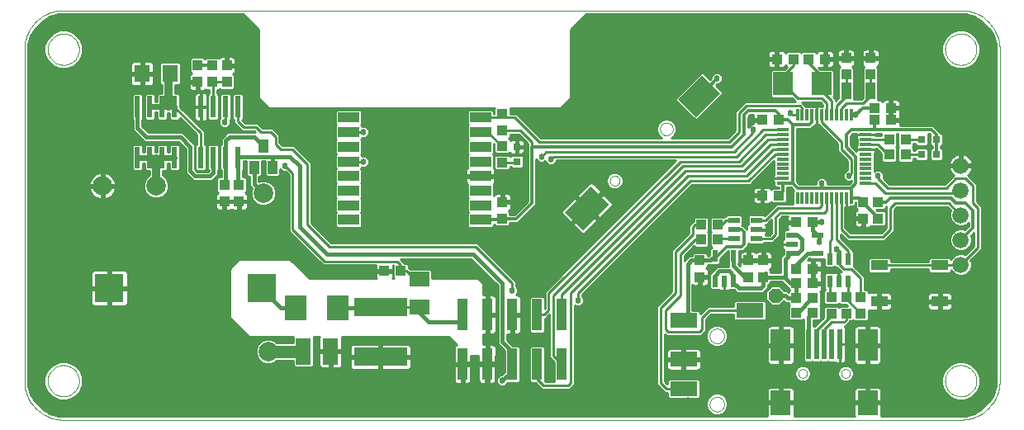
<source format=gtl>
G75*
G70*
%OFA0B0*%
%FSLAX24Y24*%
%IPPOS*%
%LPD*%
%AMOC8*
5,1,8,0,0,1.08239X$1,22.5*
%
%ADD10C,0.0000*%
%ADD11R,0.0433X0.0394*%
%ADD12R,0.1024X0.1476*%
%ADD13R,0.1024X0.1378*%
%ADD14R,0.0394X0.0433*%
%ADD15R,0.0315X0.0315*%
%ADD16R,0.0787X0.0984*%
%ADD17R,0.0787X0.1299*%
%ADD18R,0.0197X0.1220*%
%ADD19R,0.0472X0.0217*%
%ADD20R,0.1181X0.1181*%
%ADD21R,0.0236X0.0866*%
%ADD22R,0.0394X0.0551*%
%ADD23R,0.0630X0.0710*%
%ADD24C,0.0787*%
%ADD25R,0.0906X0.0984*%
%ADD26R,0.2165X0.0728*%
%ADD27R,0.0630X0.1063*%
%ADD28R,0.0787X0.0630*%
%ADD29R,0.0709X0.0433*%
%ADD30R,0.0118X0.0472*%
%ADD31R,0.0472X0.0118*%
%ADD32C,0.0660*%
%ADD33R,0.0236X0.0472*%
%ADD34R,0.0472X0.0236*%
%ADD35R,0.1102X0.0591*%
%ADD36R,0.0787X0.0945*%
%ADD37R,0.0217X0.0472*%
%ADD38R,0.0394X0.0709*%
%ADD39R,0.0400X0.1300*%
%ADD40R,0.0860X0.0420*%
%ADD41C,0.0100*%
%ADD42C,0.0246*%
%ADD43C,0.0120*%
%ADD44C,0.0160*%
%ADD45C,0.0500*%
%ADD46C,0.0240*%
%ADD47C,0.0320*%
D10*
X001725Y000937D02*
X037945Y000937D01*
X037315Y002512D02*
X037317Y002562D01*
X037323Y002612D01*
X037333Y002661D01*
X037347Y002709D01*
X037364Y002756D01*
X037385Y002801D01*
X037410Y002845D01*
X037438Y002886D01*
X037470Y002925D01*
X037504Y002962D01*
X037541Y002996D01*
X037581Y003026D01*
X037623Y003053D01*
X037667Y003077D01*
X037713Y003098D01*
X037760Y003114D01*
X037808Y003127D01*
X037858Y003136D01*
X037907Y003141D01*
X037958Y003142D01*
X038008Y003139D01*
X038057Y003132D01*
X038106Y003121D01*
X038154Y003106D01*
X038200Y003088D01*
X038245Y003066D01*
X038288Y003040D01*
X038329Y003011D01*
X038368Y002979D01*
X038404Y002944D01*
X038436Y002906D01*
X038466Y002866D01*
X038493Y002823D01*
X038516Y002779D01*
X038535Y002733D01*
X038551Y002685D01*
X038563Y002636D01*
X038571Y002587D01*
X038575Y002537D01*
X038575Y002487D01*
X038571Y002437D01*
X038563Y002388D01*
X038551Y002339D01*
X038535Y002291D01*
X038516Y002245D01*
X038493Y002201D01*
X038466Y002158D01*
X038436Y002118D01*
X038404Y002080D01*
X038368Y002045D01*
X038329Y002013D01*
X038288Y001984D01*
X038245Y001958D01*
X038200Y001936D01*
X038154Y001918D01*
X038106Y001903D01*
X038057Y001892D01*
X038008Y001885D01*
X037958Y001882D01*
X037907Y001883D01*
X037858Y001888D01*
X037808Y001897D01*
X037760Y001910D01*
X037713Y001926D01*
X037667Y001947D01*
X037623Y001971D01*
X037581Y001998D01*
X037541Y002028D01*
X037504Y002062D01*
X037470Y002099D01*
X037438Y002138D01*
X037410Y002179D01*
X037385Y002223D01*
X037364Y002268D01*
X037347Y002315D01*
X037333Y002363D01*
X037323Y002412D01*
X037317Y002462D01*
X037315Y002512D01*
X037945Y000937D02*
X038022Y000939D01*
X038099Y000945D01*
X038176Y000954D01*
X038252Y000967D01*
X038328Y000984D01*
X038402Y001005D01*
X038476Y001029D01*
X038548Y001057D01*
X038618Y001088D01*
X038687Y001123D01*
X038755Y001161D01*
X038820Y001202D01*
X038883Y001247D01*
X038944Y001295D01*
X039003Y001345D01*
X039059Y001398D01*
X039112Y001454D01*
X039162Y001513D01*
X039210Y001574D01*
X039255Y001637D01*
X039296Y001702D01*
X039334Y001770D01*
X039369Y001839D01*
X039400Y001909D01*
X039428Y001981D01*
X039452Y002055D01*
X039473Y002129D01*
X039490Y002205D01*
X039503Y002281D01*
X039512Y002358D01*
X039518Y002435D01*
X039520Y002512D01*
X039520Y015898D01*
X037315Y015898D02*
X037317Y015948D01*
X037323Y015998D01*
X037333Y016047D01*
X037347Y016095D01*
X037364Y016142D01*
X037385Y016187D01*
X037410Y016231D01*
X037438Y016272D01*
X037470Y016311D01*
X037504Y016348D01*
X037541Y016382D01*
X037581Y016412D01*
X037623Y016439D01*
X037667Y016463D01*
X037713Y016484D01*
X037760Y016500D01*
X037808Y016513D01*
X037858Y016522D01*
X037907Y016527D01*
X037958Y016528D01*
X038008Y016525D01*
X038057Y016518D01*
X038106Y016507D01*
X038154Y016492D01*
X038200Y016474D01*
X038245Y016452D01*
X038288Y016426D01*
X038329Y016397D01*
X038368Y016365D01*
X038404Y016330D01*
X038436Y016292D01*
X038466Y016252D01*
X038493Y016209D01*
X038516Y016165D01*
X038535Y016119D01*
X038551Y016071D01*
X038563Y016022D01*
X038571Y015973D01*
X038575Y015923D01*
X038575Y015873D01*
X038571Y015823D01*
X038563Y015774D01*
X038551Y015725D01*
X038535Y015677D01*
X038516Y015631D01*
X038493Y015587D01*
X038466Y015544D01*
X038436Y015504D01*
X038404Y015466D01*
X038368Y015431D01*
X038329Y015399D01*
X038288Y015370D01*
X038245Y015344D01*
X038200Y015322D01*
X038154Y015304D01*
X038106Y015289D01*
X038057Y015278D01*
X038008Y015271D01*
X037958Y015268D01*
X037907Y015269D01*
X037858Y015274D01*
X037808Y015283D01*
X037760Y015296D01*
X037713Y015312D01*
X037667Y015333D01*
X037623Y015357D01*
X037581Y015384D01*
X037541Y015414D01*
X037504Y015448D01*
X037470Y015485D01*
X037438Y015524D01*
X037410Y015565D01*
X037385Y015609D01*
X037364Y015654D01*
X037347Y015701D01*
X037333Y015749D01*
X037323Y015798D01*
X037317Y015848D01*
X037315Y015898D01*
X037945Y017473D02*
X038022Y017471D01*
X038099Y017465D01*
X038176Y017456D01*
X038252Y017443D01*
X038328Y017426D01*
X038402Y017405D01*
X038476Y017381D01*
X038548Y017353D01*
X038618Y017322D01*
X038687Y017287D01*
X038755Y017249D01*
X038820Y017208D01*
X038883Y017163D01*
X038944Y017115D01*
X039003Y017065D01*
X039059Y017012D01*
X039112Y016956D01*
X039162Y016897D01*
X039210Y016836D01*
X039255Y016773D01*
X039296Y016708D01*
X039334Y016640D01*
X039369Y016571D01*
X039400Y016501D01*
X039428Y016429D01*
X039452Y016355D01*
X039473Y016281D01*
X039490Y016205D01*
X039503Y016129D01*
X039512Y016052D01*
X039518Y015975D01*
X039520Y015898D01*
X037945Y017473D02*
X001725Y017473D01*
X001095Y015898D02*
X001097Y015948D01*
X001103Y015998D01*
X001113Y016047D01*
X001127Y016095D01*
X001144Y016142D01*
X001165Y016187D01*
X001190Y016231D01*
X001218Y016272D01*
X001250Y016311D01*
X001284Y016348D01*
X001321Y016382D01*
X001361Y016412D01*
X001403Y016439D01*
X001447Y016463D01*
X001493Y016484D01*
X001540Y016500D01*
X001588Y016513D01*
X001638Y016522D01*
X001687Y016527D01*
X001738Y016528D01*
X001788Y016525D01*
X001837Y016518D01*
X001886Y016507D01*
X001934Y016492D01*
X001980Y016474D01*
X002025Y016452D01*
X002068Y016426D01*
X002109Y016397D01*
X002148Y016365D01*
X002184Y016330D01*
X002216Y016292D01*
X002246Y016252D01*
X002273Y016209D01*
X002296Y016165D01*
X002315Y016119D01*
X002331Y016071D01*
X002343Y016022D01*
X002351Y015973D01*
X002355Y015923D01*
X002355Y015873D01*
X002351Y015823D01*
X002343Y015774D01*
X002331Y015725D01*
X002315Y015677D01*
X002296Y015631D01*
X002273Y015587D01*
X002246Y015544D01*
X002216Y015504D01*
X002184Y015466D01*
X002148Y015431D01*
X002109Y015399D01*
X002068Y015370D01*
X002025Y015344D01*
X001980Y015322D01*
X001934Y015304D01*
X001886Y015289D01*
X001837Y015278D01*
X001788Y015271D01*
X001738Y015268D01*
X001687Y015269D01*
X001638Y015274D01*
X001588Y015283D01*
X001540Y015296D01*
X001493Y015312D01*
X001447Y015333D01*
X001403Y015357D01*
X001361Y015384D01*
X001321Y015414D01*
X001284Y015448D01*
X001250Y015485D01*
X001218Y015524D01*
X001190Y015565D01*
X001165Y015609D01*
X001144Y015654D01*
X001127Y015701D01*
X001113Y015749D01*
X001103Y015798D01*
X001097Y015848D01*
X001095Y015898D01*
X000150Y015898D02*
X000152Y015975D01*
X000158Y016052D01*
X000167Y016129D01*
X000180Y016205D01*
X000197Y016281D01*
X000218Y016355D01*
X000242Y016429D01*
X000270Y016501D01*
X000301Y016571D01*
X000336Y016640D01*
X000374Y016708D01*
X000415Y016773D01*
X000460Y016836D01*
X000508Y016897D01*
X000558Y016956D01*
X000611Y017012D01*
X000667Y017065D01*
X000726Y017115D01*
X000787Y017163D01*
X000850Y017208D01*
X000915Y017249D01*
X000983Y017287D01*
X001052Y017322D01*
X001122Y017353D01*
X001194Y017381D01*
X001268Y017405D01*
X001342Y017426D01*
X001418Y017443D01*
X001494Y017456D01*
X001571Y017465D01*
X001648Y017471D01*
X001725Y017473D01*
X000150Y015898D02*
X000150Y002512D01*
X001095Y002512D02*
X001097Y002562D01*
X001103Y002612D01*
X001113Y002661D01*
X001127Y002709D01*
X001144Y002756D01*
X001165Y002801D01*
X001190Y002845D01*
X001218Y002886D01*
X001250Y002925D01*
X001284Y002962D01*
X001321Y002996D01*
X001361Y003026D01*
X001403Y003053D01*
X001447Y003077D01*
X001493Y003098D01*
X001540Y003114D01*
X001588Y003127D01*
X001638Y003136D01*
X001687Y003141D01*
X001738Y003142D01*
X001788Y003139D01*
X001837Y003132D01*
X001886Y003121D01*
X001934Y003106D01*
X001980Y003088D01*
X002025Y003066D01*
X002068Y003040D01*
X002109Y003011D01*
X002148Y002979D01*
X002184Y002944D01*
X002216Y002906D01*
X002246Y002866D01*
X002273Y002823D01*
X002296Y002779D01*
X002315Y002733D01*
X002331Y002685D01*
X002343Y002636D01*
X002351Y002587D01*
X002355Y002537D01*
X002355Y002487D01*
X002351Y002437D01*
X002343Y002388D01*
X002331Y002339D01*
X002315Y002291D01*
X002296Y002245D01*
X002273Y002201D01*
X002246Y002158D01*
X002216Y002118D01*
X002184Y002080D01*
X002148Y002045D01*
X002109Y002013D01*
X002068Y001984D01*
X002025Y001958D01*
X001980Y001936D01*
X001934Y001918D01*
X001886Y001903D01*
X001837Y001892D01*
X001788Y001885D01*
X001738Y001882D01*
X001687Y001883D01*
X001638Y001888D01*
X001588Y001897D01*
X001540Y001910D01*
X001493Y001926D01*
X001447Y001947D01*
X001403Y001971D01*
X001361Y001998D01*
X001321Y002028D01*
X001284Y002062D01*
X001250Y002099D01*
X001218Y002138D01*
X001190Y002179D01*
X001165Y002223D01*
X001144Y002268D01*
X001127Y002315D01*
X001113Y002363D01*
X001103Y002412D01*
X001097Y002462D01*
X001095Y002512D01*
X000150Y002512D02*
X000152Y002435D01*
X000158Y002358D01*
X000167Y002281D01*
X000180Y002205D01*
X000197Y002129D01*
X000218Y002055D01*
X000242Y001981D01*
X000270Y001909D01*
X000301Y001839D01*
X000336Y001770D01*
X000374Y001702D01*
X000415Y001637D01*
X000460Y001574D01*
X000508Y001513D01*
X000558Y001454D01*
X000611Y001398D01*
X000667Y001345D01*
X000726Y001295D01*
X000787Y001247D01*
X000850Y001202D01*
X000915Y001161D01*
X000983Y001123D01*
X001052Y001088D01*
X001122Y001057D01*
X001194Y001029D01*
X001268Y001005D01*
X001342Y000984D01*
X001418Y000967D01*
X001494Y000954D01*
X001571Y000945D01*
X001648Y000939D01*
X001725Y000937D01*
X023782Y010593D02*
X023784Y010620D01*
X023790Y010647D01*
X023799Y010673D01*
X023812Y010697D01*
X023828Y010720D01*
X023847Y010739D01*
X023869Y010756D01*
X023893Y010770D01*
X023918Y010780D01*
X023945Y010787D01*
X023972Y010790D01*
X024000Y010789D01*
X024027Y010784D01*
X024053Y010776D01*
X024077Y010764D01*
X024100Y010748D01*
X024121Y010730D01*
X024138Y010709D01*
X024153Y010685D01*
X024164Y010660D01*
X024172Y010634D01*
X024176Y010607D01*
X024176Y010579D01*
X024172Y010552D01*
X024164Y010526D01*
X024153Y010501D01*
X024138Y010477D01*
X024121Y010456D01*
X024100Y010438D01*
X024078Y010422D01*
X024053Y010410D01*
X024027Y010402D01*
X024000Y010397D01*
X023972Y010396D01*
X023945Y010399D01*
X023918Y010406D01*
X023893Y010416D01*
X023869Y010430D01*
X023847Y010447D01*
X023828Y010466D01*
X023812Y010489D01*
X023799Y010513D01*
X023790Y010539D01*
X023784Y010566D01*
X023782Y010593D01*
X025811Y012681D02*
X025813Y012712D01*
X025819Y012743D01*
X025828Y012773D01*
X025841Y012802D01*
X025858Y012829D01*
X025878Y012853D01*
X025900Y012875D01*
X025926Y012894D01*
X025953Y012910D01*
X025982Y012922D01*
X026012Y012931D01*
X026043Y012936D01*
X026075Y012937D01*
X026106Y012934D01*
X026137Y012927D01*
X026167Y012917D01*
X026195Y012903D01*
X026221Y012885D01*
X026245Y012865D01*
X026266Y012841D01*
X026285Y012816D01*
X026300Y012788D01*
X026311Y012759D01*
X026319Y012728D01*
X026323Y012697D01*
X026323Y012665D01*
X026319Y012634D01*
X026311Y012603D01*
X026300Y012574D01*
X026285Y012546D01*
X026266Y012521D01*
X026245Y012497D01*
X026221Y012477D01*
X026195Y012459D01*
X026167Y012445D01*
X026137Y012435D01*
X026106Y012428D01*
X026075Y012425D01*
X026043Y012426D01*
X026012Y012431D01*
X025982Y012440D01*
X025953Y012452D01*
X025926Y012468D01*
X025900Y012487D01*
X025878Y012509D01*
X025858Y012533D01*
X025841Y012560D01*
X025828Y012589D01*
X025819Y012619D01*
X025813Y012650D01*
X025811Y012681D01*
X027808Y004323D02*
X027810Y004357D01*
X027816Y004391D01*
X027826Y004424D01*
X027839Y004455D01*
X027857Y004485D01*
X027877Y004513D01*
X027901Y004538D01*
X027927Y004560D01*
X027955Y004578D01*
X027986Y004594D01*
X028018Y004606D01*
X028052Y004614D01*
X028086Y004618D01*
X028120Y004618D01*
X028154Y004614D01*
X028188Y004606D01*
X028220Y004594D01*
X028250Y004578D01*
X028279Y004560D01*
X028305Y004538D01*
X028329Y004513D01*
X028349Y004485D01*
X028367Y004455D01*
X028380Y004424D01*
X028390Y004391D01*
X028396Y004357D01*
X028398Y004323D01*
X028396Y004289D01*
X028390Y004255D01*
X028380Y004222D01*
X028367Y004191D01*
X028349Y004161D01*
X028329Y004133D01*
X028305Y004108D01*
X028279Y004086D01*
X028251Y004068D01*
X028220Y004052D01*
X028188Y004040D01*
X028154Y004032D01*
X028120Y004028D01*
X028086Y004028D01*
X028052Y004032D01*
X028018Y004040D01*
X027986Y004052D01*
X027955Y004068D01*
X027927Y004086D01*
X027901Y004108D01*
X027877Y004133D01*
X027857Y004161D01*
X027839Y004191D01*
X027826Y004222D01*
X027816Y004255D01*
X027810Y004289D01*
X027808Y004323D01*
X031390Y002807D02*
X031392Y002833D01*
X031398Y002859D01*
X031408Y002884D01*
X031421Y002907D01*
X031437Y002927D01*
X031457Y002945D01*
X031479Y002960D01*
X031502Y002972D01*
X031528Y002980D01*
X031554Y002984D01*
X031580Y002984D01*
X031606Y002980D01*
X031632Y002972D01*
X031656Y002960D01*
X031677Y002945D01*
X031697Y002927D01*
X031713Y002907D01*
X031726Y002884D01*
X031736Y002859D01*
X031742Y002833D01*
X031744Y002807D01*
X031742Y002781D01*
X031736Y002755D01*
X031726Y002730D01*
X031713Y002707D01*
X031697Y002687D01*
X031677Y002669D01*
X031655Y002654D01*
X031632Y002642D01*
X031606Y002634D01*
X031580Y002630D01*
X031554Y002630D01*
X031528Y002634D01*
X031502Y002642D01*
X031478Y002654D01*
X031457Y002669D01*
X031437Y002687D01*
X031421Y002707D01*
X031408Y002730D01*
X031398Y002755D01*
X031392Y002781D01*
X031390Y002807D01*
X033123Y002807D02*
X033125Y002833D01*
X033131Y002859D01*
X033141Y002884D01*
X033154Y002907D01*
X033170Y002927D01*
X033190Y002945D01*
X033212Y002960D01*
X033235Y002972D01*
X033261Y002980D01*
X033287Y002984D01*
X033313Y002984D01*
X033339Y002980D01*
X033365Y002972D01*
X033389Y002960D01*
X033410Y002945D01*
X033430Y002927D01*
X033446Y002907D01*
X033459Y002884D01*
X033469Y002859D01*
X033475Y002833D01*
X033477Y002807D01*
X033475Y002781D01*
X033469Y002755D01*
X033459Y002730D01*
X033446Y002707D01*
X033430Y002687D01*
X033410Y002669D01*
X033388Y002654D01*
X033365Y002642D01*
X033339Y002634D01*
X033313Y002630D01*
X033287Y002630D01*
X033261Y002634D01*
X033235Y002642D01*
X033211Y002654D01*
X033190Y002669D01*
X033170Y002687D01*
X033154Y002707D01*
X033141Y002730D01*
X033131Y002755D01*
X033125Y002781D01*
X033123Y002807D01*
X027808Y001567D02*
X027810Y001601D01*
X027816Y001635D01*
X027826Y001668D01*
X027839Y001699D01*
X027857Y001729D01*
X027877Y001757D01*
X027901Y001782D01*
X027927Y001804D01*
X027955Y001822D01*
X027986Y001838D01*
X028018Y001850D01*
X028052Y001858D01*
X028086Y001862D01*
X028120Y001862D01*
X028154Y001858D01*
X028188Y001850D01*
X028220Y001838D01*
X028250Y001822D01*
X028279Y001804D01*
X028305Y001782D01*
X028329Y001757D01*
X028349Y001729D01*
X028367Y001699D01*
X028380Y001668D01*
X028390Y001635D01*
X028396Y001601D01*
X028398Y001567D01*
X028396Y001533D01*
X028390Y001499D01*
X028380Y001466D01*
X028367Y001435D01*
X028349Y001405D01*
X028329Y001377D01*
X028305Y001352D01*
X028279Y001330D01*
X028251Y001312D01*
X028220Y001296D01*
X028188Y001284D01*
X028154Y001276D01*
X028120Y001272D01*
X028086Y001272D01*
X028052Y001276D01*
X028018Y001284D01*
X027986Y001296D01*
X027955Y001312D01*
X027927Y001330D01*
X027901Y001352D01*
X027877Y001377D01*
X027857Y001405D01*
X027839Y001435D01*
X027826Y001466D01*
X027816Y001499D01*
X027810Y001533D01*
X027808Y001567D01*
D11*
X032729Y005229D03*
X033319Y005229D03*
X033910Y005229D03*
X033910Y005898D03*
X033319Y005898D03*
X032729Y005898D03*
X031981Y006449D03*
X031311Y006449D03*
X031311Y007040D03*
X031981Y007040D03*
X031981Y008910D03*
X031311Y008910D03*
X030603Y009993D03*
X029933Y009993D03*
X034599Y009737D03*
X034599Y009067D03*
X034461Y013044D03*
X034461Y013536D03*
X035130Y013536D03*
X035130Y013044D03*
X030603Y013044D03*
X029933Y013044D03*
X030524Y015504D03*
X031193Y015504D03*
X031804Y015504D03*
X032473Y015504D03*
X019441Y013280D03*
X019441Y012611D03*
X019441Y012000D03*
X019441Y011331D03*
X007729Y014579D03*
X007729Y015248D03*
D12*
G36*
X023024Y010362D02*
X023748Y009638D01*
X022706Y008596D01*
X021982Y009320D01*
X023024Y010362D01*
G37*
D13*
G36*
X027514Y014852D02*
X028238Y014128D01*
X027264Y013154D01*
X026540Y013878D01*
X027514Y014852D01*
G37*
D14*
X033319Y014874D03*
X034304Y014874D03*
X034304Y015544D03*
X033319Y015544D03*
X035052Y012256D03*
X035721Y012256D03*
X035721Y011666D03*
X035052Y011666D03*
X034008Y009737D03*
X034008Y009067D03*
X029973Y007374D03*
X029382Y007374D03*
X029382Y006705D03*
X029973Y006705D03*
X031311Y005859D03*
X031981Y005859D03*
X031981Y005268D03*
X031311Y005268D03*
X027414Y006705D03*
X027414Y007374D03*
X027473Y008221D03*
X028142Y008221D03*
X028142Y008811D03*
X027473Y008811D03*
X019441Y009067D03*
X019441Y009737D03*
X015347Y006941D03*
X014678Y006941D03*
X008811Y009756D03*
X008221Y009756D03*
X008221Y010426D03*
X008811Y010426D03*
X008319Y014579D03*
X007138Y014579D03*
X007138Y015248D03*
X008319Y015248D03*
D15*
X020032Y011961D03*
X020032Y011370D03*
X036370Y011666D03*
X036961Y011666D03*
X036961Y012256D03*
X036370Y012256D03*
D16*
X034185Y001626D03*
X030681Y001626D03*
D17*
X030681Y003949D03*
X034185Y003949D03*
D18*
X033063Y003989D03*
X032748Y003989D03*
X032433Y003989D03*
X032119Y003989D03*
X031804Y003989D03*
D19*
X032158Y007650D03*
X031134Y007650D03*
X031134Y008024D03*
X031134Y008398D03*
X032158Y008398D03*
D20*
X009717Y006252D03*
X003575Y006252D03*
D21*
X004715Y011528D03*
X005215Y011528D03*
X005715Y011528D03*
X006215Y011528D03*
X007274Y011528D03*
X007774Y011528D03*
X008274Y011528D03*
X008774Y011528D03*
X008774Y013575D03*
X008274Y013575D03*
X007774Y013575D03*
X007274Y013575D03*
X006215Y013575D03*
X005715Y013575D03*
X005215Y013575D03*
X004715Y013575D03*
D22*
X009796Y012000D03*
X010170Y011134D03*
X009422Y011134D03*
D23*
X006025Y014914D03*
X004905Y014914D03*
D24*
X005465Y010386D03*
X003300Y010386D03*
X009796Y010091D03*
X009993Y003693D03*
D25*
X011115Y005465D03*
X012807Y005465D03*
D26*
X014520Y005485D03*
X014520Y003477D03*
D27*
X012512Y003693D03*
X011410Y003693D03*
D28*
X016095Y005504D03*
X016095Y006607D03*
D29*
X034658Y007178D03*
X037099Y007178D03*
X037099Y005721D03*
X034658Y005721D03*
D30*
X033516Y009894D03*
X033319Y009894D03*
X033122Y009894D03*
X032926Y009894D03*
X032729Y009894D03*
X032532Y009894D03*
X032335Y009894D03*
X032138Y009894D03*
X031941Y009894D03*
X031744Y009894D03*
X031548Y009894D03*
X031351Y009894D03*
X031351Y013241D03*
X031548Y013241D03*
X031744Y013241D03*
X031941Y013241D03*
X032138Y013241D03*
X032335Y013241D03*
X032532Y013241D03*
X032729Y013241D03*
X032926Y013241D03*
X033122Y013241D03*
X033319Y013241D03*
X033516Y013241D03*
D31*
X034107Y012650D03*
X034107Y012453D03*
X034107Y012256D03*
X034107Y012059D03*
X034107Y011863D03*
X034107Y011666D03*
X034107Y011469D03*
X034107Y011272D03*
X034107Y011075D03*
X034107Y010878D03*
X034107Y010681D03*
X034107Y010485D03*
X030760Y010485D03*
X030760Y010681D03*
X030760Y010878D03*
X030760Y011075D03*
X030760Y011272D03*
X030760Y011469D03*
X030760Y011666D03*
X030760Y011863D03*
X030760Y012059D03*
X030760Y012256D03*
X030760Y012453D03*
X030760Y012650D03*
D32*
X037945Y011205D03*
X037945Y010205D03*
X037945Y009205D03*
X037945Y008205D03*
X037945Y007205D03*
D33*
X033398Y007433D03*
X033024Y007433D03*
X032650Y007433D03*
X032650Y006528D03*
X033024Y006528D03*
X033398Y006528D03*
D34*
X029697Y008241D03*
X029697Y008615D03*
X028792Y008615D03*
X028792Y008241D03*
X028792Y008989D03*
X029697Y008989D03*
D35*
X029441Y005347D03*
X026764Y004953D03*
X026764Y003378D03*
X026764Y002197D03*
D36*
X030760Y014520D03*
X032335Y014520D03*
D37*
X028772Y007552D03*
X028024Y007552D03*
X028024Y006528D03*
X028398Y006528D03*
X028772Y006528D03*
D38*
X033319Y014225D03*
X034304Y014225D03*
D39*
X021839Y005178D03*
X020839Y005178D03*
X019839Y005178D03*
X018839Y005178D03*
X017839Y005178D03*
X017839Y003178D03*
X018839Y003178D03*
X019839Y003178D03*
X020839Y003178D03*
X021839Y003178D03*
D40*
X018556Y009008D03*
X018556Y009599D03*
X018556Y010189D03*
X018556Y010780D03*
X018556Y011370D03*
X018556Y011961D03*
X018556Y012552D03*
X018556Y013142D03*
X013241Y013142D03*
X013241Y012552D03*
X013241Y011961D03*
X013241Y011370D03*
X013241Y010780D03*
X013241Y010189D03*
X013241Y009599D03*
X013241Y009008D03*
D41*
X013781Y009014D02*
X018016Y009014D01*
X018016Y008916D02*
X013781Y008916D01*
X013781Y008817D02*
X018016Y008817D01*
X018016Y008753D02*
X018080Y008688D01*
X019031Y008688D01*
X019096Y008753D01*
X019096Y008838D01*
X019134Y008838D01*
X019134Y008805D01*
X019199Y008741D01*
X019684Y008741D01*
X019748Y008805D01*
X019748Y008897D01*
X020063Y008897D01*
X020163Y008997D01*
X020792Y009627D01*
X020792Y011462D01*
X020920Y011334D01*
X021113Y011334D01*
X021177Y011399D01*
X021177Y011372D01*
X021313Y011236D01*
X021506Y011236D01*
X021643Y011372D01*
X021643Y011407D01*
X026437Y011407D01*
X021151Y006122D01*
X021151Y005433D01*
X021149Y005430D01*
X021149Y005873D01*
X021085Y005938D01*
X020593Y005938D01*
X020529Y005873D01*
X020529Y004482D01*
X020593Y004418D01*
X021085Y004418D01*
X021149Y004482D01*
X021149Y005018D01*
X021189Y005018D01*
X021282Y005111D01*
X021348Y005177D01*
X021348Y003442D01*
X021529Y003261D01*
X021529Y002482D01*
X021536Y002475D01*
X021181Y002475D01*
X021149Y002507D01*
X021149Y003873D01*
X021085Y003938D01*
X020593Y003938D01*
X020529Y003873D01*
X020529Y002482D01*
X020593Y002418D01*
X020786Y002418D01*
X021048Y002155D01*
X022165Y002155D01*
X022259Y002249D01*
X022357Y002348D01*
X022357Y005566D01*
X022396Y005527D01*
X022589Y005527D01*
X022726Y005664D01*
X022726Y005857D01*
X022653Y005930D01*
X022653Y005989D01*
X027086Y010423D01*
X029449Y010423D01*
X029542Y010517D01*
X030414Y011389D01*
X030414Y010843D01*
X030404Y010833D01*
X030384Y010798D01*
X030374Y010760D01*
X030374Y010682D01*
X030760Y010682D01*
X030760Y010681D01*
X030374Y010681D01*
X030374Y010603D01*
X030384Y010565D01*
X030404Y010530D01*
X030414Y010520D01*
X030414Y010380D01*
X030478Y010316D01*
X030590Y010316D01*
X030590Y010299D01*
X030341Y010299D01*
X030289Y010248D01*
X030270Y010281D01*
X030242Y010309D01*
X030208Y010329D01*
X030170Y010339D01*
X029982Y010339D01*
X029982Y010041D01*
X029885Y010041D01*
X029885Y010339D01*
X029697Y010339D01*
X029659Y010329D01*
X029625Y010309D01*
X029597Y010281D01*
X029577Y010247D01*
X029567Y010209D01*
X029567Y010041D01*
X029885Y010041D01*
X029885Y009944D01*
X029982Y009944D01*
X029982Y009646D01*
X030170Y009646D01*
X030208Y009656D01*
X030242Y009676D01*
X030270Y009704D01*
X030322Y009704D01*
X030341Y009686D02*
X030289Y009737D01*
X030270Y009704D01*
X030341Y009686D02*
X030865Y009686D01*
X030929Y009750D01*
X030929Y010079D01*
X030930Y010080D01*
X030930Y010315D01*
X031084Y010315D01*
X031181Y010217D01*
X031202Y010196D01*
X031182Y010176D01*
X031182Y009660D01*
X030497Y009660D01*
X030016Y009179D01*
X029979Y009217D01*
X029415Y009217D01*
X029351Y009152D01*
X029351Y008835D01*
X029341Y008825D01*
X029321Y008791D01*
X029311Y008752D01*
X029311Y008631D01*
X029257Y008685D01*
X029157Y008785D01*
X029132Y008785D01*
X029115Y008802D01*
X029138Y008825D01*
X029138Y009152D01*
X029074Y009217D01*
X028510Y009217D01*
X028446Y009152D01*
X028446Y009149D01*
X028410Y009149D01*
X028392Y009130D01*
X028385Y009138D01*
X027900Y009138D01*
X027835Y009074D01*
X027835Y008549D01*
X027868Y008516D01*
X027835Y008483D01*
X027835Y007959D01*
X027896Y007898D01*
X027870Y007898D01*
X027806Y007833D01*
X027806Y007602D01*
X027768Y007564D01*
X027721Y007564D01*
X027721Y007637D01*
X027656Y007701D01*
X027171Y007701D01*
X027107Y007637D01*
X027107Y007564D01*
X026981Y007564D01*
X026843Y007427D01*
X026786Y007370D01*
X026786Y007564D01*
X027174Y007951D01*
X027230Y007894D01*
X027715Y007894D01*
X027780Y007959D01*
X027780Y008483D01*
X027747Y008516D01*
X027780Y008549D01*
X027780Y009074D01*
X027715Y009138D01*
X027230Y009138D01*
X027166Y009074D01*
X027166Y008971D01*
X027151Y008971D01*
X027057Y008878D01*
X026959Y008779D01*
X026959Y008484D01*
X026270Y007795D01*
X026270Y006122D01*
X025679Y005531D01*
X025679Y002348D01*
X025896Y002131D01*
X025989Y002037D01*
X026103Y002037D01*
X026103Y001856D01*
X026167Y001792D01*
X027361Y001792D01*
X027425Y001856D01*
X027425Y002538D01*
X027361Y002603D01*
X026167Y002603D01*
X026103Y002538D01*
X026103Y002376D01*
X025999Y002480D01*
X025999Y004390D01*
X026068Y004321D01*
X027480Y004321D01*
X027578Y004419D01*
X027672Y004513D01*
X027672Y005005D01*
X027854Y005187D01*
X028780Y005187D01*
X028780Y005006D01*
X028845Y004942D01*
X030038Y004942D01*
X030103Y005006D01*
X030103Y005688D01*
X030038Y005752D01*
X028845Y005752D01*
X028780Y005688D01*
X028780Y005507D01*
X027722Y005507D01*
X027628Y005413D01*
X027425Y005211D01*
X027425Y005294D01*
X027361Y005358D01*
X027112Y005358D01*
X027112Y006382D01*
X027125Y006369D01*
X027159Y006349D01*
X027197Y006339D01*
X027365Y006339D01*
X027365Y006657D01*
X027462Y006657D01*
X027462Y006754D01*
X027761Y006754D01*
X027761Y006941D01*
X027750Y006980D01*
X027731Y007014D01*
X027703Y007042D01*
X027669Y007061D01*
X027721Y007112D01*
X027721Y007184D01*
X027926Y007184D01*
X027946Y007205D01*
X028178Y007205D01*
X028242Y007270D01*
X028242Y007431D01*
X028554Y007742D01*
X028554Y007270D01*
X028582Y007242D01*
X028582Y007131D01*
X028122Y007131D01*
X028011Y007020D01*
X027834Y006843D01*
X027834Y006838D01*
X027806Y006810D01*
X027806Y006246D01*
X027870Y006182D01*
X028178Y006182D01*
X028183Y006187D01*
X028198Y006172D01*
X028232Y006152D01*
X028270Y006142D01*
X028394Y006142D01*
X028394Y006524D01*
X028402Y006524D01*
X028402Y006142D01*
X028526Y006142D01*
X028564Y006152D01*
X028598Y006172D01*
X028613Y006187D01*
X028618Y006182D01*
X028791Y006182D01*
X028910Y006062D01*
X029953Y006062D01*
X030052Y006161D01*
X030163Y006272D01*
X030163Y006379D01*
X030215Y006379D01*
X030280Y006443D01*
X030280Y006515D01*
X030721Y006515D01*
X030780Y006456D01*
X030977Y006259D01*
X030985Y006259D01*
X030985Y006207D01*
X031038Y006154D01*
X031005Y006121D01*
X031005Y006080D01*
X030937Y006147D01*
X030839Y006147D01*
X030753Y006233D01*
X030642Y006344D01*
X030288Y006344D01*
X030189Y006246D01*
X030078Y006134D01*
X030078Y005780D01*
X030189Y005669D01*
X030189Y005669D01*
X030288Y005570D01*
X030642Y005570D01*
X030741Y005669D01*
X030809Y005738D01*
X030878Y005669D01*
X031005Y005669D01*
X031005Y005597D01*
X031038Y005563D01*
X031005Y005530D01*
X031005Y005006D01*
X031069Y004942D01*
X031554Y004942D01*
X031614Y005001D01*
X031614Y004663D01*
X031595Y004644D01*
X031595Y003333D01*
X031660Y003268D01*
X031948Y003268D01*
X031961Y003282D01*
X031975Y003268D01*
X032262Y003268D01*
X032276Y003282D01*
X032289Y003268D01*
X032577Y003268D01*
X032591Y003282D01*
X032604Y003268D01*
X032863Y003268D01*
X032873Y003258D01*
X032907Y003239D01*
X032945Y003228D01*
X033063Y003228D01*
X033063Y003989D01*
X033312Y003989D01*
X033312Y004619D01*
X033302Y004657D01*
X033282Y004691D01*
X033258Y004714D01*
X033287Y004714D01*
X033386Y004813D01*
X033479Y004907D01*
X033479Y004922D01*
X033581Y004922D01*
X033615Y004955D01*
X033648Y004922D01*
X034172Y004922D01*
X034236Y004986D01*
X034236Y005370D01*
X034246Y005365D01*
X034284Y005354D01*
X034608Y005354D01*
X034608Y005671D01*
X034708Y005671D01*
X034708Y005771D01*
X034608Y005771D01*
X034608Y006087D01*
X034284Y006087D01*
X034246Y006077D01*
X034236Y006072D01*
X034236Y006140D01*
X034172Y006205D01*
X034070Y006205D01*
X034070Y006712D01*
X033676Y007106D01*
X033626Y007156D01*
X033626Y007715D01*
X033562Y007780D01*
X033558Y007780D01*
X033558Y007815D01*
X033086Y008287D01*
X033086Y008425D01*
X033258Y008253D01*
X033351Y008159D01*
X034862Y008159D01*
X035157Y008455D01*
X035251Y008548D01*
X035251Y009434D01*
X035354Y009537D01*
X037387Y009537D01*
X037542Y009382D01*
X037505Y009293D01*
X037505Y009118D01*
X037572Y008956D01*
X037696Y008832D01*
X037858Y008765D01*
X038033Y008765D01*
X038195Y008832D01*
X038267Y008905D01*
X038267Y008768D01*
X038112Y008612D01*
X038033Y008645D01*
X037858Y008645D01*
X037696Y008578D01*
X037572Y008454D01*
X037505Y008293D01*
X037505Y008118D01*
X037572Y007956D01*
X037696Y007832D01*
X037858Y007765D01*
X038033Y007765D01*
X038195Y007832D01*
X038346Y007832D01*
X038293Y007931D02*
X038445Y007931D01*
X038474Y007960D02*
X038122Y007608D01*
X038033Y007645D01*
X037858Y007645D01*
X037696Y007578D01*
X037572Y007454D01*
X037563Y007432D01*
X037563Y007440D01*
X037499Y007504D01*
X036699Y007504D01*
X036634Y007440D01*
X036634Y007338D01*
X035122Y007338D01*
X035122Y007440D01*
X035058Y007504D01*
X034258Y007504D01*
X034194Y007440D01*
X034194Y006915D01*
X034258Y006851D01*
X035058Y006851D01*
X035122Y006915D01*
X035122Y007018D01*
X036634Y007018D01*
X036634Y006915D01*
X036699Y006851D01*
X037499Y006851D01*
X037563Y006915D01*
X037563Y006978D01*
X037572Y006956D01*
X037696Y006832D01*
X037858Y006765D01*
X038033Y006765D01*
X038195Y006832D01*
X038318Y006956D01*
X038385Y007118D01*
X038385Y007293D01*
X038348Y007382D01*
X038794Y007828D01*
X038794Y009567D01*
X038701Y009660D01*
X038597Y009764D01*
X038597Y010452D01*
X038504Y010546D01*
X038231Y010819D01*
X038258Y010839D01*
X038311Y010892D01*
X038356Y010954D01*
X038390Y011021D01*
X038413Y011093D01*
X038424Y011157D01*
X037994Y011157D01*
X037994Y011254D01*
X037897Y011254D01*
X037897Y011683D01*
X037833Y011673D01*
X037761Y011650D01*
X037694Y011616D01*
X037633Y011571D01*
X037579Y011518D01*
X037535Y011457D01*
X037500Y011389D01*
X037477Y011318D01*
X037467Y011254D01*
X037897Y011254D01*
X037897Y011157D01*
X037467Y011157D01*
X037477Y011093D01*
X037500Y011021D01*
X037535Y010954D01*
X037579Y010892D01*
X037633Y010839D01*
X037660Y010819D01*
X037588Y010748D01*
X037288Y010448D01*
X035059Y010448D01*
X034827Y010679D01*
X034832Y010683D01*
X034832Y010876D01*
X034695Y011013D01*
X034502Y011013D01*
X034453Y010964D01*
X034453Y011701D01*
X034463Y011711D01*
X034483Y011746D01*
X034493Y011784D01*
X034493Y011863D01*
X034493Y011899D01*
X034533Y011899D01*
X034745Y011687D01*
X034745Y011404D01*
X034809Y011339D01*
X035294Y011339D01*
X035358Y011404D01*
X035358Y011928D01*
X035325Y011961D01*
X035358Y011994D01*
X035358Y012480D01*
X035414Y012480D01*
X035414Y011994D01*
X035447Y011961D01*
X035414Y011928D01*
X035414Y011404D01*
X035478Y011339D01*
X035963Y011339D01*
X036028Y011404D01*
X036028Y011506D01*
X036103Y011506D01*
X036103Y011463D01*
X036167Y011398D01*
X036574Y011398D01*
X036638Y011463D01*
X036638Y011869D01*
X036574Y011933D01*
X036167Y011933D01*
X036103Y011869D01*
X036103Y011826D01*
X036028Y011826D01*
X036028Y011928D01*
X035995Y011961D01*
X036028Y011994D01*
X036028Y012096D01*
X036103Y012096D01*
X036103Y012053D01*
X036167Y011989D01*
X036574Y011989D01*
X036638Y012053D01*
X036638Y012459D01*
X036617Y012480D01*
X036694Y012480D01*
X036704Y012470D01*
X036694Y012459D01*
X036694Y012053D01*
X036758Y011989D01*
X036791Y011989D01*
X036791Y011933D01*
X036758Y011933D01*
X036694Y011869D01*
X036694Y011463D01*
X036758Y011398D01*
X037164Y011398D01*
X037229Y011463D01*
X037229Y011869D01*
X037164Y011933D01*
X037131Y011933D01*
X037131Y011989D01*
X037164Y011989D01*
X037229Y012053D01*
X037229Y012459D01*
X037164Y012524D01*
X037131Y012524D01*
X036934Y012720D01*
X036835Y012820D01*
X035495Y012820D01*
X035497Y012827D01*
X035497Y012995D01*
X035179Y012995D01*
X035179Y013092D01*
X035497Y013092D01*
X035497Y013260D01*
X035489Y013290D01*
X035497Y013319D01*
X035497Y013487D01*
X035179Y013487D01*
X035179Y013092D01*
X035082Y013092D01*
X035082Y013189D01*
X035082Y013487D01*
X035179Y013487D01*
X035179Y013584D01*
X035497Y013584D01*
X035497Y013752D01*
X035487Y013791D01*
X035467Y013825D01*
X035439Y013853D01*
X035405Y013872D01*
X035367Y013883D01*
X035179Y013883D01*
X035179Y013584D01*
X035082Y013584D01*
X035082Y013883D01*
X034894Y013883D01*
X034856Y013872D01*
X034822Y013853D01*
X034794Y013825D01*
X034774Y013791D01*
X034723Y013843D01*
X034610Y013843D01*
X034610Y015137D01*
X034559Y015188D01*
X034592Y015207D01*
X034620Y015235D01*
X034640Y015269D01*
X034650Y015307D01*
X034650Y015495D01*
X034352Y015495D01*
X034352Y015592D01*
X034650Y015592D01*
X034650Y015780D01*
X034640Y015818D01*
X034620Y015852D01*
X034592Y015880D01*
X034558Y015900D01*
X034520Y015910D01*
X034352Y015910D01*
X034352Y015592D01*
X034255Y015592D01*
X034255Y015495D01*
X033957Y015495D01*
X033957Y015307D01*
X033967Y015269D01*
X033987Y015235D01*
X034015Y015207D01*
X034048Y015188D01*
X033997Y015137D01*
X033997Y013947D01*
X033942Y013893D01*
X033626Y013893D01*
X033626Y015137D01*
X033575Y015188D01*
X033608Y015207D01*
X033636Y015235D01*
X033656Y015269D01*
X033666Y015307D01*
X033666Y015495D01*
X033368Y015495D01*
X033368Y015592D01*
X033666Y015592D01*
X033666Y015780D01*
X033656Y015818D01*
X033636Y015852D01*
X033608Y015880D01*
X033574Y015900D01*
X033536Y015910D01*
X033368Y015910D01*
X033368Y015592D01*
X033271Y015592D01*
X033271Y015495D01*
X032972Y015495D01*
X032972Y015307D01*
X032983Y015269D01*
X033002Y015235D01*
X033030Y015207D01*
X033064Y015188D01*
X033012Y015137D01*
X033012Y013947D01*
X032889Y013824D01*
X032889Y013897D01*
X032811Y013975D01*
X032839Y014002D01*
X032839Y015038D01*
X032774Y015103D01*
X032274Y015103D01*
X032213Y015164D01*
X032237Y015157D01*
X032424Y015157D01*
X032424Y015456D01*
X032521Y015456D01*
X032521Y015157D01*
X032709Y015157D01*
X032747Y015168D01*
X032781Y015187D01*
X032809Y015215D01*
X032829Y015250D01*
X032839Y015288D01*
X032839Y015456D01*
X032521Y015456D01*
X032521Y015553D01*
X032424Y015553D01*
X032424Y015851D01*
X032237Y015851D01*
X032198Y015841D01*
X032164Y015821D01*
X032136Y015793D01*
X032117Y015760D01*
X032066Y015811D01*
X032154Y015811D01*
X032066Y015811D02*
X031541Y015811D01*
X031456Y015811D01*
X031455Y015811D02*
X030931Y015811D01*
X030843Y015811D01*
X030833Y015821D02*
X030798Y015841D01*
X030760Y015851D01*
X030572Y015851D01*
X030572Y015553D01*
X030476Y015553D01*
X030476Y015851D01*
X030288Y015851D01*
X030250Y015841D01*
X030215Y015821D01*
X030187Y015793D01*
X030168Y015759D01*
X030157Y015721D01*
X030157Y015553D01*
X030476Y015553D01*
X030476Y015456D01*
X030572Y015456D01*
X030572Y015157D01*
X030760Y015157D01*
X030798Y015168D01*
X030833Y015187D01*
X030861Y015215D01*
X030880Y015249D01*
X030924Y015205D01*
X030821Y015103D01*
X030321Y015103D01*
X030257Y015038D01*
X030257Y014002D01*
X030321Y013938D01*
X031116Y013938D01*
X031260Y013794D01*
X029218Y013794D01*
X028922Y013499D01*
X028829Y013405D01*
X028829Y012618D01*
X028529Y012318D01*
X026251Y012318D01*
X026297Y012337D01*
X026411Y012451D01*
X026473Y012600D01*
X026473Y012762D01*
X026411Y012911D01*
X026297Y013025D01*
X026147Y013087D01*
X025986Y013087D01*
X025837Y013025D01*
X025723Y012911D01*
X025661Y012762D01*
X025661Y012600D01*
X025723Y012451D01*
X025837Y012337D01*
X025882Y012318D01*
X020984Y012318D01*
X020093Y013208D01*
X020000Y013302D01*
X019768Y013302D01*
X019768Y013522D01*
X019754Y013536D01*
X021804Y013536D01*
X022197Y013930D01*
X022197Y016685D01*
X022835Y017323D01*
X037945Y017323D01*
X038131Y017311D01*
X038491Y017214D01*
X038743Y017068D01*
X039116Y016696D01*
X039262Y016443D01*
X039358Y016084D01*
X039370Y015898D01*
X039370Y002512D01*
X039358Y002326D01*
X039262Y001967D01*
X039262Y001967D01*
X039116Y001714D01*
X038743Y001342D01*
X038491Y001196D01*
X038131Y001100D01*
X037945Y001087D01*
X034722Y001087D01*
X034729Y001115D01*
X034729Y001576D01*
X034235Y001576D01*
X034235Y001676D01*
X034135Y001676D01*
X034135Y001576D01*
X033642Y001576D01*
X033642Y001115D01*
X033649Y001087D01*
X031218Y001087D01*
X031225Y001115D01*
X031225Y001576D01*
X030731Y001576D01*
X030731Y001676D01*
X030631Y001676D01*
X030631Y001576D01*
X030138Y001576D01*
X030138Y001115D01*
X030145Y001087D01*
X018654Y001087D01*
X018654Y002378D01*
X018789Y002378D01*
X018789Y003128D01*
X018889Y003128D01*
X018889Y003228D01*
X018789Y003228D01*
X018789Y003978D01*
X018654Y003978D01*
X018654Y004378D01*
X018789Y004378D01*
X018789Y005128D01*
X018889Y005128D01*
X018889Y005228D01*
X018789Y005228D01*
X018789Y005978D01*
X018654Y005978D01*
X018654Y006449D01*
X018457Y006646D01*
X016599Y006646D01*
X016599Y006967D01*
X016534Y007032D01*
X015699Y007032D01*
X015654Y007077D01*
X015654Y007203D01*
X015589Y007268D01*
X015502Y007268D01*
X015413Y007357D01*
X015369Y007401D01*
X015330Y007440D01*
X018182Y007440D01*
X019251Y006371D01*
X019251Y004008D01*
X019363Y003897D01*
X019529Y003731D01*
X019529Y002869D01*
X019406Y002745D01*
X019345Y002745D01*
X019208Y002609D01*
X019208Y002416D01*
X019345Y002279D01*
X019538Y002279D01*
X019674Y002416D01*
X019674Y002418D01*
X020085Y002418D01*
X020149Y002482D01*
X020149Y003873D01*
X020085Y003938D01*
X019859Y003938D01*
X019631Y004166D01*
X019631Y004378D01*
X019789Y004378D01*
X019789Y005128D01*
X019889Y005128D01*
X019889Y005228D01*
X020189Y005228D01*
X020189Y005847D01*
X020179Y005885D01*
X020159Y005920D01*
X020131Y005948D01*
X020097Y005967D01*
X020059Y005978D01*
X019988Y005978D01*
X020068Y006057D01*
X020068Y006250D01*
X019995Y006323D01*
X019995Y006515D01*
X018425Y008086D01*
X012519Y008086D01*
X011727Y008878D01*
X011727Y011338D01*
X011634Y011432D01*
X011043Y012023D01*
X010551Y012023D01*
X010448Y012126D01*
X010448Y012421D01*
X010354Y012515D01*
X010157Y012712D01*
X009764Y012712D01*
X009567Y012908D01*
X009075Y012908D01*
X008944Y013039D01*
X009002Y013097D01*
X009002Y014054D01*
X008938Y014118D01*
X008610Y014118D01*
X008546Y014054D01*
X008546Y013097D01*
X008610Y013032D01*
X008614Y013032D01*
X008614Y012916D01*
X008708Y012823D01*
X008848Y012682D01*
X008942Y012588D01*
X009434Y012588D01*
X009478Y012545D01*
X008339Y012545D01*
X008228Y012433D01*
X008084Y012290D01*
X008084Y012045D01*
X008046Y012007D01*
X008046Y011049D01*
X008084Y011011D01*
X008084Y010752D01*
X007978Y010752D01*
X007914Y010688D01*
X007914Y010163D01*
X007965Y010112D01*
X007932Y010093D01*
X007904Y010065D01*
X007884Y010031D01*
X007874Y009993D01*
X007874Y009805D01*
X008172Y009805D01*
X008172Y009708D01*
X007874Y009708D01*
X007874Y009520D01*
X007884Y009482D01*
X007904Y009448D01*
X007932Y009420D01*
X007966Y009400D01*
X008004Y009390D01*
X008172Y009390D01*
X008172Y009708D01*
X008269Y009708D01*
X008269Y009390D01*
X008437Y009390D01*
X008476Y009400D01*
X008510Y009420D01*
X008516Y009426D01*
X008522Y009420D01*
X008557Y009400D01*
X008595Y009390D01*
X008763Y009390D01*
X008763Y009708D01*
X008269Y009708D01*
X008269Y009805D01*
X008568Y009805D01*
X008763Y009805D01*
X008763Y009708D01*
X008860Y009708D01*
X008860Y009805D01*
X009158Y009805D01*
X009158Y009993D01*
X009148Y010031D01*
X009128Y010065D01*
X009100Y010093D01*
X009067Y010112D01*
X009118Y010163D01*
X009118Y010688D01*
X009054Y010752D01*
X008964Y010752D01*
X008964Y011011D01*
X009002Y011049D01*
X009002Y011377D01*
X009115Y011377D01*
X009115Y010813D01*
X009179Y010749D01*
X009232Y010749D01*
X009232Y010386D01*
X009331Y010286D01*
X009292Y010191D01*
X009292Y009991D01*
X009369Y009806D01*
X009510Y009664D01*
X009695Y009587D01*
X009896Y009587D01*
X010081Y009664D01*
X010223Y009806D01*
X010299Y009991D01*
X010299Y010191D01*
X010223Y010376D01*
X010081Y010518D01*
X009896Y010595D01*
X009695Y010595D01*
X009612Y010560D01*
X009612Y010749D01*
X009664Y010749D01*
X009729Y010813D01*
X009729Y011377D01*
X009863Y011377D01*
X009863Y010813D01*
X009927Y010749D01*
X010412Y010749D01*
X010477Y010813D01*
X010477Y011049D01*
X010585Y010941D01*
X010688Y010941D01*
X010817Y010812D01*
X010817Y008548D01*
X010910Y008455D01*
X012190Y007175D01*
X014331Y007175D01*
X014331Y006990D01*
X014629Y006990D01*
X014629Y006893D01*
X014331Y006893D01*
X014331Y006705D01*
X014341Y006667D01*
X014353Y006646D01*
X011666Y006646D01*
X010878Y007433D01*
X008811Y007433D01*
X008418Y007040D01*
X008418Y005071D01*
X009205Y004284D01*
X010998Y004284D01*
X010985Y004270D01*
X010985Y004053D01*
X010345Y004053D01*
X010278Y004120D01*
X010093Y004197D01*
X009892Y004197D01*
X009707Y004120D01*
X009566Y003979D01*
X009489Y003793D01*
X009489Y003593D01*
X009566Y003408D01*
X009707Y003266D01*
X009892Y003190D01*
X010093Y003190D01*
X010278Y003266D01*
X010345Y003333D01*
X010985Y003333D01*
X010985Y003116D01*
X011049Y003052D01*
X011770Y003052D01*
X011835Y003116D01*
X011835Y004270D01*
X011821Y004284D01*
X012058Y004284D01*
X012057Y004283D01*
X012047Y004245D01*
X012047Y003743D01*
X012462Y003743D01*
X012462Y003643D01*
X012562Y003643D01*
X012562Y003012D01*
X012847Y003012D01*
X012885Y003022D01*
X012919Y003042D01*
X012947Y003070D01*
X012967Y003104D01*
X012977Y003142D01*
X012977Y003643D01*
X012562Y003643D01*
X012562Y003743D01*
X012977Y003743D01*
X012977Y004245D01*
X012967Y004283D01*
X012966Y004284D01*
X017276Y004284D01*
X017590Y003970D01*
X017581Y003967D01*
X017547Y003948D01*
X017519Y003920D01*
X017499Y003885D01*
X017489Y003847D01*
X017489Y003228D01*
X017789Y003228D01*
X017789Y003128D01*
X017489Y003128D01*
X017489Y002508D01*
X017499Y002470D01*
X017519Y002435D01*
X017547Y002408D01*
X017581Y002388D01*
X017619Y002378D01*
X017789Y002378D01*
X017789Y003128D01*
X017889Y003128D01*
X017889Y002378D01*
X018059Y002378D01*
X018063Y002379D01*
X018063Y001087D01*
X001725Y001087D01*
X001539Y001100D01*
X001180Y001196D01*
X000927Y001342D01*
X000554Y001714D01*
X000408Y001967D01*
X000312Y002326D01*
X000300Y002512D01*
X000300Y015898D01*
X000312Y016084D01*
X000408Y016443D01*
X000554Y016696D01*
X000927Y017068D01*
X001180Y017214D01*
X001539Y017311D01*
X001725Y017323D01*
X008961Y017323D01*
X009599Y016685D01*
X009599Y013930D01*
X009993Y013536D01*
X019128Y013536D01*
X019115Y013522D01*
X019115Y013302D01*
X019096Y013302D01*
X019096Y013398D01*
X019031Y013462D01*
X018080Y013462D01*
X018016Y013398D01*
X018016Y012887D01*
X018055Y012847D01*
X018016Y012807D01*
X018016Y012296D01*
X018055Y012256D01*
X018016Y012217D01*
X018016Y011705D01*
X018055Y011666D01*
X018016Y011626D01*
X018016Y011115D01*
X018027Y011103D01*
X018005Y011082D01*
X017986Y011048D01*
X017976Y011010D01*
X017976Y010830D01*
X018506Y010830D01*
X018506Y010730D01*
X017976Y010730D01*
X017976Y010550D01*
X017986Y010512D01*
X018005Y010478D01*
X018027Y010456D01*
X018016Y010445D01*
X018016Y009934D01*
X018055Y009894D01*
X018016Y009854D01*
X018016Y009343D01*
X018055Y009304D01*
X018016Y009264D01*
X018016Y008753D01*
X018049Y008719D02*
X013747Y008719D01*
X013716Y008688D02*
X013781Y008753D01*
X013781Y009264D01*
X013741Y009304D01*
X013781Y009343D01*
X013781Y009854D01*
X013741Y009894D01*
X013781Y009934D01*
X013781Y010445D01*
X013741Y010485D01*
X013781Y010524D01*
X013781Y011035D01*
X013741Y011075D01*
X013781Y011115D01*
X013781Y011137D01*
X013928Y011137D01*
X014064Y011274D01*
X014064Y011467D01*
X013928Y011603D01*
X013781Y011603D01*
X013781Y011626D01*
X013741Y011666D01*
X013781Y011705D01*
X013781Y012217D01*
X013741Y012256D01*
X013781Y012296D01*
X013781Y012319D01*
X013928Y012319D01*
X014064Y012455D01*
X014064Y012648D01*
X013928Y012785D01*
X013781Y012785D01*
X013781Y012807D01*
X013741Y012847D01*
X013781Y012887D01*
X013781Y013398D01*
X013716Y013462D01*
X012765Y013462D01*
X012701Y013398D01*
X012701Y012887D01*
X012740Y012847D01*
X012701Y012807D01*
X012701Y012296D01*
X012740Y012256D01*
X012701Y012217D01*
X012701Y011705D01*
X012740Y011666D01*
X012701Y011626D01*
X012701Y011115D01*
X012740Y011075D01*
X012701Y011035D01*
X012701Y010524D01*
X012740Y010485D01*
X012701Y010445D01*
X012701Y009934D01*
X012740Y009894D01*
X012701Y009854D01*
X012701Y009343D01*
X012740Y009304D01*
X012701Y009264D01*
X012701Y008753D01*
X012765Y008688D01*
X013716Y008688D01*
X013781Y009113D02*
X018016Y009113D01*
X018016Y009211D02*
X013781Y009211D01*
X013747Y009310D02*
X018049Y009310D01*
X018016Y009408D02*
X013781Y009408D01*
X013781Y009507D02*
X018016Y009507D01*
X018016Y009605D02*
X013781Y009605D01*
X013781Y009704D02*
X018016Y009704D01*
X018016Y009802D02*
X013781Y009802D01*
X013748Y009901D02*
X018048Y009901D01*
X018016Y009999D02*
X013781Y009999D01*
X013781Y010098D02*
X018016Y010098D01*
X018016Y010196D02*
X013781Y010196D01*
X013781Y010295D02*
X018016Y010295D01*
X018016Y010393D02*
X013781Y010393D01*
X013748Y010492D02*
X017997Y010492D01*
X017976Y010590D02*
X013781Y010590D01*
X013781Y010689D02*
X017976Y010689D01*
X017976Y010886D02*
X013781Y010886D01*
X013781Y010984D02*
X017976Y010984D01*
X018006Y011083D02*
X013749Y011083D01*
X013972Y011181D02*
X018016Y011181D01*
X018016Y011280D02*
X014064Y011280D01*
X014064Y011378D02*
X018016Y011378D01*
X018016Y011477D02*
X014054Y011477D01*
X013956Y011575D02*
X018016Y011575D01*
X018047Y011674D02*
X013749Y011674D01*
X013781Y011772D02*
X018016Y011772D01*
X018016Y011871D02*
X013781Y011871D01*
X013781Y011969D02*
X018016Y011969D01*
X018016Y012068D02*
X013781Y012068D01*
X013781Y012166D02*
X018016Y012166D01*
X018047Y012265D02*
X013749Y012265D01*
X013972Y012363D02*
X018016Y012363D01*
X018016Y012462D02*
X014064Y012462D01*
X014064Y012560D02*
X018016Y012560D01*
X018016Y012659D02*
X014053Y012659D01*
X013955Y012757D02*
X018016Y012757D01*
X018046Y012856D02*
X013750Y012856D01*
X013781Y012954D02*
X018016Y012954D01*
X018016Y013053D02*
X013781Y013053D01*
X013781Y013151D02*
X018016Y013151D01*
X018016Y013250D02*
X013781Y013250D01*
X013781Y013348D02*
X018016Y013348D01*
X018065Y013447D02*
X013731Y013447D01*
X012750Y013447D02*
X009002Y013447D01*
X009002Y013545D02*
X009983Y013545D01*
X009884Y013644D02*
X009002Y013644D01*
X009002Y013742D02*
X009786Y013742D01*
X009687Y013841D02*
X009002Y013841D01*
X009002Y013939D02*
X009599Y013939D01*
X009599Y014038D02*
X009002Y014038D01*
X008546Y014038D02*
X008502Y014038D01*
X008502Y014054D02*
X008438Y014118D01*
X008110Y014118D01*
X008046Y014054D01*
X008046Y013100D01*
X007988Y013042D01*
X007988Y012849D01*
X008124Y012712D01*
X008317Y012712D01*
X008454Y012849D01*
X008454Y013042D01*
X008451Y013045D01*
X008502Y013097D01*
X008502Y014054D01*
X008502Y013939D02*
X008546Y013939D01*
X008546Y013841D02*
X008502Y013841D01*
X008502Y013742D02*
X008546Y013742D01*
X008546Y013644D02*
X008502Y013644D01*
X008502Y013545D02*
X008546Y013545D01*
X008546Y013447D02*
X008502Y013447D01*
X008502Y013348D02*
X008546Y013348D01*
X008546Y013250D02*
X008502Y013250D01*
X008502Y013151D02*
X008546Y013151D01*
X008590Y013053D02*
X008458Y013053D01*
X008454Y012954D02*
X008614Y012954D01*
X008674Y012856D02*
X008454Y012856D01*
X008363Y012757D02*
X008773Y012757D01*
X008871Y012659D02*
X007356Y012659D01*
X007434Y012580D02*
X006445Y013570D01*
X006445Y013670D01*
X006443Y013672D01*
X006443Y014054D01*
X006379Y014118D01*
X006227Y014118D01*
X006227Y014449D01*
X006385Y014449D01*
X006450Y014513D01*
X006450Y015314D01*
X006385Y015379D01*
X005664Y015379D01*
X005600Y015314D01*
X005600Y014513D01*
X005664Y014449D01*
X005687Y014449D01*
X005687Y014118D01*
X005551Y014118D01*
X005487Y014054D01*
X005487Y013805D01*
X005443Y013805D01*
X005443Y014054D01*
X005379Y014118D01*
X005051Y014118D01*
X004987Y014054D01*
X004987Y013672D01*
X004985Y013670D01*
X004985Y013480D01*
X004987Y013478D01*
X004987Y013097D01*
X005051Y013032D01*
X005379Y013032D01*
X005443Y013097D01*
X005443Y013345D01*
X005487Y013345D01*
X005487Y013097D01*
X005551Y013032D01*
X005879Y013032D01*
X005943Y013097D01*
X005943Y013320D01*
X005987Y013320D01*
X005987Y013097D01*
X006051Y013032D01*
X006379Y013032D01*
X006443Y013097D01*
X006443Y013119D01*
X007114Y012448D01*
X007114Y012071D01*
X007110Y012071D01*
X007046Y012007D01*
X007046Y011049D01*
X007110Y010985D01*
X007438Y010985D01*
X007502Y011049D01*
X007502Y012007D01*
X007438Y012071D01*
X007434Y012071D01*
X007434Y012580D01*
X007434Y012560D02*
X009462Y012560D01*
X009500Y012748D02*
X009008Y012748D01*
X008774Y012983D01*
X008774Y013575D01*
X009002Y013348D02*
X012701Y013348D01*
X012701Y013250D02*
X009002Y013250D01*
X009002Y013151D02*
X012701Y013151D01*
X012701Y013053D02*
X008958Y013053D01*
X009029Y012954D02*
X012701Y012954D01*
X012731Y012856D02*
X009619Y012856D01*
X009718Y012757D02*
X012701Y012757D01*
X012701Y012659D02*
X010210Y012659D01*
X010308Y012560D02*
X012701Y012560D01*
X012701Y012462D02*
X010407Y012462D01*
X010448Y012363D02*
X012701Y012363D01*
X012732Y012265D02*
X010448Y012265D01*
X010448Y012166D02*
X012701Y012166D01*
X012701Y012068D02*
X010506Y012068D01*
X010485Y011863D02*
X010977Y011863D01*
X011567Y011272D01*
X011567Y008811D01*
X012453Y007926D01*
X018359Y007926D01*
X019835Y006449D01*
X019835Y006154D01*
X020068Y006158D02*
X021188Y006158D01*
X021151Y006059D02*
X020068Y006059D01*
X020108Y005961D02*
X021151Y005961D01*
X021149Y005862D02*
X021151Y005862D01*
X021149Y005764D02*
X021151Y005764D01*
X021149Y005665D02*
X021151Y005665D01*
X021149Y005567D02*
X021151Y005567D01*
X021149Y005468D02*
X021151Y005468D01*
X021311Y005367D02*
X021122Y005178D01*
X020839Y005178D01*
X020529Y005173D02*
X019889Y005173D01*
X019889Y005128D02*
X020189Y005128D01*
X020189Y004508D01*
X020179Y004470D01*
X020159Y004435D01*
X020131Y004408D01*
X020097Y004388D01*
X020059Y004378D01*
X019889Y004378D01*
X019889Y005128D01*
X019889Y005074D02*
X019789Y005074D01*
X019789Y004976D02*
X019889Y004976D01*
X019889Y004877D02*
X019789Y004877D01*
X019789Y004779D02*
X019889Y004779D01*
X019889Y004680D02*
X019789Y004680D01*
X019789Y004582D02*
X019889Y004582D01*
X019889Y004483D02*
X019789Y004483D01*
X019789Y004385D02*
X019889Y004385D01*
X020086Y004385D02*
X021348Y004385D01*
X021348Y004483D02*
X021149Y004483D01*
X021149Y004582D02*
X021348Y004582D01*
X021348Y004680D02*
X021149Y004680D01*
X021149Y004779D02*
X021348Y004779D01*
X021348Y004877D02*
X021149Y004877D01*
X021149Y004976D02*
X021348Y004976D01*
X021348Y005074D02*
X021246Y005074D01*
X021344Y005173D02*
X021348Y005173D01*
X021311Y005367D02*
X021311Y006056D01*
X026626Y011370D01*
X028989Y011370D01*
X030071Y012453D01*
X030760Y012453D01*
X030760Y012256D02*
X030170Y012256D01*
X029087Y011174D01*
X026725Y011174D01*
X021508Y005957D01*
X021508Y003508D01*
X021839Y003178D01*
X021529Y003203D02*
X021149Y003203D01*
X021149Y003301D02*
X021489Y003301D01*
X021390Y003400D02*
X021149Y003400D01*
X021149Y003498D02*
X021348Y003498D01*
X021348Y003597D02*
X021149Y003597D01*
X021149Y003695D02*
X021348Y003695D01*
X021348Y003794D02*
X021149Y003794D01*
X021130Y003892D02*
X021348Y003892D01*
X021348Y003991D02*
X019806Y003991D01*
X019708Y004089D02*
X021348Y004089D01*
X021348Y004188D02*
X019631Y004188D01*
X019631Y004286D02*
X021348Y004286D01*
X020529Y004483D02*
X020182Y004483D01*
X020189Y004582D02*
X020529Y004582D01*
X020529Y004680D02*
X020189Y004680D01*
X020189Y004779D02*
X020529Y004779D01*
X020529Y004877D02*
X020189Y004877D01*
X020189Y004976D02*
X020529Y004976D01*
X020529Y005074D02*
X020189Y005074D01*
X020189Y005271D02*
X020529Y005271D01*
X020529Y005370D02*
X020189Y005370D01*
X020189Y005468D02*
X020529Y005468D01*
X020529Y005567D02*
X020189Y005567D01*
X020189Y005665D02*
X020529Y005665D01*
X020529Y005764D02*
X020189Y005764D01*
X020185Y005862D02*
X020529Y005862D01*
X020062Y006256D02*
X021286Y006256D01*
X021385Y006355D02*
X019995Y006355D01*
X019995Y006453D02*
X021483Y006453D01*
X021582Y006552D02*
X019959Y006552D01*
X019860Y006650D02*
X021680Y006650D01*
X021779Y006749D02*
X019762Y006749D01*
X019663Y006847D02*
X021877Y006847D01*
X021976Y006946D02*
X019565Y006946D01*
X019466Y007044D02*
X022074Y007044D01*
X022173Y007143D02*
X019368Y007143D01*
X019269Y007241D02*
X022271Y007241D01*
X022370Y007340D02*
X019171Y007340D01*
X019072Y007438D02*
X022468Y007438D01*
X022567Y007537D02*
X018974Y007537D01*
X018875Y007635D02*
X022665Y007635D01*
X022764Y007734D02*
X018777Y007734D01*
X018678Y007832D02*
X022862Y007832D01*
X022961Y007931D02*
X018580Y007931D01*
X018481Y008029D02*
X023059Y008029D01*
X023158Y008128D02*
X012477Y008128D01*
X012379Y008226D02*
X023256Y008226D01*
X023355Y008325D02*
X012280Y008325D01*
X012182Y008423D02*
X023453Y008423D01*
X023552Y008522D02*
X022844Y008522D01*
X022797Y008475D02*
X023298Y008976D01*
X022865Y009409D01*
X022273Y008816D01*
X022613Y008475D01*
X022647Y008456D01*
X022685Y008446D01*
X022725Y008446D01*
X022763Y008456D01*
X022797Y008475D01*
X022942Y008620D02*
X023650Y008620D01*
X023749Y008719D02*
X023041Y008719D01*
X023139Y008817D02*
X023847Y008817D01*
X023946Y008916D02*
X023238Y008916D01*
X023260Y009014D02*
X024044Y009014D01*
X024143Y009113D02*
X023435Y009113D01*
X023369Y009047D02*
X023869Y009547D01*
X023889Y009582D01*
X023899Y009620D01*
X023899Y009659D01*
X023889Y009697D01*
X023869Y009732D01*
X023529Y010072D01*
X022936Y009479D01*
X023369Y009047D01*
X023302Y009113D02*
X023161Y009113D01*
X023204Y009211D02*
X023063Y009211D01*
X023105Y009310D02*
X022964Y009310D01*
X023007Y009408D02*
X022866Y009408D01*
X022865Y009409D02*
X022936Y009479D01*
X022865Y009550D01*
X022795Y009479D01*
X022865Y009409D01*
X022865Y009408D02*
X022724Y009408D01*
X022795Y009479D02*
X022202Y008887D01*
X021861Y009227D01*
X021842Y009261D01*
X021831Y009300D01*
X021831Y009339D01*
X021842Y009377D01*
X021861Y009411D01*
X022362Y009912D01*
X022795Y009479D01*
X022822Y009507D02*
X022767Y009507D01*
X022865Y009550D02*
X022433Y009983D01*
X022933Y010483D01*
X022967Y010503D01*
X023006Y010513D01*
X023045Y010513D01*
X023083Y010503D01*
X023117Y010483D01*
X023458Y010143D01*
X022865Y009550D01*
X022908Y009507D02*
X022963Y009507D01*
X022921Y009605D02*
X023062Y009605D01*
X023019Y009704D02*
X023160Y009704D01*
X023118Y009802D02*
X023259Y009802D01*
X023216Y009901D02*
X023357Y009901D01*
X023315Y009999D02*
X023456Y009999D01*
X023413Y010098D02*
X025128Y010098D01*
X025226Y010196D02*
X023404Y010196D01*
X023306Y010295D02*
X023792Y010295D01*
X023782Y010299D02*
X023910Y010246D01*
X024048Y010246D01*
X024175Y010299D01*
X024273Y010396D01*
X024326Y010524D01*
X024326Y010662D01*
X024273Y010789D01*
X024175Y010887D01*
X024048Y010940D01*
X023910Y010940D01*
X023782Y010887D01*
X023685Y010789D01*
X023632Y010662D01*
X023632Y010524D01*
X023685Y010396D01*
X023782Y010299D01*
X023688Y010393D02*
X023207Y010393D01*
X023103Y010492D02*
X023645Y010492D01*
X023632Y010590D02*
X020792Y010590D01*
X020792Y010492D02*
X022948Y010492D01*
X022843Y010393D02*
X020792Y010393D01*
X020792Y010295D02*
X022745Y010295D01*
X022646Y010196D02*
X020792Y010196D01*
X020792Y010098D02*
X022548Y010098D01*
X022449Y009999D02*
X020792Y009999D01*
X020792Y009901D02*
X022351Y009901D01*
X022373Y009901D02*
X022514Y009901D01*
X022472Y009802D02*
X022613Y009802D01*
X022570Y009704D02*
X022711Y009704D01*
X022669Y009605D02*
X022810Y009605D01*
X022252Y009802D02*
X020792Y009802D01*
X020792Y009704D02*
X022154Y009704D01*
X022055Y009605D02*
X020771Y009605D01*
X020673Y009507D02*
X021957Y009507D01*
X021860Y009408D02*
X020574Y009408D01*
X020476Y009310D02*
X021831Y009310D01*
X021877Y009211D02*
X020377Y009211D01*
X020279Y009113D02*
X021976Y009113D01*
X022074Y009014D02*
X020180Y009014D01*
X020082Y008916D02*
X022173Y008916D01*
X022231Y008916D02*
X022372Y008916D01*
X022330Y009014D02*
X022471Y009014D01*
X022428Y009113D02*
X022569Y009113D01*
X022527Y009211D02*
X022668Y009211D01*
X022625Y009310D02*
X022766Y009310D01*
X022274Y008817D02*
X019748Y008817D01*
X019134Y008817D02*
X019096Y008817D01*
X019062Y008719D02*
X022370Y008719D01*
X022468Y008620D02*
X011985Y008620D01*
X012083Y008522D02*
X022567Y008522D01*
X023533Y009211D02*
X024241Y009211D01*
X024340Y009310D02*
X023632Y009310D01*
X023730Y009408D02*
X024438Y009408D01*
X024537Y009507D02*
X023829Y009507D01*
X023895Y009605D02*
X024635Y009605D01*
X024734Y009704D02*
X023885Y009704D01*
X023798Y009802D02*
X024832Y009802D01*
X024931Y009901D02*
X023700Y009901D01*
X023601Y009999D02*
X025029Y009999D01*
X025325Y010295D02*
X024166Y010295D01*
X024270Y010393D02*
X025423Y010393D01*
X025522Y010492D02*
X024312Y010492D01*
X024326Y010590D02*
X025620Y010590D01*
X025719Y010689D02*
X024314Y010689D01*
X024274Y010787D02*
X025817Y010787D01*
X025916Y010886D02*
X024176Y010886D01*
X023781Y010886D02*
X020792Y010886D01*
X020792Y010984D02*
X026014Y010984D01*
X026113Y011083D02*
X020792Y011083D01*
X020792Y011181D02*
X026211Y011181D01*
X026310Y011280D02*
X021550Y011280D01*
X021643Y011378D02*
X026408Y011378D01*
X026823Y010977D02*
X021839Y005993D01*
X021839Y005178D01*
X022357Y005173D02*
X025679Y005173D01*
X025679Y005271D02*
X022357Y005271D01*
X022357Y005370D02*
X025679Y005370D01*
X025679Y005468D02*
X022357Y005468D01*
X022629Y005567D02*
X025715Y005567D01*
X025813Y005665D02*
X022726Y005665D01*
X022726Y005764D02*
X025912Y005764D01*
X026010Y005862D02*
X022720Y005862D01*
X022653Y005961D02*
X026109Y005961D01*
X026207Y006059D02*
X022723Y006059D01*
X022821Y006158D02*
X026270Y006158D01*
X026270Y006256D02*
X022920Y006256D01*
X023018Y006355D02*
X026270Y006355D01*
X026270Y006453D02*
X023117Y006453D01*
X023215Y006552D02*
X026270Y006552D01*
X026270Y006650D02*
X023314Y006650D01*
X023412Y006749D02*
X026270Y006749D01*
X026270Y006847D02*
X023511Y006847D01*
X023609Y006946D02*
X026270Y006946D01*
X026270Y007044D02*
X023708Y007044D01*
X023806Y007143D02*
X026270Y007143D01*
X026270Y007241D02*
X023905Y007241D01*
X024003Y007340D02*
X026270Y007340D01*
X026270Y007438D02*
X024102Y007438D01*
X024200Y007537D02*
X026270Y007537D01*
X026270Y007635D02*
X024299Y007635D01*
X024397Y007734D02*
X026270Y007734D01*
X026307Y007832D02*
X024496Y007832D01*
X024594Y007931D02*
X026405Y007931D01*
X026504Y008029D02*
X024693Y008029D01*
X024791Y008128D02*
X026602Y008128D01*
X026701Y008226D02*
X024890Y008226D01*
X024988Y008325D02*
X026799Y008325D01*
X026898Y008423D02*
X025087Y008423D01*
X025185Y008522D02*
X026959Y008522D01*
X026959Y008620D02*
X025284Y008620D01*
X025382Y008719D02*
X026959Y008719D01*
X026997Y008817D02*
X025481Y008817D01*
X025579Y008916D02*
X027095Y008916D01*
X027166Y009014D02*
X025678Y009014D01*
X025776Y009113D02*
X027205Y009113D01*
X027217Y008811D02*
X027473Y008811D01*
X027217Y008811D02*
X027119Y008713D01*
X027119Y008418D01*
X026430Y007729D01*
X026430Y006056D01*
X025839Y005465D01*
X025839Y002414D01*
X026056Y002197D01*
X026764Y002197D01*
X027425Y002218D02*
X030175Y002218D01*
X030168Y002211D02*
X030148Y002176D01*
X030138Y002138D01*
X030138Y001676D01*
X030631Y001676D01*
X030631Y002269D01*
X030268Y002269D01*
X030230Y002258D01*
X030196Y002239D01*
X030168Y002211D01*
X030138Y002119D02*
X027425Y002119D01*
X027425Y002021D02*
X030138Y002021D01*
X030138Y001922D02*
X028377Y001922D01*
X028355Y001945D02*
X028480Y001820D01*
X028548Y001656D01*
X028548Y001479D01*
X028480Y001315D01*
X028355Y001190D01*
X028191Y001122D01*
X028014Y001122D01*
X027851Y001190D01*
X027725Y001315D01*
X027657Y001479D01*
X027657Y001656D01*
X027725Y001820D01*
X027851Y001945D01*
X028014Y002013D01*
X028191Y002013D01*
X028355Y001945D01*
X028476Y001824D02*
X030138Y001824D01*
X030138Y001725D02*
X028519Y001725D01*
X028548Y001627D02*
X030631Y001627D01*
X030631Y001725D02*
X030731Y001725D01*
X030731Y001676D02*
X030731Y002269D01*
X031095Y002269D01*
X031133Y002258D01*
X031167Y002239D01*
X031195Y002211D01*
X031215Y002176D01*
X031225Y002138D01*
X031225Y001676D01*
X030731Y001676D01*
X030731Y001627D02*
X034135Y001627D01*
X034135Y001676D02*
X033642Y001676D01*
X033642Y002138D01*
X033652Y002176D01*
X033672Y002211D01*
X033700Y002239D01*
X033734Y002258D01*
X033772Y002269D01*
X034135Y002269D01*
X034135Y001676D01*
X034135Y001725D02*
X034235Y001725D01*
X034235Y001676D02*
X034235Y002269D01*
X034599Y002269D01*
X034637Y002258D01*
X034671Y002239D01*
X034699Y002211D01*
X034719Y002176D01*
X034729Y002138D01*
X034729Y001676D01*
X034235Y001676D01*
X034235Y001627D02*
X039028Y001627D01*
X039122Y001725D02*
X034729Y001725D01*
X034729Y001824D02*
X037569Y001824D01*
X037503Y001851D02*
X037790Y001732D01*
X038100Y001732D01*
X038387Y001851D01*
X038606Y002070D01*
X038725Y002357D01*
X038725Y002667D01*
X038606Y002954D01*
X038387Y003173D01*
X038100Y003292D01*
X037790Y003292D01*
X037503Y003173D01*
X037284Y002954D01*
X037165Y002667D01*
X037165Y002357D01*
X037284Y002070D01*
X037503Y001851D01*
X037432Y001922D02*
X034729Y001922D01*
X034729Y002021D02*
X037334Y002021D01*
X037264Y002119D02*
X034729Y002119D01*
X034692Y002218D02*
X037223Y002218D01*
X037182Y002316D02*
X027425Y002316D01*
X027425Y002415D02*
X037165Y002415D01*
X037165Y002513D02*
X033445Y002513D01*
X033485Y002530D02*
X033577Y002622D01*
X033627Y002742D01*
X033627Y002873D01*
X033577Y002993D01*
X033485Y003085D01*
X033365Y003135D01*
X033235Y003135D01*
X033114Y003085D01*
X033022Y002993D01*
X032972Y002873D01*
X032972Y002742D01*
X033022Y002622D01*
X033114Y002530D01*
X033235Y002480D01*
X033365Y002480D01*
X033485Y002530D01*
X033567Y002612D02*
X037165Y002612D01*
X037183Y002710D02*
X033614Y002710D01*
X033627Y002809D02*
X037224Y002809D01*
X037265Y002907D02*
X033612Y002907D01*
X033564Y003006D02*
X037336Y003006D01*
X037435Y003104D02*
X033438Y003104D01*
X033282Y003286D02*
X033302Y003320D01*
X033312Y003359D01*
X033312Y003989D01*
X033063Y003989D01*
X033063Y003989D01*
X033063Y003989D01*
X033063Y003228D01*
X033182Y003228D01*
X033220Y003239D01*
X033254Y003258D01*
X033282Y003286D01*
X033291Y003301D02*
X033642Y003301D01*
X033642Y003280D02*
X033652Y003242D01*
X033672Y003208D01*
X033700Y003180D01*
X033734Y003160D01*
X033772Y003150D01*
X034135Y003150D01*
X034135Y003899D01*
X033642Y003899D01*
X033642Y003280D01*
X033676Y003203D02*
X031191Y003203D01*
X031195Y003208D02*
X031215Y003242D01*
X031225Y003280D01*
X031225Y003899D01*
X030731Y003899D01*
X030731Y003150D01*
X031095Y003150D01*
X031133Y003160D01*
X031167Y003180D01*
X031195Y003208D01*
X031225Y003301D02*
X031626Y003301D01*
X031595Y003400D02*
X031225Y003400D01*
X031225Y003498D02*
X031595Y003498D01*
X031595Y003597D02*
X031225Y003597D01*
X031225Y003695D02*
X031595Y003695D01*
X031595Y003794D02*
X031225Y003794D01*
X031225Y003892D02*
X031595Y003892D01*
X031595Y003991D02*
X030731Y003991D01*
X030731Y003999D02*
X031225Y003999D01*
X031225Y004619D01*
X031215Y004657D01*
X031195Y004691D01*
X031167Y004719D01*
X031133Y004739D01*
X031095Y004749D01*
X030731Y004749D01*
X030731Y003999D01*
X030631Y003999D01*
X030631Y003899D01*
X030138Y003899D01*
X030138Y003280D01*
X030148Y003242D01*
X030168Y003208D01*
X030196Y003180D01*
X030230Y003160D01*
X030268Y003150D01*
X030631Y003150D01*
X030631Y003899D01*
X030731Y003899D01*
X030731Y003999D01*
X030731Y004089D02*
X030631Y004089D01*
X030631Y003999D02*
X030631Y004749D01*
X030268Y004749D01*
X030230Y004739D01*
X030196Y004719D01*
X030168Y004691D01*
X030148Y004657D01*
X030138Y004619D01*
X030138Y003999D01*
X030631Y003999D01*
X030631Y003991D02*
X028400Y003991D01*
X028355Y003946D02*
X028480Y004071D01*
X028548Y004235D01*
X028548Y004412D01*
X028480Y004575D01*
X028355Y004701D01*
X028191Y004769D01*
X028014Y004769D01*
X027851Y004701D01*
X027725Y004575D01*
X027657Y004412D01*
X027657Y004235D01*
X027725Y004071D01*
X027851Y003946D01*
X028014Y003878D01*
X028191Y003878D01*
X028355Y003946D01*
X028226Y003892D02*
X030138Y003892D01*
X030138Y003794D02*
X027407Y003794D01*
X027373Y003813D01*
X027335Y003824D01*
X026814Y003824D01*
X026814Y003428D01*
X027465Y003428D01*
X027465Y003693D01*
X027455Y003732D01*
X027435Y003766D01*
X027407Y003794D01*
X027465Y003695D02*
X030138Y003695D01*
X030138Y003597D02*
X027465Y003597D01*
X027465Y003498D02*
X030138Y003498D01*
X030138Y003400D02*
X026814Y003400D01*
X026814Y003428D02*
X026814Y003328D01*
X026814Y002933D01*
X027335Y002933D01*
X027373Y002943D01*
X027407Y002963D01*
X027435Y002991D01*
X027455Y003025D01*
X027465Y003063D01*
X027465Y003328D01*
X026814Y003328D01*
X026714Y003328D01*
X026714Y002933D01*
X026193Y002933D01*
X026155Y002943D01*
X026121Y002963D01*
X026093Y002991D01*
X026073Y003025D01*
X026063Y003063D01*
X026063Y003328D01*
X026714Y003328D01*
X026714Y003428D01*
X026063Y003428D01*
X026063Y003693D01*
X026073Y003732D01*
X026093Y003766D01*
X026121Y003794D01*
X025999Y003794D01*
X025999Y003892D02*
X027979Y003892D01*
X027805Y003991D02*
X025999Y003991D01*
X025999Y004089D02*
X027718Y004089D01*
X027677Y004188D02*
X025999Y004188D01*
X025999Y004286D02*
X027657Y004286D01*
X027657Y004385D02*
X027544Y004385D01*
X027643Y004483D02*
X027687Y004483D01*
X027672Y004582D02*
X027732Y004582D01*
X027672Y004680D02*
X027830Y004680D01*
X027672Y004779D02*
X031614Y004779D01*
X031614Y004877D02*
X027672Y004877D01*
X027672Y004976D02*
X028810Y004976D01*
X028780Y005074D02*
X027742Y005074D01*
X027840Y005173D02*
X028780Y005173D01*
X028780Y005567D02*
X027112Y005567D01*
X027112Y005665D02*
X028780Y005665D01*
X028814Y006158D02*
X028575Y006158D01*
X028402Y006158D02*
X028394Y006158D01*
X028394Y006256D02*
X028402Y006256D01*
X028394Y006355D02*
X028402Y006355D01*
X028394Y006453D02*
X028402Y006453D01*
X027806Y006453D02*
X027756Y006453D01*
X027761Y006469D02*
X027761Y006657D01*
X027462Y006657D01*
X027462Y006339D01*
X027630Y006339D01*
X027669Y006349D01*
X027703Y006369D01*
X027731Y006396D01*
X027750Y006431D01*
X027761Y006469D01*
X027761Y006552D02*
X027806Y006552D01*
X027806Y006650D02*
X027761Y006650D01*
X027806Y006749D02*
X027462Y006749D01*
X027462Y006650D02*
X027365Y006650D01*
X027365Y006552D02*
X027462Y006552D01*
X027462Y006453D02*
X027365Y006453D01*
X027365Y006355D02*
X027462Y006355D01*
X027679Y006355D02*
X027806Y006355D01*
X027806Y006256D02*
X027112Y006256D01*
X027112Y006158D02*
X028221Y006158D01*
X027683Y005468D02*
X027112Y005468D01*
X027112Y005370D02*
X027585Y005370D01*
X027486Y005271D02*
X027425Y005271D01*
X027512Y005071D02*
X027788Y005347D01*
X029441Y005347D01*
X029382Y005347D01*
X030103Y005370D02*
X031005Y005370D01*
X031005Y005468D02*
X030103Y005468D01*
X030103Y005567D02*
X031034Y005567D01*
X031005Y005665D02*
X030737Y005665D01*
X030193Y005665D02*
X030103Y005665D01*
X030094Y005764D02*
X027112Y005764D01*
X027112Y005862D02*
X030078Y005862D01*
X030078Y005961D02*
X027112Y005961D01*
X027112Y006059D02*
X030078Y006059D01*
X030102Y006158D02*
X030049Y006158D01*
X030147Y006256D02*
X030200Y006256D01*
X030189Y006246D02*
X030189Y006246D01*
X030163Y006355D02*
X030881Y006355D01*
X030783Y006453D02*
X030280Y006453D01*
X030730Y006256D02*
X030985Y006256D01*
X031034Y006158D02*
X030828Y006158D01*
X030780Y006456D02*
X030780Y006456D01*
X030669Y006895D02*
X030280Y006895D01*
X030280Y006967D01*
X030228Y007019D01*
X030262Y007038D01*
X030290Y007066D01*
X030309Y007100D01*
X030320Y007138D01*
X030320Y007326D01*
X030021Y007326D01*
X030021Y007423D01*
X029924Y007423D01*
X029924Y007326D01*
X029431Y007326D01*
X029431Y007423D01*
X029626Y007423D01*
X029924Y007423D01*
X029924Y007741D01*
X029756Y007741D01*
X029718Y007731D01*
X029684Y007711D01*
X029678Y007705D01*
X029671Y007711D01*
X029637Y007731D01*
X029599Y007741D01*
X029431Y007741D01*
X029431Y007423D01*
X029334Y007423D01*
X029334Y007741D01*
X029166Y007741D01*
X029128Y007731D01*
X029093Y007711D01*
X029065Y007683D01*
X029046Y007649D01*
X029035Y007611D01*
X029035Y007423D01*
X029334Y007423D01*
X029334Y007326D01*
X029035Y007326D01*
X029035Y007163D01*
X028962Y007237D01*
X028962Y007242D01*
X028990Y007270D01*
X028990Y007756D01*
X029157Y007756D01*
X029256Y007854D01*
X029355Y007954D01*
X029355Y008072D01*
X029415Y008012D01*
X029979Y008012D01*
X030043Y008077D01*
X030043Y008081D01*
X030354Y008081D01*
X030448Y008174D01*
X030625Y008351D01*
X030625Y009040D01*
X030728Y009144D01*
X030949Y009144D01*
X030945Y009126D01*
X030945Y008958D01*
X031263Y008958D01*
X031263Y008861D01*
X030945Y008861D01*
X030945Y008693D01*
X030955Y008655D01*
X030975Y008621D01*
X030979Y008616D01*
X030852Y008616D01*
X030788Y008552D01*
X030788Y008244D01*
X030793Y008239D01*
X030778Y008224D01*
X030758Y008190D01*
X030748Y008152D01*
X030748Y008028D01*
X031130Y008028D01*
X031130Y008020D01*
X030748Y008020D01*
X030748Y007896D01*
X030758Y007858D01*
X030778Y007824D01*
X030793Y007809D01*
X030788Y007804D01*
X030788Y007631D01*
X030669Y007512D01*
X030669Y006895D01*
X030669Y006946D02*
X030280Y006946D01*
X030268Y007044D02*
X030669Y007044D01*
X030669Y007143D02*
X030320Y007143D01*
X030320Y007241D02*
X030669Y007241D01*
X030669Y007340D02*
X030021Y007340D01*
X030021Y007423D02*
X030320Y007423D01*
X030320Y007611D01*
X030309Y007649D01*
X030290Y007683D01*
X030262Y007711D01*
X030228Y007731D01*
X030189Y007741D01*
X030021Y007741D01*
X030021Y007423D01*
X030021Y007438D02*
X029924Y007438D01*
X029924Y007340D02*
X029431Y007340D01*
X029334Y007340D02*
X028990Y007340D01*
X028990Y007438D02*
X029035Y007438D01*
X029035Y007537D02*
X028990Y007537D01*
X028990Y007635D02*
X029042Y007635D01*
X028990Y007734D02*
X029139Y007734D01*
X029234Y007832D02*
X030773Y007832D01*
X030788Y007734D02*
X030216Y007734D01*
X030313Y007635D02*
X030788Y007635D01*
X030693Y007537D02*
X030320Y007537D01*
X030320Y007438D02*
X030669Y007438D01*
X030021Y007537D02*
X029924Y007537D01*
X029924Y007635D02*
X030021Y007635D01*
X030021Y007734D02*
X029924Y007734D01*
X029730Y007734D02*
X029625Y007734D01*
X029431Y007734D02*
X029334Y007734D01*
X029334Y007635D02*
X029431Y007635D01*
X029431Y007537D02*
X029334Y007537D01*
X029334Y007438D02*
X029431Y007438D01*
X029035Y007241D02*
X028962Y007241D01*
X028582Y007241D02*
X028214Y007241D01*
X028242Y007340D02*
X028554Y007340D01*
X028554Y007438D02*
X028250Y007438D01*
X028348Y007537D02*
X028554Y007537D01*
X028554Y007635D02*
X028447Y007635D01*
X028545Y007734D02*
X028554Y007734D01*
X027806Y007734D02*
X026956Y007734D01*
X026858Y007635D02*
X027107Y007635D01*
X026953Y007537D02*
X026786Y007537D01*
X026786Y007438D02*
X026855Y007438D01*
X026626Y007630D02*
X027217Y008221D01*
X027473Y008221D01*
X027780Y008226D02*
X027835Y008226D01*
X027835Y008128D02*
X027780Y008128D01*
X027780Y008029D02*
X027835Y008029D01*
X027863Y007931D02*
X027752Y007931D01*
X027806Y007832D02*
X027055Y007832D01*
X027153Y007931D02*
X027194Y007931D01*
X027721Y007635D02*
X027806Y007635D01*
X027721Y007143D02*
X028582Y007143D01*
X028036Y007044D02*
X027698Y007044D01*
X027759Y006946D02*
X027937Y006946D01*
X027839Y006847D02*
X027761Y006847D01*
X027148Y006355D02*
X027112Y006355D01*
X026626Y005957D02*
X026626Y007630D01*
X028142Y008221D02*
X028162Y008241D01*
X028792Y008241D01*
X029355Y008029D02*
X029398Y008029D01*
X029333Y007931D02*
X030748Y007931D01*
X030748Y008029D02*
X029996Y008029D01*
X030288Y008241D02*
X029697Y008241D01*
X030050Y008401D02*
X030053Y008404D01*
X030073Y008439D01*
X030083Y008477D01*
X030083Y008606D01*
X029706Y008606D01*
X029706Y008624D01*
X030083Y008624D01*
X030083Y008752D01*
X030073Y008791D01*
X030053Y008825D01*
X030050Y008829D01*
X030118Y008829D01*
X030212Y008922D01*
X030305Y009016D01*
X030305Y008484D01*
X030222Y008401D01*
X030050Y008401D01*
X030065Y008423D02*
X030244Y008423D01*
X030305Y008522D02*
X030083Y008522D01*
X030083Y008719D02*
X030305Y008719D01*
X030305Y008817D02*
X030058Y008817D01*
X030052Y008989D02*
X029697Y008989D01*
X029351Y009014D02*
X029138Y009014D01*
X029138Y008916D02*
X029351Y008916D01*
X029337Y008817D02*
X029130Y008817D01*
X029223Y008719D02*
X029311Y008719D01*
X029706Y008620D02*
X030305Y008620D01*
X030465Y008418D02*
X030288Y008241D01*
X030401Y008128D02*
X030748Y008128D01*
X030780Y008226D02*
X030500Y008226D01*
X030598Y008325D02*
X030788Y008325D01*
X030788Y008423D02*
X030625Y008423D01*
X030625Y008522D02*
X030788Y008522D01*
X030625Y008620D02*
X030975Y008620D01*
X030945Y008719D02*
X030625Y008719D01*
X030625Y008817D02*
X030945Y008817D01*
X030945Y009014D02*
X030625Y009014D01*
X030625Y008916D02*
X031263Y008916D01*
X030945Y009113D02*
X030697Y009113D01*
X030662Y009304D02*
X030465Y009107D01*
X030465Y008418D01*
X030305Y008916D02*
X030205Y008916D01*
X030304Y009014D02*
X030305Y009014D01*
X030052Y008989D02*
X030563Y009500D01*
X032237Y009500D01*
X032335Y009599D01*
X032335Y009894D01*
X032532Y009894D02*
X032532Y009402D01*
X032433Y009304D01*
X030662Y009304D01*
X030344Y009507D02*
X026170Y009507D01*
X026072Y009408D02*
X030245Y009408D01*
X030147Y009310D02*
X025973Y009310D01*
X025875Y009211D02*
X028505Y009211D01*
X028477Y008989D02*
X028792Y008989D01*
X028477Y008989D02*
X028300Y008811D01*
X028142Y008811D01*
X027835Y008817D02*
X027780Y008817D01*
X027780Y008719D02*
X027835Y008719D01*
X027835Y008620D02*
X027780Y008620D01*
X027752Y008522D02*
X027863Y008522D01*
X027835Y008423D02*
X027780Y008423D01*
X027780Y008325D02*
X027835Y008325D01*
X027835Y008916D02*
X027780Y008916D01*
X027780Y009014D02*
X027835Y009014D01*
X027875Y009113D02*
X027740Y009113D01*
X026269Y009605D02*
X030442Y009605D01*
X030883Y009704D02*
X031182Y009704D01*
X031182Y009802D02*
X030929Y009802D01*
X030929Y009901D02*
X031182Y009901D01*
X031182Y009999D02*
X030929Y009999D01*
X030930Y010098D02*
X031182Y010098D01*
X031202Y010196D02*
X030930Y010196D01*
X030930Y010295D02*
X031103Y010295D01*
X031324Y010555D02*
X031324Y012677D01*
X031913Y012677D01*
X032012Y012775D01*
X032091Y012854D01*
X032138Y012854D01*
X032138Y013241D01*
X032138Y013627D01*
X032059Y013627D01*
X032021Y013617D01*
X031987Y013597D01*
X031977Y013587D01*
X031708Y013587D01*
X031708Y013602D01*
X031609Y013701D01*
X031540Y013770D01*
X032269Y013770D01*
X032372Y013666D01*
X032372Y013587D01*
X032299Y013587D01*
X032289Y013597D01*
X032255Y013617D01*
X032217Y013627D01*
X032138Y013627D01*
X032138Y013241D01*
X032138Y013241D01*
X032138Y013241D01*
X032138Y012854D01*
X032200Y012854D01*
X032962Y012092D01*
X032962Y011796D01*
X033356Y011403D01*
X033356Y011013D01*
X033321Y011013D01*
X033185Y010876D01*
X033185Y010683D01*
X033321Y010547D01*
X033514Y010547D01*
X033543Y010576D01*
X033543Y010555D01*
X033446Y010458D01*
X032568Y010458D01*
X032568Y010581D01*
X032432Y010718D01*
X032239Y010718D01*
X032102Y010581D01*
X032102Y010458D01*
X031421Y010458D01*
X031324Y010555D01*
X031324Y010590D02*
X032111Y010590D01*
X032102Y010492D02*
X031387Y010492D01*
X031324Y010689D02*
X032210Y010689D01*
X032460Y010689D02*
X033185Y010689D01*
X033185Y010787D02*
X031324Y010787D01*
X031324Y010886D02*
X033194Y010886D01*
X033293Y010984D02*
X031324Y010984D01*
X031324Y011083D02*
X033356Y011083D01*
X033356Y011181D02*
X031324Y011181D01*
X031324Y011280D02*
X033356Y011280D01*
X033356Y011378D02*
X031324Y011378D01*
X031324Y011477D02*
X033282Y011477D01*
X033183Y011575D02*
X031324Y011575D01*
X031324Y011674D02*
X033085Y011674D01*
X032986Y011772D02*
X031324Y011772D01*
X031324Y011871D02*
X032962Y011871D01*
X032962Y011969D02*
X031324Y011969D01*
X031324Y012068D02*
X032962Y012068D01*
X032888Y012166D02*
X031324Y012166D01*
X031324Y012265D02*
X032789Y012265D01*
X032691Y012363D02*
X031324Y012363D01*
X031324Y012462D02*
X032592Y012462D01*
X032494Y012560D02*
X031324Y012560D01*
X031324Y012659D02*
X032395Y012659D01*
X032297Y012757D02*
X031994Y012757D01*
X032012Y012775D02*
X032012Y012775D01*
X032138Y012856D02*
X032138Y012856D01*
X032138Y012954D02*
X032138Y012954D01*
X032138Y013053D02*
X032138Y013053D01*
X032138Y013151D02*
X032138Y013151D01*
X032138Y013250D02*
X032138Y013250D01*
X032138Y013348D02*
X032138Y013348D01*
X032138Y013447D02*
X032138Y013447D01*
X032138Y013545D02*
X032138Y013545D01*
X032296Y013742D02*
X031567Y013742D01*
X031666Y013644D02*
X032372Y013644D01*
X032532Y013733D02*
X032335Y013930D01*
X031351Y013930D01*
X030957Y014323D01*
X030957Y014422D01*
X030760Y014520D01*
X030859Y014914D01*
X031193Y015248D01*
X031193Y015504D01*
X030909Y015220D02*
X030863Y015220D01*
X030840Y015121D02*
X022197Y015121D01*
X022197Y015023D02*
X030257Y015023D01*
X030257Y014924D02*
X028225Y014924D01*
X028199Y014950D02*
X028006Y014950D01*
X027870Y014813D01*
X027870Y014724D01*
X027834Y014688D01*
X027560Y014962D01*
X027469Y014962D01*
X026430Y013924D01*
X026430Y013832D01*
X027218Y013044D01*
X027309Y013044D01*
X028348Y014083D01*
X028348Y014174D01*
X028074Y014448D01*
X028110Y014484D01*
X028199Y014484D01*
X028336Y014620D01*
X028336Y014813D01*
X028199Y014950D01*
X028323Y014826D02*
X030257Y014826D01*
X030257Y014727D02*
X028336Y014727D01*
X028336Y014629D02*
X030257Y014629D01*
X030257Y014530D02*
X028246Y014530D01*
X028090Y014432D02*
X030257Y014432D01*
X030257Y014333D02*
X028189Y014333D01*
X028287Y014235D02*
X030257Y014235D01*
X030257Y014136D02*
X028348Y014136D01*
X028303Y014038D02*
X030257Y014038D01*
X030319Y013939D02*
X028205Y013939D01*
X028106Y013841D02*
X031213Y013841D01*
X031449Y013634D02*
X029284Y013634D01*
X028989Y013339D01*
X028989Y012552D01*
X028595Y012158D01*
X020918Y012158D01*
X019933Y013142D01*
X019481Y013142D01*
X019441Y013280D01*
X019402Y013142D01*
X018556Y013142D01*
X019046Y013447D02*
X019115Y013447D01*
X019115Y013348D02*
X019096Y013348D01*
X019768Y013348D02*
X026914Y013348D01*
X027012Y013250D02*
X020052Y013250D01*
X020150Y013151D02*
X027111Y013151D01*
X027209Y013053D02*
X026229Y013053D01*
X026367Y012954D02*
X028829Y012954D01*
X028829Y012856D02*
X026434Y012856D01*
X026473Y012757D02*
X028829Y012757D01*
X028829Y012659D02*
X026473Y012659D01*
X026456Y012560D02*
X028771Y012560D01*
X028673Y012462D02*
X026415Y012462D01*
X026323Y012363D02*
X028574Y012363D01*
X028792Y011764D02*
X029579Y012552D01*
X029579Y012650D01*
X029456Y012856D02*
X029355Y012856D01*
X029355Y012954D02*
X029567Y012954D01*
X029567Y012995D02*
X029567Y012883D01*
X029483Y012883D01*
X029355Y012756D01*
X029355Y013170D01*
X029453Y013267D01*
X029569Y013267D01*
X029567Y013260D01*
X029567Y013092D01*
X029885Y013092D01*
X029885Y012995D01*
X029567Y012995D01*
X029567Y013151D02*
X029355Y013151D01*
X029355Y013053D02*
X029885Y013053D01*
X029567Y013250D02*
X029435Y013250D01*
X028969Y013545D02*
X027811Y013545D01*
X027712Y013447D02*
X028870Y013447D01*
X028829Y013348D02*
X027614Y013348D01*
X027515Y013250D02*
X028829Y013250D01*
X028829Y013151D02*
X027417Y013151D01*
X027318Y013053D02*
X028829Y013053D01*
X029355Y012757D02*
X029357Y012757D01*
X029973Y012650D02*
X028890Y011567D01*
X021508Y011567D01*
X021410Y011469D01*
X021269Y011280D02*
X020792Y011280D01*
X020792Y011378D02*
X020876Y011378D01*
X021016Y011567D02*
X021213Y011764D01*
X028792Y011764D01*
X029185Y010977D02*
X026823Y010977D01*
X026922Y010780D02*
X022197Y006056D01*
X022197Y002414D01*
X022099Y002315D01*
X021115Y002315D01*
X020839Y002591D01*
X020839Y003178D01*
X020529Y003203D02*
X020149Y003203D01*
X020149Y003301D02*
X020529Y003301D01*
X020529Y003400D02*
X020149Y003400D01*
X020149Y003498D02*
X020529Y003498D01*
X020529Y003597D02*
X020149Y003597D01*
X020149Y003695D02*
X020529Y003695D01*
X020529Y003794D02*
X020149Y003794D01*
X020130Y003892D02*
X020548Y003892D01*
X019529Y003695D02*
X019189Y003695D01*
X019189Y003597D02*
X019529Y003597D01*
X019529Y003498D02*
X019189Y003498D01*
X019189Y003400D02*
X019529Y003400D01*
X019529Y003301D02*
X019189Y003301D01*
X019189Y003228D02*
X019189Y003847D01*
X019179Y003885D01*
X019159Y003920D01*
X019131Y003948D01*
X019097Y003967D01*
X019059Y003978D01*
X018889Y003978D01*
X018889Y003228D01*
X019189Y003228D01*
X019189Y003128D02*
X018889Y003128D01*
X018889Y002378D01*
X019059Y002378D01*
X019097Y002388D01*
X019131Y002408D01*
X019159Y002435D01*
X019179Y002470D01*
X019189Y002508D01*
X019189Y003128D01*
X019189Y003104D02*
X019529Y003104D01*
X019529Y003006D02*
X019189Y003006D01*
X019189Y002907D02*
X019529Y002907D01*
X019469Y002809D02*
X019189Y002809D01*
X019189Y002710D02*
X019310Y002710D01*
X019212Y002612D02*
X019189Y002612D01*
X019189Y002513D02*
X019208Y002513D01*
X019209Y002415D02*
X019138Y002415D01*
X019308Y002316D02*
X018654Y002316D01*
X018654Y002218D02*
X020986Y002218D01*
X020887Y002316D02*
X019575Y002316D01*
X019674Y002415D02*
X020789Y002415D01*
X020529Y002513D02*
X020149Y002513D01*
X020149Y002612D02*
X020529Y002612D01*
X020529Y002710D02*
X020149Y002710D01*
X020149Y002809D02*
X020529Y002809D01*
X020529Y002907D02*
X020149Y002907D01*
X020149Y003006D02*
X020529Y003006D01*
X020529Y003104D02*
X020149Y003104D01*
X019529Y003203D02*
X018889Y003203D01*
X018889Y003301D02*
X018789Y003301D01*
X018789Y003400D02*
X018889Y003400D01*
X018889Y003498D02*
X018789Y003498D01*
X018789Y003597D02*
X018889Y003597D01*
X018889Y003695D02*
X018789Y003695D01*
X018789Y003794D02*
X018889Y003794D01*
X018889Y003892D02*
X018789Y003892D01*
X018654Y003991D02*
X019269Y003991D01*
X019251Y004089D02*
X018654Y004089D01*
X018654Y004188D02*
X019251Y004188D01*
X019251Y004286D02*
X018654Y004286D01*
X018789Y004385D02*
X018889Y004385D01*
X018889Y004378D02*
X019059Y004378D01*
X019097Y004388D01*
X019131Y004408D01*
X019159Y004435D01*
X019179Y004470D01*
X019189Y004508D01*
X019189Y005128D01*
X018889Y005128D01*
X018889Y004378D01*
X018889Y004483D02*
X018789Y004483D01*
X018789Y004582D02*
X018889Y004582D01*
X018889Y004680D02*
X018789Y004680D01*
X018789Y004779D02*
X018889Y004779D01*
X018889Y004877D02*
X018789Y004877D01*
X018789Y004976D02*
X018889Y004976D01*
X018889Y005074D02*
X018789Y005074D01*
X018889Y005173D02*
X019251Y005173D01*
X019189Y005228D02*
X019189Y005847D01*
X019179Y005885D01*
X019159Y005920D01*
X019131Y005948D01*
X019097Y005967D01*
X019059Y005978D01*
X018889Y005978D01*
X018889Y005228D01*
X019189Y005228D01*
X019189Y005271D02*
X019251Y005271D01*
X019251Y005370D02*
X019189Y005370D01*
X019189Y005468D02*
X019251Y005468D01*
X019251Y005567D02*
X019189Y005567D01*
X019189Y005665D02*
X019251Y005665D01*
X019251Y005764D02*
X019189Y005764D01*
X019185Y005862D02*
X019251Y005862D01*
X019251Y005961D02*
X019108Y005961D01*
X019251Y006059D02*
X018654Y006059D01*
X018654Y006158D02*
X019251Y006158D01*
X019251Y006256D02*
X018654Y006256D01*
X018654Y006355D02*
X019251Y006355D01*
X019168Y006453D02*
X018650Y006453D01*
X018551Y006552D02*
X019070Y006552D01*
X018971Y006650D02*
X016599Y006650D01*
X016599Y006749D02*
X018873Y006749D01*
X018774Y006847D02*
X016599Y006847D01*
X016599Y006946D02*
X018676Y006946D01*
X018577Y007044D02*
X015687Y007044D01*
X015654Y007143D02*
X018479Y007143D01*
X018380Y007241D02*
X015616Y007241D01*
X015430Y007340D02*
X018282Y007340D01*
X018183Y007438D02*
X015332Y007438D01*
X015413Y007357D02*
X015413Y007357D01*
X015347Y007197D02*
X015209Y007335D01*
X012256Y007335D01*
X010977Y008615D01*
X010977Y010878D01*
X010681Y011174D01*
X010541Y010984D02*
X010477Y010984D01*
X010477Y010886D02*
X010743Y010886D01*
X010817Y010787D02*
X010451Y010787D01*
X010817Y010689D02*
X009612Y010689D01*
X009612Y010590D02*
X009685Y010590D01*
X009703Y010787D02*
X009889Y010787D01*
X009863Y010886D02*
X009729Y010886D01*
X009729Y010984D02*
X009863Y010984D01*
X009863Y011083D02*
X009729Y011083D01*
X009729Y011181D02*
X009863Y011181D01*
X009863Y011280D02*
X009729Y011280D01*
X009115Y011280D02*
X009002Y011280D01*
X009002Y011181D02*
X009115Y011181D01*
X009115Y011083D02*
X009002Y011083D01*
X008964Y010984D02*
X009115Y010984D01*
X009115Y010886D02*
X008964Y010886D01*
X008964Y010787D02*
X009140Y010787D01*
X009117Y010689D02*
X009232Y010689D01*
X009232Y010590D02*
X009118Y010590D01*
X009118Y010492D02*
X009232Y010492D01*
X009232Y010393D02*
X009118Y010393D01*
X009118Y010295D02*
X009323Y010295D01*
X009294Y010196D02*
X009118Y010196D01*
X009092Y010098D02*
X009292Y010098D01*
X009292Y009999D02*
X009156Y009999D01*
X009158Y009901D02*
X009329Y009901D01*
X009372Y009802D02*
X008860Y009802D01*
X008860Y009708D02*
X009158Y009708D01*
X009158Y009520D01*
X009148Y009482D01*
X009128Y009448D01*
X009100Y009420D01*
X009066Y009400D01*
X009028Y009390D01*
X008860Y009390D01*
X008860Y009708D01*
X008860Y009704D02*
X008763Y009704D01*
X008763Y009802D02*
X008269Y009802D01*
X008172Y009802D02*
X000300Y009802D01*
X000300Y009704D02*
X007874Y009704D01*
X007874Y009605D02*
X000300Y009605D01*
X000300Y009507D02*
X007878Y009507D01*
X007952Y009408D02*
X000300Y009408D01*
X000300Y009310D02*
X010817Y009310D01*
X010817Y009408D02*
X009081Y009408D01*
X009155Y009507D02*
X010817Y009507D01*
X010817Y009605D02*
X009940Y009605D01*
X010121Y009704D02*
X010817Y009704D01*
X010817Y009802D02*
X010219Y009802D01*
X010262Y009901D02*
X010817Y009901D01*
X010817Y009999D02*
X010299Y009999D01*
X010299Y010098D02*
X010817Y010098D01*
X010817Y010196D02*
X010297Y010196D01*
X010256Y010295D02*
X010817Y010295D01*
X010817Y010393D02*
X010206Y010393D01*
X010107Y010492D02*
X010817Y010492D01*
X010817Y010590D02*
X009906Y010590D01*
X008084Y010787D02*
X007907Y010787D01*
X007964Y010845D02*
X007820Y010701D01*
X007709Y010590D01*
X006961Y010590D01*
X006850Y010701D01*
X006653Y010898D01*
X006653Y011882D01*
X006371Y012165D01*
X004993Y012165D01*
X004881Y012276D01*
X004525Y012632D01*
X004525Y013058D01*
X004487Y013097D01*
X004487Y014054D01*
X004551Y014118D01*
X004879Y014118D01*
X004943Y014054D01*
X004943Y013097D01*
X004905Y013058D01*
X004905Y012790D01*
X005150Y012545D01*
X006528Y012545D01*
X006922Y012151D01*
X007033Y012040D01*
X007033Y011055D01*
X007118Y010970D01*
X007552Y010970D01*
X007584Y011002D01*
X007584Y011011D01*
X007546Y011049D01*
X007546Y012007D01*
X007610Y012071D01*
X007938Y012071D01*
X008002Y012007D01*
X008002Y011049D01*
X007964Y011011D01*
X007964Y010845D01*
X007964Y010886D02*
X008084Y010886D01*
X008084Y010984D02*
X007964Y010984D01*
X008002Y011083D02*
X008046Y011083D01*
X008046Y011181D02*
X008002Y011181D01*
X008002Y011280D02*
X008046Y011280D01*
X008046Y011378D02*
X008002Y011378D01*
X008002Y011477D02*
X008046Y011477D01*
X008046Y011575D02*
X008002Y011575D01*
X008002Y011674D02*
X008046Y011674D01*
X008046Y011772D02*
X008002Y011772D01*
X008002Y011871D02*
X008046Y011871D01*
X008046Y011969D02*
X008002Y011969D01*
X007941Y012068D02*
X008084Y012068D01*
X008084Y012166D02*
X007434Y012166D01*
X007441Y012068D02*
X007607Y012068D01*
X007546Y011969D02*
X007502Y011969D01*
X007502Y011871D02*
X007546Y011871D01*
X007546Y011772D02*
X007502Y011772D01*
X007502Y011674D02*
X007546Y011674D01*
X007546Y011575D02*
X007502Y011575D01*
X007502Y011477D02*
X007546Y011477D01*
X007546Y011378D02*
X007502Y011378D01*
X007502Y011280D02*
X007546Y011280D01*
X007546Y011181D02*
X007502Y011181D01*
X007502Y011083D02*
X007546Y011083D01*
X007566Y010984D02*
X007104Y010984D01*
X007046Y011083D02*
X007033Y011083D01*
X007033Y011181D02*
X007046Y011181D01*
X007033Y011280D02*
X007046Y011280D01*
X007033Y011378D02*
X007046Y011378D01*
X007033Y011477D02*
X007046Y011477D01*
X007033Y011575D02*
X007046Y011575D01*
X007033Y011674D02*
X007046Y011674D01*
X007033Y011772D02*
X007046Y011772D01*
X007033Y011871D02*
X007046Y011871D01*
X007033Y011969D02*
X007046Y011969D01*
X007005Y012068D02*
X007107Y012068D01*
X007114Y012166D02*
X006906Y012166D01*
X006808Y012265D02*
X007114Y012265D01*
X007114Y012363D02*
X006709Y012363D01*
X006611Y012462D02*
X007100Y012462D01*
X007001Y012560D02*
X005134Y012560D01*
X005036Y012659D02*
X006903Y012659D01*
X006804Y012757D02*
X004937Y012757D01*
X004905Y012856D02*
X006706Y012856D01*
X006607Y012954D02*
X004905Y012954D01*
X004905Y013053D02*
X005030Y013053D01*
X004987Y013151D02*
X004943Y013151D01*
X004943Y013250D02*
X004987Y013250D01*
X004987Y013348D02*
X004943Y013348D01*
X004943Y013447D02*
X004987Y013447D01*
X004985Y013545D02*
X004943Y013545D01*
X004943Y013644D02*
X004985Y013644D01*
X004987Y013742D02*
X004943Y013742D01*
X004943Y013841D02*
X004987Y013841D01*
X004987Y013939D02*
X004943Y013939D01*
X004943Y014038D02*
X004987Y014038D01*
X005443Y014038D02*
X005487Y014038D01*
X005487Y013939D02*
X005443Y013939D01*
X005443Y013841D02*
X005487Y013841D01*
X005687Y014136D02*
X000300Y014136D01*
X000300Y014038D02*
X004487Y014038D01*
X004487Y013939D02*
X000300Y013939D01*
X000300Y013841D02*
X004487Y013841D01*
X004487Y013742D02*
X000300Y013742D01*
X000300Y013644D02*
X004487Y013644D01*
X004487Y013545D02*
X000300Y013545D01*
X000300Y013447D02*
X004487Y013447D01*
X004487Y013348D02*
X000300Y013348D01*
X000300Y013250D02*
X004487Y013250D01*
X004487Y013151D02*
X000300Y013151D01*
X000300Y013053D02*
X004525Y013053D01*
X004525Y012954D02*
X000300Y012954D01*
X000300Y012856D02*
X004525Y012856D01*
X004525Y012757D02*
X000300Y012757D01*
X000300Y012659D02*
X004525Y012659D01*
X004597Y012560D02*
X000300Y012560D01*
X000300Y012462D02*
X004695Y012462D01*
X004794Y012363D02*
X000300Y012363D01*
X000300Y012265D02*
X004892Y012265D01*
X004991Y012166D02*
X000300Y012166D01*
X000300Y012068D02*
X004548Y012068D01*
X004551Y012071D02*
X004487Y012007D01*
X004487Y011625D01*
X004485Y011623D01*
X004485Y011433D01*
X004487Y011431D01*
X004487Y011049D01*
X004551Y010985D01*
X004879Y010985D01*
X004943Y011049D01*
X004943Y011298D01*
X004987Y011298D01*
X004987Y011049D01*
X005051Y010985D01*
X005195Y010985D01*
X005195Y010820D01*
X005180Y010813D01*
X005038Y010672D01*
X004961Y010486D01*
X004961Y010286D01*
X005038Y010101D01*
X005180Y009959D01*
X005365Y009883D01*
X005565Y009883D01*
X005750Y009959D01*
X005892Y010101D01*
X005969Y010286D01*
X005969Y010486D01*
X005892Y010672D01*
X005750Y010813D01*
X005735Y010820D01*
X005735Y010985D01*
X005879Y010985D01*
X005943Y011049D01*
X005943Y011298D01*
X005987Y011298D01*
X005987Y011049D01*
X006051Y010985D01*
X006379Y010985D01*
X006443Y011049D01*
X006443Y011431D01*
X006445Y011433D01*
X006445Y011623D01*
X006443Y011625D01*
X006443Y012007D01*
X006379Y012071D01*
X006051Y012071D01*
X005987Y012007D01*
X005987Y011758D01*
X005943Y011758D01*
X005943Y012007D01*
X005879Y012071D01*
X005551Y012071D01*
X005487Y012007D01*
X005487Y011758D01*
X005443Y011758D01*
X005443Y012007D01*
X005379Y012071D01*
X005051Y012071D01*
X004987Y012007D01*
X004987Y011758D01*
X004943Y011758D01*
X004943Y012007D01*
X004879Y012071D01*
X004551Y012071D01*
X004487Y011969D02*
X000300Y011969D01*
X000300Y011871D02*
X004487Y011871D01*
X004487Y011772D02*
X000300Y011772D01*
X000300Y011674D02*
X004487Y011674D01*
X004485Y011575D02*
X000300Y011575D01*
X000300Y011477D02*
X004485Y011477D01*
X004487Y011378D02*
X000300Y011378D01*
X000300Y011280D02*
X004487Y011280D01*
X004487Y011181D02*
X000300Y011181D01*
X000300Y011083D02*
X004487Y011083D01*
X004943Y011083D02*
X004987Y011083D01*
X004987Y011181D02*
X004943Y011181D01*
X004943Y011280D02*
X004987Y011280D01*
X005195Y010984D02*
X000300Y010984D01*
X000300Y010886D02*
X003083Y010886D01*
X003091Y010890D02*
X003015Y010851D01*
X002945Y010801D01*
X002885Y010740D01*
X002835Y010671D01*
X002796Y010595D01*
X002769Y010514D01*
X002757Y010436D01*
X003250Y010436D01*
X003250Y010929D01*
X003172Y010917D01*
X003091Y010890D01*
X003250Y010886D02*
X003350Y010886D01*
X003350Y010929D02*
X003427Y010917D01*
X003508Y010890D01*
X003585Y010851D01*
X003654Y010801D01*
X003714Y010740D01*
X003765Y010671D01*
X003803Y010595D01*
X003830Y010514D01*
X003842Y010436D01*
X003350Y010436D01*
X003350Y010336D01*
X003842Y010336D01*
X003830Y010259D01*
X003803Y010178D01*
X003765Y010101D01*
X003714Y010032D01*
X003654Y009972D01*
X003585Y009921D01*
X003508Y009882D01*
X003427Y009856D01*
X003350Y009844D01*
X003350Y010336D01*
X003250Y010336D01*
X003250Y009844D01*
X003172Y009856D01*
X003091Y009882D01*
X003015Y009921D01*
X002945Y009972D01*
X002885Y010032D01*
X002835Y010101D01*
X002796Y010178D01*
X002769Y010259D01*
X002757Y010336D01*
X003250Y010336D01*
X003250Y010436D01*
X003350Y010436D01*
X003350Y010929D01*
X003350Y010787D02*
X003250Y010787D01*
X003250Y010689D02*
X003350Y010689D01*
X003350Y010590D02*
X003250Y010590D01*
X003250Y010492D02*
X003350Y010492D01*
X003350Y010393D02*
X004961Y010393D01*
X004961Y010295D02*
X003836Y010295D01*
X003810Y010196D02*
X004998Y010196D01*
X005041Y010098D02*
X003762Y010098D01*
X003682Y009999D02*
X005139Y009999D01*
X005320Y009901D02*
X003545Y009901D01*
X003350Y009901D02*
X003250Y009901D01*
X003250Y009999D02*
X003350Y009999D01*
X003350Y010098D02*
X003250Y010098D01*
X003250Y010196D02*
X003350Y010196D01*
X003350Y010295D02*
X003250Y010295D01*
X003250Y010393D02*
X000300Y010393D01*
X000300Y010295D02*
X002764Y010295D01*
X002790Y010196D02*
X000300Y010196D01*
X000300Y010098D02*
X002837Y010098D01*
X002917Y009999D02*
X000300Y009999D01*
X000300Y009901D02*
X003054Y009901D01*
X002766Y010492D02*
X000300Y010492D01*
X000300Y010590D02*
X002794Y010590D01*
X002847Y010689D02*
X000300Y010689D01*
X000300Y010787D02*
X002932Y010787D01*
X003516Y010886D02*
X005195Y010886D01*
X005154Y010787D02*
X003667Y010787D01*
X003752Y010689D02*
X005055Y010689D01*
X005004Y010590D02*
X003805Y010590D01*
X003833Y010492D02*
X004964Y010492D01*
X005776Y010787D02*
X006764Y010787D01*
X006862Y010689D02*
X005875Y010689D01*
X005926Y010590D02*
X006961Y010590D01*
X006665Y010886D02*
X005735Y010886D01*
X005735Y010984D02*
X006653Y010984D01*
X006653Y011083D02*
X006443Y011083D01*
X006443Y011181D02*
X006653Y011181D01*
X006653Y011280D02*
X006443Y011280D01*
X006443Y011378D02*
X006653Y011378D01*
X006653Y011477D02*
X006445Y011477D01*
X006445Y011575D02*
X006653Y011575D01*
X006653Y011674D02*
X006443Y011674D01*
X006443Y011772D02*
X006653Y011772D01*
X006653Y011871D02*
X006443Y011871D01*
X006443Y011969D02*
X006566Y011969D01*
X006467Y012068D02*
X006382Y012068D01*
X006048Y012068D02*
X005882Y012068D01*
X005943Y011969D02*
X005987Y011969D01*
X005987Y011871D02*
X005943Y011871D01*
X005943Y011772D02*
X005987Y011772D01*
X005987Y011280D02*
X005943Y011280D01*
X005943Y011181D02*
X005987Y011181D01*
X005987Y011083D02*
X005943Y011083D01*
X005966Y010492D02*
X007914Y010492D01*
X007914Y010590D02*
X007710Y010590D01*
X007808Y010689D02*
X007915Y010689D01*
X007914Y010393D02*
X005969Y010393D01*
X005969Y010295D02*
X007914Y010295D01*
X007914Y010196D02*
X005932Y010196D01*
X005889Y010098D02*
X007941Y010098D01*
X007876Y009999D02*
X005791Y009999D01*
X005610Y009901D02*
X007874Y009901D01*
X008172Y009704D02*
X008269Y009704D01*
X008269Y009605D02*
X008172Y009605D01*
X008172Y009507D02*
X008269Y009507D01*
X008269Y009408D02*
X008172Y009408D01*
X008490Y009408D02*
X008542Y009408D01*
X008763Y009408D02*
X008860Y009408D01*
X008860Y009507D02*
X008763Y009507D01*
X008763Y009605D02*
X008860Y009605D01*
X009158Y009605D02*
X009652Y009605D01*
X009470Y009704D02*
X009158Y009704D01*
X010817Y009211D02*
X000300Y009211D01*
X000300Y009113D02*
X010817Y009113D01*
X010817Y009014D02*
X000300Y009014D01*
X000300Y008916D02*
X010817Y008916D01*
X010817Y008817D02*
X000300Y008817D01*
X000300Y008719D02*
X010817Y008719D01*
X010817Y008620D02*
X000300Y008620D01*
X000300Y008522D02*
X010843Y008522D01*
X010942Y008423D02*
X000300Y008423D01*
X000300Y008325D02*
X011040Y008325D01*
X011139Y008226D02*
X000300Y008226D01*
X000300Y008128D02*
X011237Y008128D01*
X011336Y008029D02*
X000300Y008029D01*
X000300Y007931D02*
X011434Y007931D01*
X011533Y007832D02*
X000300Y007832D01*
X000300Y007734D02*
X011631Y007734D01*
X011730Y007635D02*
X000300Y007635D01*
X000300Y007537D02*
X011828Y007537D01*
X011927Y007438D02*
X000300Y007438D01*
X000300Y007340D02*
X008718Y007340D01*
X008619Y007241D02*
X000300Y007241D01*
X000300Y007143D02*
X008521Y007143D01*
X008422Y007044D02*
X000300Y007044D01*
X000300Y006946D02*
X002876Y006946D01*
X002865Y006935D02*
X002845Y006901D01*
X002835Y006863D01*
X002835Y006302D01*
X003525Y006302D01*
X003525Y006202D01*
X003625Y006202D01*
X003625Y005512D01*
X004185Y005512D01*
X004224Y005522D01*
X004258Y005542D01*
X004286Y005570D01*
X004306Y005604D01*
X004316Y005642D01*
X004316Y006202D01*
X003625Y006202D01*
X003625Y006302D01*
X004316Y006302D01*
X004316Y006863D01*
X004306Y006901D01*
X004286Y006935D01*
X004258Y006963D01*
X004224Y006983D01*
X004185Y006993D01*
X003625Y006993D01*
X003625Y006302D01*
X003525Y006302D01*
X003525Y006993D01*
X002965Y006993D01*
X002927Y006983D01*
X002893Y006963D01*
X002865Y006935D01*
X002835Y006847D02*
X000300Y006847D01*
X000300Y006749D02*
X002835Y006749D01*
X002835Y006650D02*
X000300Y006650D01*
X000300Y006552D02*
X002835Y006552D01*
X002835Y006453D02*
X000300Y006453D01*
X000300Y006355D02*
X002835Y006355D01*
X002835Y006202D02*
X002835Y005642D01*
X002845Y005604D01*
X002865Y005570D01*
X002893Y005542D01*
X002927Y005522D01*
X002965Y005512D01*
X003525Y005512D01*
X003525Y006202D01*
X002835Y006202D01*
X002835Y006158D02*
X000300Y006158D01*
X000300Y006256D02*
X003525Y006256D01*
X003525Y006158D02*
X003625Y006158D01*
X003625Y006256D02*
X008418Y006256D01*
X008418Y006158D02*
X004316Y006158D01*
X004316Y006059D02*
X008418Y006059D01*
X008418Y005961D02*
X004316Y005961D01*
X004316Y005862D02*
X008418Y005862D01*
X008418Y005764D02*
X004316Y005764D01*
X004316Y005665D02*
X008418Y005665D01*
X008418Y005567D02*
X004283Y005567D01*
X003625Y005567D02*
X003525Y005567D01*
X003525Y005665D02*
X003625Y005665D01*
X003625Y005764D02*
X003525Y005764D01*
X003525Y005862D02*
X003625Y005862D01*
X003625Y005961D02*
X003525Y005961D01*
X003525Y006059D02*
X003625Y006059D01*
X003625Y006355D02*
X003525Y006355D01*
X003525Y006453D02*
X003625Y006453D01*
X003625Y006552D02*
X003525Y006552D01*
X003525Y006650D02*
X003625Y006650D01*
X003625Y006749D02*
X003525Y006749D01*
X003525Y006847D02*
X003625Y006847D01*
X003625Y006946D02*
X003525Y006946D01*
X004275Y006946D02*
X008418Y006946D01*
X008418Y006847D02*
X004316Y006847D01*
X004316Y006749D02*
X008418Y006749D01*
X008418Y006650D02*
X004316Y006650D01*
X004316Y006552D02*
X008418Y006552D01*
X008418Y006453D02*
X004316Y006453D01*
X004316Y006355D02*
X008418Y006355D01*
X008418Y005468D02*
X000300Y005468D01*
X000300Y005370D02*
X008418Y005370D01*
X008418Y005271D02*
X000300Y005271D01*
X000300Y005173D02*
X008418Y005173D01*
X008418Y005074D02*
X000300Y005074D01*
X000300Y004976D02*
X008513Y004976D01*
X008612Y004877D02*
X000300Y004877D01*
X000300Y004779D02*
X008710Y004779D01*
X008809Y004680D02*
X000300Y004680D01*
X000300Y004582D02*
X008907Y004582D01*
X009006Y004483D02*
X000300Y004483D01*
X000300Y004385D02*
X009104Y004385D01*
X009203Y004286D02*
X000300Y004286D01*
X000300Y004188D02*
X009870Y004188D01*
X009676Y004089D02*
X000300Y004089D01*
X000300Y003991D02*
X009578Y003991D01*
X009530Y003892D02*
X000300Y003892D01*
X000300Y003794D02*
X009489Y003794D01*
X009489Y003695D02*
X000300Y003695D01*
X000300Y003597D02*
X009489Y003597D01*
X009528Y003498D02*
X000300Y003498D01*
X000300Y003400D02*
X009574Y003400D01*
X009672Y003301D02*
X000300Y003301D01*
X000300Y003203D02*
X001354Y003203D01*
X001283Y003173D02*
X001064Y002954D01*
X000945Y002667D01*
X000945Y002357D01*
X001064Y002070D01*
X001283Y001851D01*
X001570Y001732D01*
X001880Y001732D01*
X002167Y001851D01*
X002386Y002070D01*
X002505Y002357D01*
X002505Y002667D01*
X002386Y002954D01*
X002167Y003173D01*
X001880Y003292D01*
X001570Y003292D01*
X001283Y003173D01*
X001214Y003104D02*
X000300Y003104D01*
X000300Y003006D02*
X001116Y003006D01*
X001044Y002907D02*
X000300Y002907D01*
X000300Y002809D02*
X001004Y002809D01*
X000963Y002710D02*
X000300Y002710D01*
X000300Y002612D02*
X000945Y002612D01*
X000945Y002513D02*
X000300Y002513D01*
X000306Y002415D02*
X000945Y002415D01*
X000962Y002316D02*
X000315Y002316D01*
X000341Y002218D02*
X001003Y002218D01*
X001043Y002119D02*
X000368Y002119D01*
X000394Y002021D02*
X001113Y002021D01*
X001212Y001922D02*
X000434Y001922D01*
X000491Y001824D02*
X001348Y001824D01*
X000839Y001430D02*
X018063Y001430D01*
X018063Y001528D02*
X000740Y001528D01*
X000642Y001627D02*
X018063Y001627D01*
X018063Y001725D02*
X000548Y001725D01*
X000945Y001331D02*
X018063Y001331D01*
X018063Y001233D02*
X001115Y001233D01*
X001409Y001134D02*
X018063Y001134D01*
X018654Y001134D02*
X027984Y001134D01*
X027807Y001233D02*
X018654Y001233D01*
X018654Y001331D02*
X027719Y001331D01*
X027678Y001430D02*
X018654Y001430D01*
X018654Y001528D02*
X027657Y001528D01*
X027657Y001627D02*
X018654Y001627D01*
X018654Y001725D02*
X027686Y001725D01*
X027730Y001824D02*
X027393Y001824D01*
X027425Y001922D02*
X027828Y001922D01*
X028548Y001528D02*
X030138Y001528D01*
X030138Y001430D02*
X028528Y001430D01*
X028487Y001331D02*
X030138Y001331D01*
X030138Y001233D02*
X028398Y001233D01*
X028221Y001134D02*
X030138Y001134D01*
X031225Y001134D02*
X033642Y001134D01*
X033642Y001233D02*
X031225Y001233D01*
X031225Y001331D02*
X033642Y001331D01*
X033642Y001430D02*
X031225Y001430D01*
X031225Y001528D02*
X033642Y001528D01*
X033642Y001725D02*
X031225Y001725D01*
X031225Y001824D02*
X033642Y001824D01*
X033642Y001922D02*
X031225Y001922D01*
X031225Y002021D02*
X033642Y002021D01*
X033642Y002119D02*
X031225Y002119D01*
X031188Y002218D02*
X033679Y002218D01*
X034135Y002218D02*
X034235Y002218D01*
X034235Y002119D02*
X034135Y002119D01*
X034135Y002021D02*
X034235Y002021D01*
X034235Y001922D02*
X034135Y001922D01*
X034135Y001824D02*
X034235Y001824D01*
X034729Y001528D02*
X038930Y001528D01*
X038831Y001430D02*
X034729Y001430D01*
X034729Y001331D02*
X038725Y001331D01*
X038555Y001233D02*
X034729Y001233D01*
X034729Y001134D02*
X038261Y001134D01*
X038322Y001824D02*
X039179Y001824D01*
X039236Y001922D02*
X038458Y001922D01*
X038557Y002021D02*
X039276Y002021D01*
X039302Y002119D02*
X038627Y002119D01*
X038668Y002218D02*
X039329Y002218D01*
X039355Y002316D02*
X038708Y002316D01*
X038725Y002415D02*
X039364Y002415D01*
X039370Y002513D02*
X038725Y002513D01*
X038725Y002612D02*
X039370Y002612D01*
X039370Y002710D02*
X038707Y002710D01*
X038667Y002809D02*
X039370Y002809D01*
X039370Y002907D02*
X038626Y002907D01*
X038555Y003006D02*
X039370Y003006D01*
X039370Y003104D02*
X038456Y003104D01*
X038316Y003203D02*
X039370Y003203D01*
X039370Y003301D02*
X034729Y003301D01*
X034729Y003280D02*
X034729Y003899D01*
X034235Y003899D01*
X034235Y003150D01*
X034599Y003150D01*
X034637Y003160D01*
X034671Y003180D01*
X034699Y003208D01*
X034719Y003242D01*
X034729Y003280D01*
X034695Y003203D02*
X037575Y003203D01*
X039370Y003400D02*
X034729Y003400D01*
X034729Y003498D02*
X039370Y003498D01*
X039370Y003597D02*
X034729Y003597D01*
X034729Y003695D02*
X039370Y003695D01*
X039370Y003794D02*
X034729Y003794D01*
X034729Y003892D02*
X039370Y003892D01*
X039370Y003991D02*
X034235Y003991D01*
X034235Y003999D02*
X034729Y003999D01*
X034729Y004619D01*
X034719Y004657D01*
X034699Y004691D01*
X034671Y004719D01*
X034637Y004739D01*
X034599Y004749D01*
X034235Y004749D01*
X034235Y003999D01*
X034135Y003999D01*
X034135Y003899D01*
X034235Y003899D01*
X034235Y003999D01*
X034235Y004089D02*
X034135Y004089D01*
X034135Y003999D02*
X034135Y004749D01*
X033772Y004749D01*
X033734Y004739D01*
X033700Y004719D01*
X033672Y004691D01*
X033652Y004657D01*
X033642Y004619D01*
X033642Y003999D01*
X034135Y003999D01*
X034135Y003991D02*
X033312Y003991D01*
X033312Y004089D02*
X033642Y004089D01*
X033642Y004188D02*
X033312Y004188D01*
X033312Y004286D02*
X033642Y004286D01*
X033642Y004385D02*
X033312Y004385D01*
X033312Y004483D02*
X033642Y004483D01*
X033642Y004582D02*
X033312Y004582D01*
X033288Y004680D02*
X033666Y004680D01*
X033450Y004877D02*
X039370Y004877D01*
X039370Y004779D02*
X033352Y004779D01*
X033221Y004874D02*
X033319Y004973D01*
X033319Y005229D01*
X032729Y005229D02*
X032729Y005170D01*
X032119Y004559D01*
X032119Y003989D01*
X032433Y003989D02*
X032433Y004579D01*
X032729Y004874D01*
X033221Y004874D01*
X033910Y005229D02*
X033319Y005819D01*
X033319Y005898D01*
X033398Y005977D01*
X033398Y006528D01*
X033033Y006537D02*
X033015Y006537D01*
X033015Y006914D01*
X032886Y006914D01*
X032848Y006904D01*
X032814Y006884D01*
X032804Y006874D01*
X032486Y006874D01*
X032422Y006810D01*
X032422Y006246D01*
X032465Y006203D01*
X032402Y006140D01*
X032402Y005656D01*
X032467Y005591D01*
X032991Y005591D01*
X033024Y005624D01*
X033057Y005591D01*
X033321Y005591D01*
X033377Y005536D01*
X033057Y005536D01*
X033024Y005502D01*
X032991Y005536D01*
X032467Y005536D01*
X032402Y005471D01*
X032402Y005069D01*
X032042Y004709D01*
X031994Y004709D01*
X031994Y004942D01*
X032223Y004942D01*
X032288Y005006D01*
X032288Y005530D01*
X032254Y005563D01*
X032288Y005597D01*
X032288Y006121D01*
X032281Y006127D01*
X032289Y006132D01*
X032317Y006160D01*
X032337Y006194D01*
X032347Y006233D01*
X032347Y006401D01*
X032029Y006401D01*
X032029Y006498D01*
X031932Y006498D01*
X031932Y006796D01*
X031932Y006991D01*
X032029Y006991D01*
X032029Y006498D01*
X032347Y006498D01*
X032347Y006666D01*
X032337Y006704D01*
X032317Y006738D01*
X032311Y006744D01*
X032317Y006751D01*
X032337Y006785D01*
X032347Y006823D01*
X032347Y006991D01*
X032029Y006991D01*
X032029Y007088D01*
X032347Y007088D01*
X032347Y007256D01*
X032337Y007295D01*
X032317Y007329D01*
X032289Y007357D01*
X032255Y007376D01*
X032217Y007387D01*
X032029Y007387D01*
X032029Y007088D01*
X031932Y007088D01*
X031932Y007387D01*
X031769Y007387D01*
X031843Y007460D01*
X031848Y007460D01*
X031876Y007432D01*
X032422Y007432D01*
X032422Y007152D01*
X032486Y007087D01*
X032814Y007087D01*
X032837Y007111D01*
X032860Y007087D01*
X032947Y007087D01*
X033120Y006914D01*
X033033Y006914D01*
X033033Y006537D01*
X033033Y006552D02*
X033015Y006552D01*
X033015Y006650D02*
X033033Y006650D01*
X033033Y006749D02*
X033015Y006749D01*
X033015Y006847D02*
X033033Y006847D01*
X033088Y006946D02*
X032347Y006946D01*
X032347Y006847D02*
X032460Y006847D01*
X032422Y006749D02*
X032315Y006749D01*
X032347Y006650D02*
X032422Y006650D01*
X032422Y006552D02*
X032347Y006552D01*
X032422Y006453D02*
X032029Y006453D01*
X032029Y006552D02*
X031932Y006552D01*
X031932Y006650D02*
X032029Y006650D01*
X032029Y006749D02*
X031932Y006749D01*
X031932Y006847D02*
X032029Y006847D01*
X032029Y006946D02*
X031932Y006946D01*
X032029Y007044D02*
X032990Y007044D01*
X033024Y007237D02*
X033221Y007040D01*
X033516Y007040D01*
X033910Y006646D01*
X033910Y005898D01*
X034219Y006158D02*
X039370Y006158D01*
X039370Y006256D02*
X034070Y006256D01*
X034070Y006355D02*
X039370Y006355D01*
X039370Y006453D02*
X034070Y006453D01*
X034070Y006552D02*
X039370Y006552D01*
X039370Y006650D02*
X034070Y006650D01*
X034033Y006749D02*
X039370Y006749D01*
X039370Y006847D02*
X038210Y006847D01*
X038308Y006946D02*
X039370Y006946D01*
X039370Y007044D02*
X038355Y007044D01*
X038385Y007143D02*
X039370Y007143D01*
X039370Y007241D02*
X038385Y007241D01*
X038366Y007340D02*
X039370Y007340D01*
X039370Y007438D02*
X038405Y007438D01*
X038503Y007537D02*
X039370Y007537D01*
X039370Y007635D02*
X038602Y007635D01*
X038700Y007734D02*
X039370Y007734D01*
X039370Y007832D02*
X038794Y007832D01*
X038794Y007931D02*
X039370Y007931D01*
X039370Y008029D02*
X038794Y008029D01*
X038794Y008128D02*
X039370Y008128D01*
X039370Y008226D02*
X038794Y008226D01*
X038794Y008325D02*
X039370Y008325D01*
X039370Y008423D02*
X038794Y008423D01*
X038794Y008522D02*
X039370Y008522D01*
X039370Y008620D02*
X038794Y008620D01*
X038794Y008719D02*
X039370Y008719D01*
X039370Y008817D02*
X038794Y008817D01*
X038794Y008916D02*
X039370Y008916D01*
X039370Y009014D02*
X038794Y009014D01*
X038794Y009113D02*
X039370Y009113D01*
X039370Y009211D02*
X038794Y009211D01*
X038794Y009310D02*
X039370Y009310D01*
X039370Y009408D02*
X038794Y009408D01*
X038794Y009507D02*
X039370Y009507D01*
X039370Y009605D02*
X038755Y009605D01*
X038657Y009704D02*
X039370Y009704D01*
X039370Y009802D02*
X038597Y009802D01*
X038597Y009901D02*
X039370Y009901D01*
X039370Y009999D02*
X038597Y009999D01*
X038597Y010098D02*
X039370Y010098D01*
X039370Y010196D02*
X038597Y010196D01*
X038597Y010295D02*
X039370Y010295D01*
X039370Y010393D02*
X038597Y010393D01*
X038558Y010492D02*
X039370Y010492D01*
X039370Y010590D02*
X038459Y010590D01*
X038361Y010689D02*
X039370Y010689D01*
X039370Y010787D02*
X038262Y010787D01*
X038305Y010886D02*
X039370Y010886D01*
X039370Y010984D02*
X038372Y010984D01*
X038410Y011083D02*
X039370Y011083D01*
X039370Y011181D02*
X037994Y011181D01*
X037994Y011254D02*
X038424Y011254D01*
X038413Y011318D01*
X038390Y011389D01*
X038356Y011457D01*
X038311Y011518D01*
X038258Y011571D01*
X038197Y011616D01*
X038130Y011650D01*
X038058Y011673D01*
X037994Y011683D01*
X037994Y011254D01*
X037994Y011280D02*
X037897Y011280D01*
X037897Y011378D02*
X037994Y011378D01*
X037994Y011477D02*
X037897Y011477D01*
X037897Y011575D02*
X037994Y011575D01*
X037994Y011674D02*
X037897Y011674D01*
X037837Y011674D02*
X037229Y011674D01*
X037229Y011772D02*
X039370Y011772D01*
X039370Y011674D02*
X038054Y011674D01*
X038252Y011575D02*
X039370Y011575D01*
X039370Y011477D02*
X038341Y011477D01*
X038394Y011378D02*
X039370Y011378D01*
X039370Y011280D02*
X038419Y011280D01*
X037897Y011181D02*
X034453Y011181D01*
X034453Y011083D02*
X037480Y011083D01*
X037519Y010984D02*
X034724Y010984D01*
X034822Y010886D02*
X037586Y010886D01*
X037628Y010787D02*
X034832Y010787D01*
X034832Y010689D02*
X037530Y010689D01*
X037431Y010590D02*
X034916Y010590D01*
X035015Y010492D02*
X037333Y010492D01*
X037355Y010288D02*
X037748Y010681D01*
X038142Y010681D01*
X038437Y010386D01*
X038437Y009697D01*
X038634Y009500D01*
X038634Y007894D01*
X037945Y007205D01*
X037918Y007178D01*
X037099Y007178D01*
X034658Y007178D01*
X034194Y007143D02*
X033639Y007143D01*
X033626Y007241D02*
X034194Y007241D01*
X034194Y007340D02*
X033626Y007340D01*
X033626Y007438D02*
X034194Y007438D01*
X033626Y007537D02*
X037655Y007537D01*
X037566Y007438D02*
X037563Y007438D01*
X037834Y007635D02*
X033626Y007635D01*
X033607Y007734D02*
X038248Y007734D01*
X038195Y007832D02*
X038318Y007956D01*
X038385Y008118D01*
X038385Y008293D01*
X038352Y008372D01*
X038474Y008494D01*
X038474Y007960D01*
X038474Y008029D02*
X038349Y008029D01*
X038385Y008128D02*
X038474Y008128D01*
X038474Y008226D02*
X038385Y008226D01*
X038372Y008325D02*
X038474Y008325D01*
X038474Y008423D02*
X038404Y008423D01*
X038120Y008620D02*
X038092Y008620D01*
X038219Y008719D02*
X035251Y008719D01*
X035251Y008817D02*
X037731Y008817D01*
X037612Y008916D02*
X035251Y008916D01*
X035251Y009014D02*
X037548Y009014D01*
X037507Y009113D02*
X035251Y009113D01*
X035251Y009211D02*
X037505Y009211D01*
X037512Y009310D02*
X035251Y009310D01*
X035251Y009408D02*
X037516Y009408D01*
X037417Y009507D02*
X035324Y009507D01*
X035288Y009697D02*
X035091Y009500D01*
X035091Y008615D01*
X034796Y008319D01*
X033418Y008319D01*
X033122Y008615D01*
X033122Y009894D01*
X032926Y009894D02*
X032926Y008221D01*
X033398Y007748D01*
X033398Y007433D01*
X033024Y007433D02*
X033024Y007237D01*
X032650Y007433D02*
X032650Y008142D01*
X032729Y008221D01*
X032729Y009894D01*
X033319Y009894D02*
X033319Y009894D01*
X033319Y009508D01*
X033282Y009508D01*
X033282Y008681D01*
X033484Y008479D01*
X034729Y008479D01*
X034931Y008681D01*
X034931Y009434D01*
X034931Y009567D01*
X034925Y009567D01*
X034925Y009494D01*
X034861Y009430D01*
X034516Y009430D01*
X034572Y009374D01*
X034861Y009374D01*
X034925Y009310D01*
X034931Y009310D01*
X034925Y009310D02*
X034925Y008825D01*
X034861Y008760D01*
X034337Y008760D01*
X034330Y008767D01*
X034325Y008759D01*
X034297Y008731D01*
X034263Y008711D01*
X034225Y008701D01*
X034057Y008701D01*
X034057Y009019D01*
X033960Y009019D01*
X033960Y008701D01*
X033792Y008701D01*
X033754Y008711D01*
X033719Y008731D01*
X033691Y008759D01*
X033672Y008793D01*
X033661Y008831D01*
X033661Y009019D01*
X033960Y009019D01*
X033960Y009116D01*
X033661Y009116D01*
X033661Y009304D01*
X033672Y009342D01*
X033691Y009376D01*
X033719Y009404D01*
X033753Y009423D01*
X033701Y009475D01*
X033701Y009724D01*
X033685Y009724D01*
X033685Y009612D01*
X033621Y009548D01*
X033480Y009548D01*
X033470Y009538D01*
X033436Y009518D01*
X033398Y009508D01*
X033319Y009508D01*
X033319Y009894D01*
X033319Y009802D02*
X033319Y009802D01*
X033319Y009704D02*
X033319Y009704D01*
X033319Y009605D02*
X033319Y009605D01*
X033282Y009507D02*
X033701Y009507D01*
X033701Y009605D02*
X033678Y009605D01*
X033685Y009704D02*
X033701Y009704D01*
X033727Y009408D02*
X033282Y009408D01*
X033282Y009310D02*
X033663Y009310D01*
X033661Y009211D02*
X033282Y009211D01*
X033282Y009113D02*
X033960Y009113D01*
X033960Y009014D02*
X034057Y009014D01*
X034057Y008916D02*
X033960Y008916D01*
X033960Y008817D02*
X034057Y008817D01*
X034057Y008719D02*
X033960Y008719D01*
X033740Y008719D02*
X033282Y008719D01*
X033282Y008817D02*
X033665Y008817D01*
X033661Y008916D02*
X033282Y008916D01*
X033282Y009014D02*
X033661Y009014D01*
X034277Y008719D02*
X034931Y008719D01*
X034918Y008817D02*
X034931Y008817D01*
X034925Y008916D02*
X034931Y008916D01*
X034925Y009014D02*
X034931Y009014D01*
X034925Y009113D02*
X034931Y009113D01*
X034925Y009211D02*
X034931Y009211D01*
X034931Y009408D02*
X034538Y009408D01*
X034925Y009507D02*
X034931Y009507D01*
X035288Y009697D02*
X037453Y009697D01*
X037945Y009205D01*
X038159Y008817D02*
X038267Y008817D01*
X037798Y008620D02*
X035251Y008620D01*
X035225Y008522D02*
X037640Y008522D01*
X037559Y008423D02*
X035126Y008423D01*
X035028Y008325D02*
X037519Y008325D01*
X037505Y008226D02*
X034929Y008226D01*
X034772Y008522D02*
X033441Y008522D01*
X033343Y008620D02*
X034871Y008620D01*
X033442Y007931D02*
X037597Y007931D01*
X037542Y008029D02*
X033343Y008029D01*
X033245Y008128D02*
X037505Y008128D01*
X037696Y007832D02*
X033540Y007832D01*
X033284Y008226D02*
X033146Y008226D01*
X033186Y008325D02*
X033086Y008325D01*
X033086Y008423D02*
X033087Y008423D01*
X031869Y007438D02*
X031821Y007438D01*
X031932Y007340D02*
X032029Y007340D01*
X032029Y007241D02*
X031932Y007241D01*
X031932Y007143D02*
X032029Y007143D01*
X032347Y007143D02*
X032431Y007143D01*
X032422Y007241D02*
X032347Y007241D01*
X032306Y007340D02*
X032422Y007340D01*
X032650Y006528D02*
X032650Y005977D01*
X032729Y005898D01*
X032402Y005862D02*
X032288Y005862D01*
X032288Y005764D02*
X032402Y005764D01*
X032402Y005665D02*
X032288Y005665D01*
X032258Y005567D02*
X033345Y005567D01*
X034236Y005271D02*
X039370Y005271D01*
X039370Y005173D02*
X034236Y005173D01*
X034236Y005074D02*
X039370Y005074D01*
X039370Y004976D02*
X034226Y004976D01*
X034235Y004680D02*
X034135Y004680D01*
X034135Y004582D02*
X034235Y004582D01*
X034235Y004483D02*
X034135Y004483D01*
X034135Y004385D02*
X034235Y004385D01*
X034235Y004286D02*
X034135Y004286D01*
X034135Y004188D02*
X034235Y004188D01*
X034235Y003892D02*
X034135Y003892D01*
X034135Y003794D02*
X034235Y003794D01*
X034235Y003695D02*
X034135Y003695D01*
X034135Y003597D02*
X034235Y003597D01*
X034235Y003498D02*
X034135Y003498D01*
X034135Y003400D02*
X034235Y003400D01*
X034235Y003301D02*
X034135Y003301D01*
X034135Y003203D02*
X034235Y003203D01*
X033642Y003400D02*
X033312Y003400D01*
X033312Y003498D02*
X033642Y003498D01*
X033642Y003597D02*
X033312Y003597D01*
X033312Y003695D02*
X033642Y003695D01*
X033642Y003794D02*
X033312Y003794D01*
X033312Y003892D02*
X033642Y003892D01*
X033063Y003892D02*
X033063Y003892D01*
X033063Y003794D02*
X033063Y003794D01*
X033063Y003695D02*
X033063Y003695D01*
X033063Y003597D02*
X033063Y003597D01*
X033063Y003498D02*
X033063Y003498D01*
X033063Y003400D02*
X033063Y003400D01*
X033063Y003301D02*
X033063Y003301D01*
X033162Y003104D02*
X031705Y003104D01*
X031753Y003085D02*
X031632Y003135D01*
X031502Y003135D01*
X031382Y003085D01*
X031290Y002993D01*
X031240Y002873D01*
X031240Y002742D01*
X031290Y002622D01*
X031382Y002530D01*
X031502Y002480D01*
X031632Y002480D01*
X031753Y002530D01*
X031845Y002622D01*
X031894Y002742D01*
X031894Y002873D01*
X031845Y002993D01*
X031753Y003085D01*
X031832Y003006D02*
X033035Y003006D01*
X032987Y002907D02*
X031880Y002907D01*
X031894Y002809D02*
X032972Y002809D01*
X032986Y002710D02*
X031881Y002710D01*
X031834Y002612D02*
X033032Y002612D01*
X033155Y002513D02*
X031712Y002513D01*
X031422Y002513D02*
X027425Y002513D01*
X027444Y003006D02*
X031303Y003006D01*
X031255Y002907D02*
X025999Y002907D01*
X025999Y002809D02*
X031240Y002809D01*
X031253Y002710D02*
X025999Y002710D01*
X025999Y002612D02*
X031300Y002612D01*
X030731Y002218D02*
X030631Y002218D01*
X030631Y002119D02*
X030731Y002119D01*
X030731Y002021D02*
X030631Y002021D01*
X030631Y001922D02*
X030731Y001922D01*
X030731Y001824D02*
X030631Y001824D01*
X031429Y003104D02*
X027465Y003104D01*
X027465Y003203D02*
X030172Y003203D01*
X030138Y003301D02*
X027465Y003301D01*
X026814Y003301D02*
X026714Y003301D01*
X026714Y003203D02*
X026814Y003203D01*
X026814Y003104D02*
X026714Y003104D01*
X026714Y003006D02*
X026814Y003006D01*
X026714Y003400D02*
X025999Y003400D01*
X025999Y003498D02*
X026063Y003498D01*
X026063Y003597D02*
X025999Y003597D01*
X025999Y003695D02*
X026064Y003695D01*
X026121Y003794D02*
X026155Y003813D01*
X026193Y003824D01*
X026714Y003824D01*
X026714Y003428D01*
X026814Y003428D01*
X026814Y003498D02*
X026714Y003498D01*
X026714Y003597D02*
X026814Y003597D01*
X026814Y003695D02*
X026714Y003695D01*
X026714Y003794D02*
X026814Y003794D01*
X026063Y003301D02*
X025999Y003301D01*
X025999Y003203D02*
X026063Y003203D01*
X026063Y003104D02*
X025999Y003104D01*
X025999Y003006D02*
X026084Y003006D01*
X025679Y003006D02*
X022357Y003006D01*
X022357Y003104D02*
X025679Y003104D01*
X025679Y003203D02*
X022357Y003203D01*
X022357Y003301D02*
X025679Y003301D01*
X025679Y003400D02*
X022357Y003400D01*
X022357Y003498D02*
X025679Y003498D01*
X025679Y003597D02*
X022357Y003597D01*
X022357Y003695D02*
X025679Y003695D01*
X025679Y003794D02*
X022357Y003794D01*
X022357Y003892D02*
X025679Y003892D01*
X025679Y003991D02*
X022357Y003991D01*
X022357Y004089D02*
X025679Y004089D01*
X025679Y004188D02*
X022357Y004188D01*
X022357Y004286D02*
X025679Y004286D01*
X025679Y004385D02*
X022357Y004385D01*
X022357Y004483D02*
X025679Y004483D01*
X025679Y004582D02*
X022357Y004582D01*
X022357Y004680D02*
X025679Y004680D01*
X025679Y004779D02*
X022357Y004779D01*
X022357Y004877D02*
X025679Y004877D01*
X025679Y004976D02*
X022357Y004976D01*
X022357Y005074D02*
X025679Y005074D01*
X026036Y005367D02*
X026626Y005957D01*
X026036Y005367D02*
X026036Y004579D01*
X026134Y004481D01*
X027414Y004481D01*
X027512Y004579D01*
X027512Y005071D01*
X028375Y004680D02*
X030162Y004680D01*
X030138Y004582D02*
X028474Y004582D01*
X028518Y004483D02*
X030138Y004483D01*
X030138Y004385D02*
X028548Y004385D01*
X028548Y004286D02*
X030138Y004286D01*
X030138Y004188D02*
X028529Y004188D01*
X028488Y004089D02*
X030138Y004089D01*
X030631Y004188D02*
X030731Y004188D01*
X030731Y004286D02*
X030631Y004286D01*
X030631Y004385D02*
X030731Y004385D01*
X030731Y004483D02*
X030631Y004483D01*
X030631Y004582D02*
X030731Y004582D01*
X030731Y004680D02*
X030631Y004680D01*
X031201Y004680D02*
X031614Y004680D01*
X031595Y004582D02*
X031225Y004582D01*
X031225Y004483D02*
X031595Y004483D01*
X031595Y004385D02*
X031225Y004385D01*
X031225Y004286D02*
X031595Y004286D01*
X031595Y004188D02*
X031225Y004188D01*
X031225Y004089D02*
X031595Y004089D01*
X030731Y003892D02*
X030631Y003892D01*
X030631Y003794D02*
X030731Y003794D01*
X030731Y003695D02*
X030631Y003695D01*
X030631Y003597D02*
X030731Y003597D01*
X030731Y003498D02*
X030631Y003498D01*
X030631Y003400D02*
X030731Y003400D01*
X030731Y003301D02*
X030631Y003301D01*
X030631Y003203D02*
X030731Y003203D01*
X031994Y004779D02*
X032112Y004779D01*
X032210Y004877D02*
X031994Y004877D01*
X032257Y004976D02*
X032309Y004976D01*
X032288Y005074D02*
X032402Y005074D01*
X032402Y005173D02*
X032288Y005173D01*
X032288Y005271D02*
X032402Y005271D01*
X032402Y005370D02*
X032288Y005370D01*
X032288Y005468D02*
X032402Y005468D01*
X032402Y005961D02*
X032288Y005961D01*
X032288Y006059D02*
X032402Y006059D01*
X032420Y006158D02*
X032315Y006158D01*
X032347Y006256D02*
X032422Y006256D01*
X032422Y006355D02*
X032347Y006355D01*
X033738Y007044D02*
X034194Y007044D01*
X034194Y006946D02*
X033836Y006946D01*
X033935Y006847D02*
X037681Y006847D01*
X037582Y006946D02*
X037563Y006946D01*
X036634Y006946D02*
X035122Y006946D01*
X035122Y007340D02*
X036634Y007340D01*
X036634Y007438D02*
X035122Y007438D01*
X038056Y007635D02*
X038149Y007635D01*
X037511Y006077D02*
X037473Y006087D01*
X037149Y006087D01*
X037149Y005771D01*
X037603Y005771D01*
X037603Y005957D01*
X037593Y005995D01*
X037573Y006030D01*
X037545Y006057D01*
X037511Y006077D01*
X037542Y006059D02*
X039370Y006059D01*
X039370Y005961D02*
X037602Y005961D01*
X037603Y005862D02*
X039370Y005862D01*
X039370Y005764D02*
X037149Y005764D01*
X037149Y005771D02*
X037149Y005671D01*
X037603Y005671D01*
X037603Y005485D01*
X037593Y005446D01*
X037573Y005412D01*
X037545Y005384D01*
X037511Y005365D01*
X037473Y005354D01*
X037149Y005354D01*
X037149Y005671D01*
X037049Y005671D01*
X037049Y005354D01*
X036725Y005354D01*
X036687Y005365D01*
X036652Y005384D01*
X036624Y005412D01*
X036605Y005446D01*
X036594Y005485D01*
X036594Y005671D01*
X037049Y005671D01*
X037049Y005771D01*
X037049Y006087D01*
X036725Y006087D01*
X036687Y006077D01*
X036652Y006057D01*
X036624Y006030D01*
X036605Y005995D01*
X036594Y005957D01*
X036594Y005771D01*
X037049Y005771D01*
X037149Y005771D01*
X037149Y005862D02*
X037049Y005862D01*
X037049Y005764D02*
X034708Y005764D01*
X034708Y005771D02*
X035162Y005771D01*
X035162Y005957D01*
X035152Y005995D01*
X035132Y006030D01*
X035104Y006057D01*
X035070Y006077D01*
X035032Y006087D01*
X034708Y006087D01*
X034708Y005771D01*
X034708Y005862D02*
X034608Y005862D01*
X034608Y005961D02*
X034708Y005961D01*
X034708Y006059D02*
X034608Y006059D01*
X035101Y006059D02*
X036656Y006059D01*
X036595Y005961D02*
X035161Y005961D01*
X035162Y005862D02*
X036594Y005862D01*
X036594Y005665D02*
X035162Y005665D01*
X035162Y005671D02*
X034708Y005671D01*
X034708Y005354D01*
X035032Y005354D01*
X035070Y005365D01*
X035104Y005384D01*
X035132Y005412D01*
X035152Y005446D01*
X035162Y005485D01*
X035162Y005671D01*
X035162Y005567D02*
X036594Y005567D01*
X036599Y005468D02*
X035158Y005468D01*
X035079Y005370D02*
X036677Y005370D01*
X037049Y005370D02*
X037149Y005370D01*
X037149Y005468D02*
X037049Y005468D01*
X037049Y005567D02*
X037149Y005567D01*
X037149Y005665D02*
X037049Y005665D01*
X037049Y005961D02*
X037149Y005961D01*
X037149Y006059D02*
X037049Y006059D01*
X037603Y005665D02*
X039370Y005665D01*
X039370Y005567D02*
X037603Y005567D01*
X037599Y005468D02*
X039370Y005468D01*
X039370Y005370D02*
X037520Y005370D01*
X039370Y004680D02*
X034705Y004680D01*
X034729Y004582D02*
X039370Y004582D01*
X039370Y004483D02*
X034729Y004483D01*
X034729Y004385D02*
X039370Y004385D01*
X039370Y004286D02*
X034729Y004286D01*
X034729Y004188D02*
X039370Y004188D01*
X039370Y004089D02*
X034729Y004089D01*
X034708Y005370D02*
X034608Y005370D01*
X034608Y005468D02*
X034708Y005468D01*
X034708Y005567D02*
X034608Y005567D01*
X034608Y005665D02*
X034708Y005665D01*
X031614Y004976D02*
X031588Y004976D01*
X031035Y004976D02*
X030072Y004976D01*
X030103Y005074D02*
X031005Y005074D01*
X031005Y005173D02*
X030103Y005173D01*
X030103Y005271D02*
X031005Y005271D01*
X026004Y004385D02*
X025999Y004385D01*
X025679Y002907D02*
X022357Y002907D01*
X022357Y002809D02*
X025679Y002809D01*
X025679Y002710D02*
X022357Y002710D01*
X022357Y002612D02*
X025679Y002612D01*
X025679Y002513D02*
X022357Y002513D01*
X022357Y002415D02*
X025679Y002415D01*
X025710Y002316D02*
X022326Y002316D01*
X022228Y002218D02*
X025809Y002218D01*
X025907Y002119D02*
X018654Y002119D01*
X018654Y002021D02*
X026103Y002021D01*
X026103Y001922D02*
X018654Y001922D01*
X018654Y001824D02*
X026135Y001824D01*
X026103Y002415D02*
X026064Y002415D01*
X026103Y002513D02*
X025999Y002513D01*
X021529Y002513D02*
X021149Y002513D01*
X021149Y002612D02*
X021529Y002612D01*
X021529Y002710D02*
X021149Y002710D01*
X021149Y002809D02*
X021529Y002809D01*
X021529Y002907D02*
X021149Y002907D01*
X021149Y003006D02*
X021529Y003006D01*
X021529Y003104D02*
X021149Y003104D01*
X019466Y003794D02*
X019189Y003794D01*
X019175Y003892D02*
X019367Y003892D01*
X019251Y004385D02*
X019086Y004385D01*
X019182Y004483D02*
X019251Y004483D01*
X019251Y004582D02*
X019189Y004582D01*
X019189Y004680D02*
X019251Y004680D01*
X019251Y004779D02*
X019189Y004779D01*
X019189Y004877D02*
X019251Y004877D01*
X019251Y004976D02*
X019189Y004976D01*
X019189Y005074D02*
X019251Y005074D01*
X018889Y005271D02*
X018789Y005271D01*
X018789Y005370D02*
X018889Y005370D01*
X018889Y005468D02*
X018789Y005468D01*
X018789Y005567D02*
X018889Y005567D01*
X018889Y005665D02*
X018789Y005665D01*
X018789Y005764D02*
X018889Y005764D01*
X018889Y005862D02*
X018789Y005862D01*
X018789Y005961D02*
X018889Y005961D01*
X016095Y005504D02*
X014953Y005504D01*
X014914Y005465D01*
X015002Y006646D02*
X015014Y006667D01*
X015024Y006705D01*
X015024Y006893D01*
X014726Y006893D01*
X014726Y006990D01*
X015024Y006990D01*
X015024Y007175D01*
X015040Y007175D01*
X015040Y006679D01*
X015073Y006646D01*
X015002Y006646D01*
X015005Y006650D02*
X015069Y006650D01*
X015040Y006749D02*
X015024Y006749D01*
X015024Y006847D02*
X015040Y006847D01*
X015040Y006946D02*
X014726Y006946D01*
X014629Y006946D02*
X011366Y006946D01*
X011464Y006847D02*
X014331Y006847D01*
X014331Y006749D02*
X011563Y006749D01*
X011661Y006650D02*
X014350Y006650D01*
X014331Y007044D02*
X011267Y007044D01*
X011169Y007143D02*
X014331Y007143D01*
X015024Y007143D02*
X015040Y007143D01*
X015040Y007044D02*
X015024Y007044D01*
X015347Y007000D02*
X015347Y007197D01*
X015347Y007000D02*
X015406Y006941D01*
X015347Y006941D02*
X015563Y006941D01*
X015898Y006607D01*
X016095Y006607D01*
X012124Y007241D02*
X011070Y007241D01*
X010972Y007340D02*
X012025Y007340D01*
X011886Y008719D02*
X012734Y008719D01*
X012701Y008817D02*
X011788Y008817D01*
X011727Y008916D02*
X012701Y008916D01*
X012701Y009014D02*
X011727Y009014D01*
X011727Y009113D02*
X012701Y009113D01*
X012701Y009211D02*
X011727Y009211D01*
X011727Y009310D02*
X012734Y009310D01*
X012701Y009408D02*
X011727Y009408D01*
X011727Y009507D02*
X012701Y009507D01*
X012701Y009605D02*
X011727Y009605D01*
X011727Y009704D02*
X012701Y009704D01*
X012701Y009802D02*
X011727Y009802D01*
X011727Y009901D02*
X012733Y009901D01*
X012701Y009999D02*
X011727Y009999D01*
X011727Y010098D02*
X012701Y010098D01*
X012701Y010196D02*
X011727Y010196D01*
X011727Y010295D02*
X012701Y010295D01*
X012701Y010393D02*
X011727Y010393D01*
X011727Y010492D02*
X012733Y010492D01*
X012701Y010590D02*
X011727Y010590D01*
X011727Y010689D02*
X012701Y010689D01*
X012701Y010787D02*
X011727Y010787D01*
X011727Y010886D02*
X012701Y010886D01*
X012701Y010984D02*
X011727Y010984D01*
X011727Y011083D02*
X012733Y011083D01*
X012701Y011181D02*
X011727Y011181D01*
X011727Y011280D02*
X012701Y011280D01*
X012701Y011378D02*
X011687Y011378D01*
X011589Y011477D02*
X012701Y011477D01*
X012701Y011575D02*
X011490Y011575D01*
X011392Y011674D02*
X012732Y011674D01*
X012701Y011772D02*
X011293Y011772D01*
X011195Y011871D02*
X012701Y011871D01*
X012701Y011969D02*
X011096Y011969D01*
X010485Y011863D02*
X010288Y012059D01*
X010288Y012355D01*
X010091Y012552D01*
X009697Y012552D01*
X009500Y012748D01*
X008274Y012998D02*
X008221Y012945D01*
X008274Y012998D02*
X008274Y013575D01*
X008046Y013545D02*
X008002Y013545D01*
X008002Y013447D02*
X008046Y013447D01*
X008046Y013348D02*
X008002Y013348D01*
X008002Y013250D02*
X008046Y013250D01*
X008046Y013151D02*
X008002Y013151D01*
X008002Y013097D02*
X008002Y014054D01*
X007938Y014118D01*
X007934Y014118D01*
X007934Y014272D01*
X007991Y014272D01*
X008024Y014305D01*
X008077Y014253D01*
X008562Y014253D01*
X008626Y014317D01*
X008626Y014841D01*
X008575Y014893D01*
X008608Y014912D01*
X008636Y014940D01*
X008656Y014974D01*
X008666Y015012D01*
X008666Y015200D01*
X008368Y015200D01*
X008368Y015297D01*
X008666Y015297D01*
X008666Y015485D01*
X008656Y015523D01*
X008636Y015557D01*
X008608Y015585D01*
X008574Y015605D01*
X008536Y015615D01*
X008368Y015615D01*
X008368Y015297D01*
X008271Y015297D01*
X008271Y015615D01*
X008103Y015615D01*
X008065Y015605D01*
X008030Y015585D01*
X008002Y015557D01*
X007998Y015549D01*
X007991Y015555D01*
X007467Y015555D01*
X007433Y015522D01*
X007381Y015575D01*
X006896Y015575D01*
X006831Y015511D01*
X006831Y014986D01*
X006883Y014935D01*
X006849Y014916D01*
X006821Y014888D01*
X006802Y014854D01*
X006791Y014815D01*
X006791Y014628D01*
X007090Y014628D01*
X007090Y014531D01*
X007187Y014531D01*
X007187Y014213D01*
X007355Y014213D01*
X007393Y014223D01*
X007427Y014243D01*
X007455Y014270D01*
X007460Y014279D01*
X007467Y014272D01*
X007614Y014272D01*
X007614Y014118D01*
X007610Y014118D01*
X007546Y014054D01*
X007546Y013097D01*
X007610Y013032D01*
X007938Y013032D01*
X008002Y013097D01*
X007999Y013053D02*
X007958Y013053D01*
X007988Y012954D02*
X007060Y012954D01*
X007098Y013002D02*
X007136Y012992D01*
X007265Y012992D01*
X007265Y013566D01*
X007283Y013566D01*
X007283Y012992D01*
X007412Y012992D01*
X007450Y013002D01*
X007484Y013022D01*
X007512Y013050D01*
X007532Y013084D01*
X007542Y013122D01*
X007542Y013566D01*
X007283Y013566D01*
X007283Y013584D01*
X007542Y013584D01*
X007542Y014028D01*
X007532Y014066D01*
X007512Y014100D01*
X007484Y014128D01*
X007450Y014148D01*
X007412Y014158D01*
X007283Y014158D01*
X007283Y013584D01*
X007265Y013584D01*
X007265Y013566D01*
X007006Y013566D01*
X007006Y013122D01*
X007016Y013084D01*
X007036Y013050D01*
X007064Y013022D01*
X007098Y013002D01*
X007034Y013053D02*
X006962Y013053D01*
X007006Y013151D02*
X006863Y013151D01*
X006765Y013250D02*
X007006Y013250D01*
X007006Y013348D02*
X006666Y013348D01*
X006568Y013447D02*
X007006Y013447D01*
X007006Y013545D02*
X006469Y013545D01*
X006445Y013644D02*
X007006Y013644D01*
X007006Y013584D02*
X007265Y013584D01*
X007265Y014158D01*
X007136Y014158D01*
X007098Y014148D01*
X007064Y014128D01*
X007036Y014100D01*
X007016Y014066D01*
X007006Y014028D01*
X007006Y013584D01*
X007006Y013742D02*
X006443Y013742D01*
X006443Y013841D02*
X007006Y013841D01*
X007006Y013939D02*
X006443Y013939D01*
X006443Y014038D02*
X007009Y014038D01*
X007078Y014136D02*
X006227Y014136D01*
X006227Y014235D02*
X006862Y014235D01*
X006849Y014243D02*
X006883Y014223D01*
X006922Y014213D01*
X007090Y014213D01*
X007090Y014531D01*
X006791Y014531D01*
X006791Y014343D01*
X006802Y014305D01*
X006821Y014270D01*
X006849Y014243D01*
X006794Y014333D02*
X006227Y014333D01*
X006227Y014432D02*
X006791Y014432D01*
X006791Y014530D02*
X006450Y014530D01*
X006450Y014629D02*
X006791Y014629D01*
X006791Y014727D02*
X006450Y014727D01*
X006450Y014826D02*
X006794Y014826D01*
X006864Y014924D02*
X006450Y014924D01*
X006450Y015023D02*
X006831Y015023D01*
X006831Y015121D02*
X006450Y015121D01*
X006450Y015220D02*
X006831Y015220D01*
X006831Y015318D02*
X006446Y015318D01*
X006831Y015417D02*
X005246Y015417D01*
X005240Y015419D02*
X004955Y015419D01*
X004955Y014964D01*
X004855Y014964D01*
X004855Y015419D01*
X004570Y015419D01*
X004532Y015408D01*
X004498Y015389D01*
X004470Y015361D01*
X004450Y015327D01*
X004440Y015288D01*
X004440Y014964D01*
X004855Y014964D01*
X004855Y014864D01*
X004440Y014864D01*
X004440Y014539D01*
X004450Y014501D01*
X004470Y014467D01*
X004498Y014439D01*
X004532Y014419D01*
X004570Y014409D01*
X004855Y014409D01*
X004855Y014864D01*
X004955Y014864D01*
X004955Y014964D01*
X005370Y014964D01*
X005370Y015288D01*
X005360Y015327D01*
X005340Y015361D01*
X005312Y015389D01*
X005278Y015408D01*
X005240Y015419D01*
X005362Y015318D02*
X005604Y015318D01*
X005600Y015220D02*
X005370Y015220D01*
X005370Y015121D02*
X005600Y015121D01*
X005600Y015023D02*
X005370Y015023D01*
X005370Y014864D02*
X004955Y014864D01*
X004955Y014409D01*
X005240Y014409D01*
X005278Y014419D01*
X005312Y014439D01*
X005340Y014467D01*
X005360Y014501D01*
X005370Y014539D01*
X005370Y014864D01*
X005370Y014826D02*
X005600Y014826D01*
X005600Y014924D02*
X004955Y014924D01*
X004955Y014826D02*
X004855Y014826D01*
X004855Y014924D02*
X000300Y014924D01*
X000300Y014826D02*
X004440Y014826D01*
X004440Y014727D02*
X000300Y014727D01*
X000300Y014629D02*
X004440Y014629D01*
X004442Y014530D02*
X000300Y014530D01*
X000300Y014432D02*
X004510Y014432D01*
X004855Y014432D02*
X004955Y014432D01*
X004955Y014530D02*
X004855Y014530D01*
X004855Y014629D02*
X004955Y014629D01*
X004955Y014727D02*
X004855Y014727D01*
X005370Y014727D02*
X005600Y014727D01*
X005600Y014629D02*
X005370Y014629D01*
X005368Y014530D02*
X005600Y014530D01*
X005687Y014432D02*
X005300Y014432D01*
X005687Y014333D02*
X000300Y014333D01*
X000300Y014235D02*
X005687Y014235D01*
X006215Y013575D02*
X006215Y013573D01*
X007274Y012514D01*
X007274Y011528D01*
X007434Y012265D02*
X008084Y012265D01*
X008158Y012363D02*
X007434Y012363D01*
X007434Y012462D02*
X008256Y012462D01*
X008079Y012757D02*
X007257Y012757D01*
X007159Y012856D02*
X007988Y012856D01*
X007590Y013053D02*
X007514Y013053D01*
X007542Y013151D02*
X007546Y013151D01*
X007542Y013250D02*
X007546Y013250D01*
X007542Y013348D02*
X007546Y013348D01*
X007542Y013447D02*
X007546Y013447D01*
X007542Y013545D02*
X007546Y013545D01*
X007542Y013644D02*
X007546Y013644D01*
X007542Y013742D02*
X007546Y013742D01*
X007542Y013841D02*
X007546Y013841D01*
X007542Y013939D02*
X007546Y013939D01*
X007539Y014038D02*
X007546Y014038D01*
X007614Y014136D02*
X007470Y014136D01*
X007414Y014235D02*
X007614Y014235D01*
X007934Y014235D02*
X009599Y014235D01*
X009599Y014333D02*
X008626Y014333D01*
X008626Y014432D02*
X009599Y014432D01*
X009599Y014530D02*
X008626Y014530D01*
X008626Y014629D02*
X009599Y014629D01*
X009599Y014727D02*
X008626Y014727D01*
X008626Y014826D02*
X009599Y014826D01*
X009599Y014924D02*
X008621Y014924D01*
X008666Y015023D02*
X009599Y015023D01*
X009599Y015121D02*
X008666Y015121D01*
X008666Y015318D02*
X009599Y015318D01*
X009599Y015220D02*
X008368Y015220D01*
X008368Y015318D02*
X008271Y015318D01*
X008271Y015417D02*
X008368Y015417D01*
X008368Y015515D02*
X008271Y015515D01*
X008271Y015614D02*
X008368Y015614D01*
X008540Y015614D02*
X009599Y015614D01*
X009599Y015712D02*
X002492Y015712D01*
X002505Y015743D02*
X002386Y015456D01*
X002167Y015237D01*
X001880Y015118D01*
X001570Y015118D01*
X001283Y015237D01*
X001064Y015456D01*
X000945Y015743D01*
X000945Y016053D01*
X001064Y016340D01*
X001283Y016559D01*
X001570Y016678D01*
X001880Y016678D01*
X002167Y016559D01*
X002386Y016340D01*
X002505Y016053D01*
X002505Y015743D01*
X002505Y015811D02*
X009599Y015811D01*
X009599Y015909D02*
X002505Y015909D01*
X002505Y016008D02*
X009599Y016008D01*
X009599Y016106D02*
X002483Y016106D01*
X002442Y016205D02*
X009599Y016205D01*
X009599Y016303D02*
X002401Y016303D01*
X002324Y016402D02*
X009599Y016402D01*
X009599Y016500D02*
X002225Y016500D01*
X002071Y016599D02*
X009599Y016599D01*
X009587Y016697D02*
X000556Y016697D01*
X000498Y016599D02*
X001379Y016599D01*
X001224Y016500D02*
X000441Y016500D01*
X000397Y016402D02*
X001126Y016402D01*
X001049Y016303D02*
X000371Y016303D01*
X000345Y016205D02*
X001008Y016205D01*
X000967Y016106D02*
X000318Y016106D01*
X000307Y016008D02*
X000945Y016008D01*
X000945Y015909D02*
X000301Y015909D01*
X000300Y015811D02*
X000945Y015811D01*
X000957Y015712D02*
X000300Y015712D01*
X000300Y015614D02*
X000998Y015614D01*
X001039Y015515D02*
X000300Y015515D01*
X000300Y015417D02*
X001103Y015417D01*
X001201Y015318D02*
X000300Y015318D01*
X000300Y015220D02*
X001324Y015220D01*
X001562Y015121D02*
X000300Y015121D01*
X000300Y015023D02*
X004440Y015023D01*
X004440Y015121D02*
X001888Y015121D01*
X002126Y015220D02*
X004440Y015220D01*
X004448Y015318D02*
X002248Y015318D01*
X002347Y015417D02*
X004564Y015417D01*
X004855Y015417D02*
X004955Y015417D01*
X004955Y015318D02*
X004855Y015318D01*
X004855Y015220D02*
X004955Y015220D01*
X004955Y015121D02*
X004855Y015121D01*
X004855Y015023D02*
X004955Y015023D01*
X006836Y015515D02*
X002411Y015515D01*
X002451Y015614D02*
X008099Y015614D01*
X008658Y015515D02*
X009599Y015515D01*
X009599Y015417D02*
X008666Y015417D01*
X008319Y014579D02*
X007729Y014579D01*
X007729Y014520D01*
X007774Y014467D01*
X007774Y013575D01*
X008002Y013644D02*
X008046Y013644D01*
X008046Y013742D02*
X008002Y013742D01*
X008002Y013841D02*
X008046Y013841D01*
X008046Y013939D02*
X008002Y013939D01*
X008002Y014038D02*
X008046Y014038D01*
X007934Y014136D02*
X009599Y014136D01*
X007283Y014136D02*
X007265Y014136D01*
X007265Y014038D02*
X007283Y014038D01*
X007283Y013939D02*
X007265Y013939D01*
X007265Y013841D02*
X007283Y013841D01*
X007283Y013742D02*
X007265Y013742D01*
X007265Y013644D02*
X007283Y013644D01*
X007283Y013545D02*
X007265Y013545D01*
X007265Y013447D02*
X007283Y013447D01*
X007283Y013348D02*
X007265Y013348D01*
X007265Y013250D02*
X007283Y013250D01*
X007283Y013151D02*
X007265Y013151D01*
X007265Y013053D02*
X007283Y013053D01*
X006509Y013053D02*
X006399Y013053D01*
X006030Y013053D02*
X005899Y013053D01*
X005943Y013151D02*
X005987Y013151D01*
X005987Y013250D02*
X005943Y013250D01*
X005487Y013250D02*
X005443Y013250D01*
X005443Y013151D02*
X005487Y013151D01*
X005530Y013053D02*
X005399Y013053D01*
X005382Y012068D02*
X005548Y012068D01*
X005487Y011969D02*
X005443Y011969D01*
X005443Y011871D02*
X005487Y011871D01*
X005487Y011772D02*
X005443Y011772D01*
X004987Y011772D02*
X004943Y011772D01*
X004943Y011871D02*
X004987Y011871D01*
X004987Y011969D02*
X004943Y011969D01*
X004882Y012068D02*
X005048Y012068D01*
X007090Y014235D02*
X007187Y014235D01*
X007187Y014333D02*
X007090Y014333D01*
X007090Y014432D02*
X007187Y014432D01*
X007187Y014530D02*
X007090Y014530D01*
X009390Y016894D02*
X000753Y016894D01*
X000654Y016796D02*
X009488Y016796D01*
X009291Y016993D02*
X000851Y016993D01*
X000967Y017091D02*
X009193Y017091D01*
X009094Y017190D02*
X001137Y017190D01*
X001456Y017288D02*
X008996Y017288D01*
X013241Y012552D02*
X013831Y012552D01*
X013831Y011370D02*
X013241Y011370D01*
X013781Y010787D02*
X018506Y010787D01*
X018606Y010787D02*
X020452Y010787D01*
X020452Y010689D02*
X019136Y010689D01*
X019136Y010730D02*
X018606Y010730D01*
X018606Y010830D01*
X019136Y010830D01*
X019136Y011010D01*
X019125Y011048D01*
X019106Y011082D01*
X019084Y011103D01*
X019096Y011115D01*
X019096Y011626D01*
X019056Y011666D01*
X019096Y011705D01*
X019096Y012081D01*
X019115Y012061D01*
X019115Y011758D01*
X019179Y011694D01*
X019703Y011694D01*
X019742Y011732D01*
X019754Y011711D01*
X019782Y011684D01*
X019817Y011664D01*
X019855Y011654D01*
X020003Y011654D01*
X020003Y011932D01*
X020061Y011932D01*
X020061Y011990D01*
X020339Y011990D01*
X020339Y012138D01*
X020329Y012176D01*
X020309Y012211D01*
X020281Y012239D01*
X020247Y012258D01*
X020209Y012269D01*
X020061Y012269D01*
X020061Y011990D01*
X020003Y011990D01*
X020003Y012269D01*
X019855Y012269D01*
X019817Y012258D01*
X019782Y012239D01*
X019768Y012224D01*
X019768Y012243D01*
X019705Y012306D01*
X019768Y012368D01*
X019768Y012451D01*
X020103Y012451D01*
X020462Y012092D01*
X020462Y012041D01*
X020452Y012031D01*
X020452Y009768D01*
X019922Y009237D01*
X019748Y009237D01*
X019748Y009329D01*
X019697Y009381D01*
X019730Y009400D01*
X019758Y009428D01*
X019778Y009462D01*
X019788Y009500D01*
X019788Y009688D01*
X019490Y009688D01*
X019490Y009785D01*
X019788Y009785D01*
X019788Y009973D01*
X019778Y010011D01*
X019758Y010045D01*
X019730Y010073D01*
X019696Y010093D01*
X019658Y010103D01*
X019490Y010103D01*
X019490Y009785D01*
X019393Y009785D01*
X019393Y010103D01*
X019225Y010103D01*
X019187Y010093D01*
X019152Y010073D01*
X019124Y010045D01*
X019105Y010011D01*
X019096Y009977D01*
X019096Y010445D01*
X019084Y010456D01*
X019106Y010478D01*
X019125Y010512D01*
X019136Y010550D01*
X019136Y010730D01*
X019136Y010590D02*
X020452Y010590D01*
X020452Y010492D02*
X019114Y010492D01*
X019096Y010393D02*
X020452Y010393D01*
X020452Y010295D02*
X019096Y010295D01*
X019096Y010196D02*
X020452Y010196D01*
X020452Y010098D02*
X019677Y010098D01*
X019781Y009999D02*
X020452Y009999D01*
X020452Y009901D02*
X019788Y009901D01*
X019788Y009802D02*
X020452Y009802D01*
X020389Y009704D02*
X019490Y009704D01*
X019490Y009802D02*
X019393Y009802D01*
X019393Y009901D02*
X019490Y009901D01*
X019490Y009999D02*
X019393Y009999D01*
X019393Y010098D02*
X019490Y010098D01*
X019205Y010098D02*
X019096Y010098D01*
X019096Y009999D02*
X019102Y009999D01*
X019788Y009605D02*
X020290Y009605D01*
X020192Y009507D02*
X019788Y009507D01*
X019739Y009408D02*
X020093Y009408D01*
X019995Y009310D02*
X019748Y009310D01*
X020792Y010689D02*
X023643Y010689D01*
X023684Y010787D02*
X020792Y010787D01*
X020452Y010886D02*
X019136Y010886D01*
X019136Y010984D02*
X020452Y010984D01*
X020452Y011083D02*
X019762Y011083D01*
X019768Y011089D02*
X019768Y011164D01*
X019829Y011103D01*
X020235Y011103D01*
X020299Y011167D01*
X020299Y011574D01*
X020235Y011638D01*
X019829Y011638D01*
X019766Y011575D01*
X019703Y011638D01*
X019179Y011638D01*
X019115Y011574D01*
X019115Y011089D01*
X019179Y011024D01*
X019703Y011024D01*
X019768Y011089D01*
X019121Y011083D02*
X019105Y011083D01*
X019096Y011181D02*
X019115Y011181D01*
X019115Y011280D02*
X019096Y011280D01*
X019096Y011378D02*
X019115Y011378D01*
X019115Y011477D02*
X019096Y011477D01*
X019096Y011575D02*
X019117Y011575D01*
X019064Y011674D02*
X019799Y011674D01*
X019766Y011575D02*
X019766Y011575D01*
X020003Y011674D02*
X020061Y011674D01*
X020061Y011654D02*
X020209Y011654D01*
X020247Y011664D01*
X020281Y011684D01*
X020309Y011711D01*
X020329Y011746D01*
X020339Y011784D01*
X020339Y011932D01*
X020061Y011932D01*
X020061Y011654D01*
X020061Y011772D02*
X020003Y011772D01*
X020003Y011871D02*
X020061Y011871D01*
X020061Y011969D02*
X020452Y011969D01*
X020452Y011871D02*
X020339Y011871D01*
X020336Y011772D02*
X020452Y011772D01*
X020452Y011674D02*
X020265Y011674D01*
X020297Y011575D02*
X020452Y011575D01*
X020452Y011477D02*
X020299Y011477D01*
X020299Y011378D02*
X020452Y011378D01*
X020452Y011280D02*
X020299Y011280D01*
X020299Y011181D02*
X020452Y011181D01*
X020032Y011370D02*
X019993Y011331D01*
X019441Y011331D01*
X019115Y011772D02*
X019096Y011772D01*
X019096Y011871D02*
X019115Y011871D01*
X019115Y011969D02*
X019096Y011969D01*
X019096Y012068D02*
X019108Y012068D01*
X019402Y012000D02*
X019441Y012000D01*
X019402Y012000D02*
X018851Y012552D01*
X018556Y012552D01*
X019441Y012611D02*
X020170Y012611D01*
X020622Y012158D01*
X020622Y011961D01*
X020462Y012068D02*
X020339Y012068D01*
X020332Y012166D02*
X020388Y012166D01*
X020289Y012265D02*
X020222Y012265D01*
X020191Y012363D02*
X019763Y012363D01*
X019746Y012265D02*
X019841Y012265D01*
X020003Y012265D02*
X020061Y012265D01*
X020061Y012166D02*
X020003Y012166D01*
X020003Y012068D02*
X020061Y012068D01*
X020840Y012462D02*
X025718Y012462D01*
X025677Y012560D02*
X020741Y012560D01*
X020643Y012659D02*
X025661Y012659D01*
X025661Y012757D02*
X020544Y012757D01*
X020446Y012856D02*
X025700Y012856D01*
X025766Y012954D02*
X020347Y012954D01*
X020249Y013053D02*
X025904Y013053D01*
X026717Y013545D02*
X021813Y013545D01*
X021912Y013644D02*
X026618Y013644D01*
X026520Y013742D02*
X022010Y013742D01*
X022109Y013841D02*
X026430Y013841D01*
X026446Y013939D02*
X022197Y013939D01*
X022197Y014038D02*
X026544Y014038D01*
X026643Y014136D02*
X022197Y014136D01*
X022197Y014235D02*
X026741Y014235D01*
X026840Y014333D02*
X022197Y014333D01*
X022197Y014432D02*
X026938Y014432D01*
X027037Y014530D02*
X022197Y014530D01*
X022197Y014629D02*
X027135Y014629D01*
X027234Y014727D02*
X022197Y014727D01*
X022197Y014826D02*
X027332Y014826D01*
X027431Y014924D02*
X022197Y014924D01*
X022197Y015220D02*
X030185Y015220D01*
X030187Y015215D02*
X030215Y015187D01*
X030250Y015168D01*
X030288Y015157D01*
X030476Y015157D01*
X030476Y015456D01*
X030157Y015456D01*
X030157Y015288D01*
X030168Y015250D01*
X030187Y015215D01*
X030157Y015318D02*
X022197Y015318D01*
X022197Y015417D02*
X030157Y015417D01*
X030157Y015614D02*
X022197Y015614D01*
X022197Y015712D02*
X030157Y015712D01*
X030205Y015811D02*
X022197Y015811D01*
X022197Y015909D02*
X033100Y015909D01*
X033103Y015910D02*
X033065Y015900D01*
X033030Y015880D01*
X033002Y015852D01*
X032983Y015818D01*
X032972Y015780D01*
X032972Y015592D01*
X033271Y015592D01*
X033271Y015910D01*
X033103Y015910D01*
X032981Y015811D02*
X032792Y015811D01*
X032781Y015821D02*
X032747Y015841D01*
X032709Y015851D01*
X032521Y015851D01*
X032521Y015553D01*
X032839Y015553D01*
X032839Y015721D01*
X032829Y015759D01*
X032809Y015793D01*
X032781Y015821D01*
X032839Y015712D02*
X032972Y015712D01*
X032972Y015614D02*
X032839Y015614D01*
X032839Y015417D02*
X032972Y015417D01*
X032972Y015318D02*
X032839Y015318D01*
X032812Y015220D02*
X033018Y015220D01*
X033012Y015121D02*
X032255Y015121D01*
X032424Y015220D02*
X032521Y015220D01*
X032521Y015318D02*
X032424Y015318D01*
X032424Y015417D02*
X032521Y015417D01*
X032521Y015515D02*
X033271Y015515D01*
X033368Y015515D02*
X034255Y015515D01*
X034255Y015592D02*
X033957Y015592D01*
X033957Y015780D01*
X033967Y015818D01*
X033987Y015852D01*
X034015Y015880D01*
X034049Y015900D01*
X034087Y015910D01*
X034255Y015910D01*
X034255Y015592D01*
X034255Y015614D02*
X034352Y015614D01*
X034352Y015712D02*
X034255Y015712D01*
X034255Y015811D02*
X034352Y015811D01*
X034352Y015909D02*
X034255Y015909D01*
X034084Y015909D02*
X033539Y015909D01*
X033658Y015811D02*
X033965Y015811D01*
X033957Y015712D02*
X033666Y015712D01*
X033666Y015614D02*
X033957Y015614D01*
X033957Y015417D02*
X033666Y015417D01*
X033666Y015318D02*
X033957Y015318D01*
X034002Y015220D02*
X033621Y015220D01*
X033626Y015121D02*
X033997Y015121D01*
X033997Y015023D02*
X033626Y015023D01*
X033626Y014924D02*
X033997Y014924D01*
X033997Y014826D02*
X033626Y014826D01*
X033626Y014727D02*
X033997Y014727D01*
X033997Y014629D02*
X033626Y014629D01*
X033626Y014530D02*
X033997Y014530D01*
X033997Y014432D02*
X033626Y014432D01*
X033626Y014333D02*
X033997Y014333D01*
X033997Y014235D02*
X033626Y014235D01*
X033626Y014136D02*
X033997Y014136D01*
X033997Y014038D02*
X033626Y014038D01*
X033626Y013939D02*
X033989Y013939D01*
X034008Y013733D02*
X034304Y014028D01*
X034304Y014225D01*
X034304Y014874D01*
X034610Y014826D02*
X039370Y014826D01*
X039370Y014924D02*
X034610Y014924D01*
X034610Y015023D02*
X039370Y015023D01*
X039370Y015121D02*
X038108Y015121D01*
X038100Y015118D02*
X038387Y015237D01*
X038606Y015456D01*
X038725Y015743D01*
X038725Y016053D01*
X038606Y016340D01*
X038387Y016559D01*
X038100Y016678D01*
X037790Y016678D01*
X037503Y016559D01*
X037284Y016340D01*
X037165Y016053D01*
X037165Y015743D01*
X037284Y015456D01*
X037503Y015237D01*
X037790Y015118D01*
X038100Y015118D01*
X038346Y015220D02*
X039370Y015220D01*
X039370Y015318D02*
X038469Y015318D01*
X038567Y015417D02*
X039370Y015417D01*
X039370Y015515D02*
X038631Y015515D01*
X038672Y015614D02*
X039370Y015614D01*
X039370Y015712D02*
X038713Y015712D01*
X038725Y015811D02*
X039370Y015811D01*
X039369Y015909D02*
X038725Y015909D01*
X038725Y016008D02*
X039363Y016008D01*
X039352Y016106D02*
X038703Y016106D01*
X038662Y016205D02*
X039325Y016205D01*
X039299Y016303D02*
X038622Y016303D01*
X038544Y016402D02*
X039273Y016402D01*
X039229Y016500D02*
X038446Y016500D01*
X038291Y016599D02*
X039172Y016599D01*
X039114Y016697D02*
X022209Y016697D01*
X022197Y016599D02*
X037599Y016599D01*
X037445Y016500D02*
X022197Y016500D01*
X022197Y016402D02*
X037346Y016402D01*
X037269Y016303D02*
X022197Y016303D01*
X022197Y016205D02*
X037228Y016205D01*
X037187Y016106D02*
X022197Y016106D01*
X022197Y016008D02*
X037165Y016008D01*
X037165Y015909D02*
X034523Y015909D01*
X034642Y015811D02*
X037165Y015811D01*
X037178Y015712D02*
X034650Y015712D01*
X034650Y015614D02*
X037219Y015614D01*
X037260Y015515D02*
X034352Y015515D01*
X034650Y015417D02*
X037323Y015417D01*
X037422Y015318D02*
X034650Y015318D01*
X034605Y015220D02*
X037544Y015220D01*
X037782Y015121D02*
X034610Y015121D01*
X034610Y014727D02*
X039370Y014727D01*
X039370Y014629D02*
X034610Y014629D01*
X034610Y014530D02*
X039370Y014530D01*
X039370Y014432D02*
X034610Y014432D01*
X034610Y014333D02*
X039370Y014333D01*
X039370Y014235D02*
X034610Y014235D01*
X034610Y014136D02*
X039370Y014136D01*
X039370Y014038D02*
X034610Y014038D01*
X034610Y013939D02*
X039370Y013939D01*
X039370Y013841D02*
X035451Y013841D01*
X035497Y013742D02*
X039370Y013742D01*
X039370Y013644D02*
X035497Y013644D01*
X035497Y013447D02*
X039370Y013447D01*
X039370Y013545D02*
X035179Y013545D01*
X035179Y013447D02*
X035082Y013447D01*
X035082Y013348D02*
X035179Y013348D01*
X035179Y013250D02*
X035082Y013250D01*
X035082Y013151D02*
X035179Y013151D01*
X035179Y013053D02*
X039370Y013053D01*
X039370Y013151D02*
X035497Y013151D01*
X035497Y013250D02*
X039370Y013250D01*
X039370Y013348D02*
X035497Y013348D01*
X035497Y012954D02*
X039370Y012954D01*
X039370Y012856D02*
X035497Y012856D01*
X035414Y012462D02*
X035358Y012462D01*
X035358Y012363D02*
X035414Y012363D01*
X035414Y012265D02*
X035358Y012265D01*
X035358Y012166D02*
X035414Y012166D01*
X035414Y012068D02*
X035358Y012068D01*
X035334Y011969D02*
X035439Y011969D01*
X035414Y011871D02*
X035358Y011871D01*
X035358Y011772D02*
X035414Y011772D01*
X035414Y011674D02*
X035358Y011674D01*
X035358Y011575D02*
X035414Y011575D01*
X035414Y011477D02*
X035358Y011477D01*
X035333Y011378D02*
X035439Y011378D01*
X036002Y011378D02*
X037497Y011378D01*
X037471Y011280D02*
X034453Y011280D01*
X034453Y011378D02*
X034770Y011378D01*
X034745Y011477D02*
X034453Y011477D01*
X034453Y011575D02*
X034745Y011575D01*
X034745Y011674D02*
X034453Y011674D01*
X034490Y011772D02*
X034660Y011772D01*
X034561Y011871D02*
X034493Y011871D01*
X034493Y011863D02*
X034107Y011863D01*
X034107Y011863D01*
X034493Y011863D01*
X034599Y012059D02*
X034107Y012059D01*
X034107Y011863D02*
X034107Y011863D01*
X033720Y011863D01*
X033720Y011941D01*
X033731Y011980D01*
X033750Y012014D01*
X033760Y012024D01*
X033760Y012292D01*
X033750Y012302D01*
X033731Y012336D01*
X033720Y012374D01*
X033720Y012453D01*
X034107Y012453D01*
X034107Y012453D01*
X034493Y012453D01*
X034493Y012416D01*
X034745Y012416D01*
X034745Y012480D01*
X034493Y012480D01*
X034493Y012453D01*
X034107Y012453D01*
X034107Y012453D01*
X033720Y012453D01*
X033720Y012480D01*
X033587Y012480D01*
X033489Y012383D01*
X033489Y012031D01*
X033720Y011800D01*
X033720Y011863D01*
X034107Y011863D01*
X033720Y011871D02*
X033650Y011871D01*
X033728Y011969D02*
X033551Y011969D01*
X033489Y012068D02*
X033760Y012068D01*
X033760Y012166D02*
X033489Y012166D01*
X033489Y012265D02*
X033760Y012265D01*
X033723Y012363D02*
X033489Y012363D01*
X033568Y012462D02*
X033720Y012462D01*
X034107Y012256D02*
X035052Y012256D01*
X034745Y012462D02*
X034493Y012462D01*
X034599Y012059D02*
X034993Y011666D01*
X035052Y011666D01*
X035721Y011666D02*
X036370Y011666D01*
X036638Y011674D02*
X036694Y011674D01*
X036694Y011772D02*
X036638Y011772D01*
X036636Y011871D02*
X036696Y011871D01*
X036791Y011969D02*
X036003Y011969D01*
X036028Y011871D02*
X036105Y011871D01*
X036103Y012068D02*
X036028Y012068D01*
X035721Y012256D02*
X036370Y012256D01*
X036638Y012265D02*
X036694Y012265D01*
X036694Y012363D02*
X036638Y012363D01*
X036635Y012462D02*
X036696Y012462D01*
X036694Y012166D02*
X036638Y012166D01*
X036638Y012068D02*
X036694Y012068D01*
X037131Y011969D02*
X039370Y011969D01*
X039370Y011871D02*
X037226Y011871D01*
X037229Y012068D02*
X039370Y012068D01*
X039370Y012166D02*
X037229Y012166D01*
X037229Y012265D02*
X039370Y012265D01*
X039370Y012363D02*
X037229Y012363D01*
X037226Y012462D02*
X039370Y012462D01*
X039370Y012560D02*
X037094Y012560D01*
X036996Y012659D02*
X039370Y012659D01*
X039370Y012757D02*
X036897Y012757D01*
X035179Y013644D02*
X035082Y013644D01*
X035082Y013742D02*
X035179Y013742D01*
X035179Y013841D02*
X035082Y013841D01*
X034810Y013841D02*
X034725Y013841D01*
X034008Y013733D02*
X033319Y013733D01*
X033122Y013536D01*
X033122Y013241D01*
X032926Y013241D02*
X032926Y013634D01*
X033319Y014028D01*
X033319Y014225D01*
X033319Y014874D01*
X033012Y014826D02*
X032839Y014826D01*
X032839Y014924D02*
X033012Y014924D01*
X033012Y015023D02*
X032839Y015023D01*
X032839Y014727D02*
X033012Y014727D01*
X033012Y014629D02*
X032839Y014629D01*
X032839Y014530D02*
X033012Y014530D01*
X033012Y014432D02*
X032839Y014432D01*
X032839Y014333D02*
X033012Y014333D01*
X033012Y014235D02*
X032839Y014235D01*
X032839Y014136D02*
X033012Y014136D01*
X033012Y014038D02*
X032839Y014038D01*
X032847Y013939D02*
X033005Y013939D01*
X032906Y013841D02*
X032889Y013841D01*
X032729Y013831D02*
X032335Y014225D01*
X032335Y014520D01*
X032433Y014717D01*
X031804Y015347D01*
X031804Y015504D01*
X032424Y015614D02*
X032521Y015614D01*
X032521Y015712D02*
X032424Y015712D01*
X032424Y015811D02*
X032521Y015811D01*
X033271Y015811D02*
X033368Y015811D01*
X033368Y015909D02*
X033271Y015909D01*
X033271Y015712D02*
X033368Y015712D01*
X033368Y015614D02*
X033271Y015614D01*
X031541Y015811D02*
X031498Y015768D01*
X031455Y015811D01*
X030931Y015811D02*
X030880Y015760D01*
X030861Y015793D01*
X030833Y015821D01*
X030572Y015811D02*
X030476Y015811D01*
X030476Y015712D02*
X030572Y015712D01*
X030572Y015614D02*
X030476Y015614D01*
X030476Y015515D02*
X022197Y015515D01*
X022308Y016796D02*
X039016Y016796D01*
X038917Y016894D02*
X022406Y016894D01*
X022505Y016993D02*
X038819Y016993D01*
X038703Y017091D02*
X022603Y017091D01*
X022702Y017190D02*
X038533Y017190D01*
X038214Y017288D02*
X022800Y017288D01*
X027598Y014924D02*
X027981Y014924D01*
X027882Y014826D02*
X027696Y014826D01*
X027795Y014727D02*
X027870Y014727D01*
X028008Y013742D02*
X029166Y013742D01*
X029067Y013644D02*
X027909Y013644D01*
X026815Y013447D02*
X019768Y013447D01*
X020938Y012363D02*
X025810Y012363D01*
X029185Y010977D02*
X030268Y012059D01*
X030760Y012059D01*
X030760Y011863D02*
X030367Y011863D01*
X029284Y010780D01*
X026922Y010780D01*
X027020Y010583D02*
X022493Y006056D01*
X022493Y005760D01*
X017569Y003991D02*
X015623Y003991D01*
X014570Y003991D01*
X014570Y003527D01*
X014470Y003527D01*
X014470Y003991D01*
X013418Y003991D01*
X013380Y003981D01*
X013345Y003961D01*
X013317Y003933D01*
X013298Y003899D01*
X013287Y003861D01*
X013287Y003527D01*
X014470Y003527D01*
X014470Y003427D01*
X013287Y003427D01*
X013287Y003093D01*
X013298Y003055D01*
X013317Y003020D01*
X013345Y002993D01*
X013380Y002973D01*
X013418Y002963D01*
X014470Y002963D01*
X014470Y003427D01*
X014570Y003427D01*
X014570Y003527D01*
X015753Y003527D01*
X015753Y003861D01*
X015743Y003899D01*
X015723Y003933D01*
X015695Y003961D01*
X015661Y003981D01*
X015623Y003991D01*
X015744Y003892D02*
X017503Y003892D01*
X017489Y003794D02*
X015753Y003794D01*
X015753Y003695D02*
X017489Y003695D01*
X017489Y003597D02*
X015753Y003597D01*
X015753Y003427D02*
X015753Y003093D01*
X015743Y003055D01*
X015723Y003020D01*
X015695Y002993D01*
X015661Y002973D01*
X015623Y002963D01*
X014570Y002963D01*
X014570Y003427D01*
X015753Y003427D01*
X015753Y003400D02*
X017489Y003400D01*
X017489Y003498D02*
X014570Y003498D01*
X014570Y003400D02*
X014470Y003400D01*
X014470Y003498D02*
X012977Y003498D01*
X012977Y003400D02*
X013287Y003400D01*
X013287Y003301D02*
X012977Y003301D01*
X012977Y003203D02*
X013287Y003203D01*
X013287Y003104D02*
X012967Y003104D01*
X013332Y003006D02*
X002334Y003006D01*
X002405Y002907D02*
X017489Y002907D01*
X017489Y002809D02*
X002446Y002809D01*
X002487Y002710D02*
X017489Y002710D01*
X017489Y002612D02*
X002505Y002612D01*
X002505Y002513D02*
X017489Y002513D01*
X017539Y002415D02*
X002505Y002415D01*
X002488Y002316D02*
X018063Y002316D01*
X018063Y002218D02*
X002447Y002218D01*
X002406Y002119D02*
X018063Y002119D01*
X018063Y002021D02*
X002336Y002021D01*
X002238Y001922D02*
X018063Y001922D01*
X018063Y001824D02*
X002101Y001824D01*
X002236Y003104D02*
X010997Y003104D01*
X010985Y003203D02*
X010125Y003203D01*
X010313Y003301D02*
X010985Y003301D01*
X011835Y003301D02*
X012047Y003301D01*
X012047Y003203D02*
X011835Y003203D01*
X011823Y003104D02*
X012057Y003104D01*
X012077Y003070D01*
X012105Y003042D01*
X012139Y003022D01*
X012177Y003012D01*
X012462Y003012D01*
X012462Y003643D01*
X012047Y003643D01*
X012047Y003142D01*
X012057Y003104D01*
X012462Y003104D02*
X012562Y003104D01*
X012562Y003203D02*
X012462Y003203D01*
X012462Y003301D02*
X012562Y003301D01*
X012562Y003400D02*
X012462Y003400D01*
X012462Y003498D02*
X012562Y003498D01*
X012562Y003597D02*
X012462Y003597D01*
X012462Y003695D02*
X011835Y003695D01*
X011835Y003597D02*
X012047Y003597D01*
X012047Y003498D02*
X011835Y003498D01*
X011835Y003400D02*
X012047Y003400D01*
X012562Y003695D02*
X013287Y003695D01*
X013287Y003597D02*
X012977Y003597D01*
X012977Y003794D02*
X013287Y003794D01*
X013296Y003892D02*
X012977Y003892D01*
X012977Y003991D02*
X013418Y003991D01*
X012977Y004089D02*
X017470Y004089D01*
X017372Y004188D02*
X012977Y004188D01*
X012047Y004188D02*
X011835Y004188D01*
X011835Y004089D02*
X012047Y004089D01*
X012047Y003991D02*
X011835Y003991D01*
X011835Y003892D02*
X012047Y003892D01*
X012047Y003794D02*
X011835Y003794D01*
X010985Y004089D02*
X010309Y004089D01*
X010115Y004188D02*
X010985Y004188D01*
X009860Y003203D02*
X002095Y003203D01*
X002867Y005567D02*
X000300Y005567D01*
X000300Y005665D02*
X002835Y005665D01*
X002835Y005764D02*
X000300Y005764D01*
X000300Y005862D02*
X002835Y005862D01*
X002835Y005961D02*
X000300Y005961D01*
X000300Y006059D02*
X002835Y006059D01*
X014470Y003991D02*
X014570Y003991D01*
X014570Y003892D02*
X014470Y003892D01*
X014470Y003794D02*
X014570Y003794D01*
X014570Y003695D02*
X014470Y003695D01*
X014470Y003597D02*
X014570Y003597D01*
X014570Y003301D02*
X014470Y003301D01*
X014470Y003203D02*
X014570Y003203D01*
X014570Y003104D02*
X014470Y003104D01*
X014470Y003006D02*
X014570Y003006D01*
X015708Y003006D02*
X017489Y003006D01*
X017489Y003104D02*
X015753Y003104D01*
X015753Y003203D02*
X017789Y003203D01*
X017789Y003104D02*
X017889Y003104D01*
X017889Y003006D02*
X017789Y003006D01*
X017789Y002907D02*
X017889Y002907D01*
X017889Y002809D02*
X017789Y002809D01*
X017789Y002710D02*
X017889Y002710D01*
X017889Y002612D02*
X017789Y002612D01*
X017789Y002513D02*
X017889Y002513D01*
X017889Y002415D02*
X017789Y002415D01*
X018789Y002415D02*
X018889Y002415D01*
X018889Y002513D02*
X018789Y002513D01*
X018789Y002612D02*
X018889Y002612D01*
X018889Y002710D02*
X018789Y002710D01*
X018789Y002809D02*
X018889Y002809D01*
X018889Y002907D02*
X018789Y002907D01*
X018789Y003006D02*
X018889Y003006D01*
X018889Y003104D02*
X018789Y003104D01*
X017489Y003301D02*
X015753Y003301D01*
X029079Y009211D02*
X029410Y009211D01*
X029351Y009113D02*
X029138Y009113D01*
X029984Y009211D02*
X030048Y009211D01*
X029885Y009646D02*
X029697Y009646D01*
X029659Y009656D01*
X029625Y009676D01*
X029597Y009704D01*
X026367Y009704D01*
X026466Y009802D02*
X029567Y009802D01*
X029567Y009776D02*
X029577Y009738D01*
X029597Y009704D01*
X029567Y009776D02*
X029567Y009944D01*
X029885Y009944D01*
X029885Y009646D01*
X029885Y009704D02*
X029982Y009704D01*
X029982Y009802D02*
X029885Y009802D01*
X029885Y009901D02*
X029982Y009901D01*
X029885Y009999D02*
X026663Y009999D01*
X026564Y009901D02*
X029567Y009901D01*
X029567Y010098D02*
X026761Y010098D01*
X026860Y010196D02*
X029567Y010196D01*
X029610Y010295D02*
X026958Y010295D01*
X027057Y010393D02*
X030414Y010393D01*
X030414Y010492D02*
X029517Y010492D01*
X029616Y010590D02*
X030377Y010590D01*
X030374Y010689D02*
X029714Y010689D01*
X029813Y010787D02*
X030381Y010787D01*
X030414Y010886D02*
X029911Y010886D01*
X030010Y010984D02*
X030414Y010984D01*
X030414Y011083D02*
X030108Y011083D01*
X030207Y011181D02*
X030414Y011181D01*
X030414Y011280D02*
X030305Y011280D01*
X030404Y011378D02*
X030414Y011378D01*
X030465Y011666D02*
X029382Y010583D01*
X027020Y010583D01*
X029885Y010295D02*
X029982Y010295D01*
X029982Y010196D02*
X029885Y010196D01*
X029885Y010098D02*
X029982Y010098D01*
X030257Y010295D02*
X030336Y010295D01*
X032568Y010492D02*
X033480Y010492D01*
X033278Y010590D02*
X032559Y010590D01*
X033418Y010780D02*
X033516Y010878D01*
X033516Y011469D01*
X033122Y011863D01*
X033122Y012158D01*
X032335Y012945D01*
X032335Y013241D01*
X032532Y013241D02*
X032532Y013733D01*
X032729Y013831D02*
X032729Y013241D01*
X033516Y013241D02*
X033713Y013241D01*
X031548Y013241D02*
X031548Y013536D01*
X031449Y013634D01*
X031351Y013241D02*
X031154Y013241D01*
X031056Y013339D01*
X030760Y012650D02*
X029973Y012650D01*
X030465Y011666D02*
X030760Y011666D01*
X034107Y010485D02*
X034500Y010485D01*
X034894Y010091D01*
X037847Y010091D01*
X037945Y010189D01*
X037945Y010205D01*
X037355Y010288D02*
X034993Y010288D01*
X034599Y010681D01*
X034599Y010780D01*
X034474Y010984D02*
X034453Y010984D01*
X036028Y011477D02*
X036103Y011477D01*
X036638Y011477D02*
X036694Y011477D01*
X036694Y011575D02*
X036638Y011575D01*
X037229Y011575D02*
X037638Y011575D01*
X037549Y011477D02*
X037229Y011477D01*
X030572Y015220D02*
X030476Y015220D01*
X030476Y015318D02*
X030572Y015318D01*
X030572Y015417D02*
X030476Y015417D01*
X021177Y011378D02*
X021157Y011378D01*
D42*
X021016Y011567D03*
X021410Y011469D03*
X021016Y011174D03*
X022197Y011174D03*
X023378Y011174D03*
X024559Y011174D03*
X025741Y011174D03*
X024953Y010386D03*
X024166Y009599D03*
X023378Y008811D03*
X022591Y008024D03*
X021804Y007237D03*
X020622Y007237D03*
X019835Y007237D03*
X019048Y008418D03*
X017473Y008418D03*
X015898Y008418D03*
X014323Y008418D03*
X012748Y008418D03*
X011961Y009205D03*
X010583Y009205D03*
X008910Y009304D03*
X008713Y009304D03*
X008319Y009304D03*
X008122Y009304D03*
X008024Y008811D03*
X006449Y008811D03*
X004874Y008811D03*
X003300Y008811D03*
X000937Y008811D03*
X000937Y008024D03*
X000937Y007237D03*
X000937Y006449D03*
X000937Y005662D03*
X000937Y004874D03*
X000937Y004087D03*
X002119Y004087D03*
X003300Y004087D03*
X004874Y004087D03*
X006449Y004087D03*
X008024Y004087D03*
X010681Y003792D03*
X010681Y003595D03*
X010878Y003595D03*
X010878Y003792D03*
X010878Y003792D03*
X009599Y002906D03*
X008024Y002906D03*
X006449Y002906D03*
X004874Y002906D03*
X003300Y002906D03*
X003300Y001725D03*
X004087Y001725D03*
X004874Y001725D03*
X005662Y001725D03*
X006449Y001725D03*
X007237Y001725D03*
X008024Y001725D03*
X008811Y001725D03*
X009599Y001725D03*
X010386Y001725D03*
X011174Y001725D03*
X011961Y001725D03*
X012748Y001725D03*
X013536Y001725D03*
X014323Y001725D03*
X015111Y001725D03*
X015898Y001725D03*
X016685Y001725D03*
X017473Y001725D03*
X018260Y001725D03*
X019048Y001725D03*
X019835Y001725D03*
X020622Y001725D03*
X021410Y001725D03*
X022197Y001725D03*
X022985Y001725D03*
X023772Y001725D03*
X024559Y001725D03*
X025347Y001725D03*
X026134Y001725D03*
X026922Y001725D03*
X029284Y001725D03*
X030465Y002512D03*
X030859Y002512D03*
X030859Y002906D03*
X030465Y002906D03*
X033418Y003890D03*
X033418Y004087D03*
X034008Y002906D03*
X034402Y002906D03*
X034402Y002512D03*
X034008Y002512D03*
X035583Y001725D03*
X036370Y001725D03*
X036370Y002906D03*
X036370Y004087D03*
X037552Y004087D03*
X038733Y004087D03*
X038733Y004874D03*
X038733Y005662D03*
X038733Y006449D03*
X038733Y007237D03*
X038930Y008024D03*
X038930Y008811D03*
X038930Y009599D03*
X038733Y010386D03*
X038733Y011174D03*
X038733Y011961D03*
X038733Y012748D03*
X038733Y013536D03*
X038733Y014323D03*
X037552Y014323D03*
X036370Y014323D03*
X035583Y013634D03*
X035583Y013437D03*
X035583Y013142D03*
X035583Y012945D03*
X033713Y013241D03*
X032138Y013634D03*
X032926Y014028D03*
X032926Y014323D03*
X032926Y014619D03*
X032926Y014914D03*
X032926Y015209D03*
X032926Y015504D03*
X032926Y015800D03*
X032926Y016095D03*
X033221Y016095D03*
X033516Y016095D03*
X033811Y016095D03*
X034107Y016095D03*
X034500Y016095D03*
X034796Y016095D03*
X034796Y015800D03*
X034796Y015504D03*
X034796Y015209D03*
X034796Y014914D03*
X034796Y014619D03*
X034796Y014323D03*
X034796Y014028D03*
X033811Y014028D03*
X033811Y014323D03*
X033811Y014619D03*
X033811Y014914D03*
X033811Y015209D03*
X033811Y015504D03*
X033811Y015800D03*
X034008Y016685D03*
X033221Y016685D03*
X032433Y016685D03*
X031646Y016685D03*
X030859Y016685D03*
X030071Y016685D03*
X029284Y016685D03*
X028496Y016685D03*
X027709Y016685D03*
X026922Y016685D03*
X026134Y016685D03*
X025347Y016685D03*
X024559Y016685D03*
X023772Y016685D03*
X022985Y016685D03*
X022591Y016292D03*
X022591Y015504D03*
X023772Y015111D03*
X022591Y014717D03*
X022591Y013930D03*
X022197Y013536D03*
X021804Y013142D03*
X021016Y013142D03*
X021016Y012552D03*
X020032Y012355D03*
X022197Y012552D03*
X023378Y012552D03*
X024559Y012552D03*
X023772Y013536D03*
X025347Y013536D03*
X026922Y013142D03*
X026922Y012552D03*
X028496Y012552D03*
X029481Y012945D03*
X029481Y013142D03*
X029579Y012650D03*
X031056Y013339D03*
X032138Y012748D03*
X031646Y012355D03*
X033615Y012355D03*
X033615Y012059D03*
X034599Y011666D03*
X034599Y011370D03*
X034599Y010780D03*
X033418Y010780D03*
X032827Y010780D03*
X032335Y010485D03*
X031646Y010780D03*
X030268Y010681D03*
X029481Y010091D03*
X029481Y009894D03*
X030859Y009008D03*
X030859Y008811D03*
X030170Y008615D03*
X030662Y008122D03*
X030662Y007926D03*
X030071Y007827D03*
X029874Y007827D03*
X029579Y007827D03*
X029382Y007827D03*
X032237Y008122D03*
X032926Y007827D03*
X033615Y008024D03*
X033910Y008615D03*
X034107Y008615D03*
X035583Y009205D03*
X037158Y009205D03*
X033418Y009402D03*
X032335Y008910D03*
X032433Y007040D03*
X032926Y006941D03*
X030563Y006056D03*
X030367Y006056D03*
X030367Y005859D03*
X030563Y005859D03*
X028496Y006056D03*
X028300Y006056D03*
X027512Y006252D03*
X027315Y006252D03*
X024559Y007630D03*
X025347Y008418D03*
X026134Y009205D03*
X027119Y010189D03*
X021410Y010091D03*
X019441Y010386D03*
X019441Y010780D03*
X017867Y010780D03*
X017473Y010780D03*
X017473Y011174D03*
X015898Y011174D03*
X014323Y011174D03*
X013831Y011370D03*
X011961Y010780D03*
X010681Y011174D03*
X010583Y010780D03*
X007532Y010386D03*
X006252Y010386D03*
X004678Y010386D03*
X003300Y011961D03*
X000937Y011961D03*
X000937Y011174D03*
X000937Y010386D03*
X000937Y009599D03*
X003300Y007237D03*
X004874Y007237D03*
X006449Y007237D03*
X008024Y007237D03*
X009008Y007827D03*
X009993Y007827D03*
X010780Y007827D03*
X011272Y007335D03*
X011764Y006843D03*
X012355Y006843D03*
X012945Y006843D03*
X013536Y006843D03*
X014225Y006843D03*
X014225Y007040D03*
X018851Y006154D03*
X019835Y006154D03*
X022493Y005760D03*
X022985Y006056D03*
X023772Y006843D03*
X021311Y008713D03*
X017473Y009599D03*
X017473Y010386D03*
X015898Y009599D03*
X014323Y009599D03*
X013831Y012552D03*
X014323Y012748D03*
X014323Y013142D03*
X015111Y013142D03*
X015898Y013142D03*
X015898Y012748D03*
X016685Y013142D03*
X017473Y013142D03*
X017473Y012748D03*
X012355Y013142D03*
X011567Y013142D03*
X010780Y013142D03*
X009993Y013142D03*
X009599Y013536D03*
X009205Y013930D03*
X009205Y014717D03*
X009205Y015504D03*
X008418Y015701D03*
X008221Y015701D03*
X009205Y016292D03*
X008811Y016685D03*
X008024Y016685D03*
X007237Y016685D03*
X006449Y016685D03*
X005662Y016685D03*
X004874Y016685D03*
X004087Y016685D03*
X003300Y016685D03*
X004284Y015701D03*
X004678Y015701D03*
X005071Y015701D03*
X004284Y015307D03*
X004284Y014914D03*
X004284Y014520D03*
X003300Y014323D03*
X002119Y014323D03*
X000937Y014323D03*
X000937Y013536D03*
X000937Y012748D03*
X003300Y015504D03*
X006843Y013930D03*
X006843Y013536D03*
X008221Y012945D03*
X008024Y005662D03*
X006449Y005662D03*
X004874Y005662D03*
X013142Y004087D03*
X013536Y004087D03*
X013142Y003693D03*
X013142Y003300D03*
X015504Y004087D03*
X015898Y004087D03*
X015898Y003693D03*
X015898Y003300D03*
X017276Y003201D03*
X018359Y003201D03*
X019343Y003201D03*
X019441Y002512D03*
X018851Y004185D03*
X026528Y004087D03*
X026922Y004087D03*
X027315Y004087D03*
X028496Y013536D03*
X029185Y014225D03*
X030071Y014225D03*
X030071Y014815D03*
X030071Y015406D03*
X030071Y015603D03*
X028496Y015111D03*
X028103Y014717D03*
X026922Y015111D03*
X025347Y015111D03*
X034796Y016685D03*
X035583Y016685D03*
X036370Y016685D03*
X036370Y015504D03*
D43*
X034461Y013536D02*
X034008Y013536D01*
X033713Y013241D01*
X034461Y013044D02*
X034461Y012709D01*
X034402Y012650D01*
X034107Y012650D01*
X033516Y012650D01*
X033319Y012453D01*
X033319Y011961D01*
X033713Y011567D01*
X033713Y010485D01*
X033516Y010288D01*
X032335Y010288D01*
X032335Y010485D01*
X032335Y010288D02*
X031351Y010288D01*
X031154Y010485D01*
X031154Y012847D01*
X030957Y013044D01*
X030603Y013044D01*
X030603Y013300D01*
X030465Y013437D01*
X029382Y013437D01*
X029185Y013241D01*
X029185Y012453D01*
X028693Y011961D01*
X020622Y011961D01*
X020622Y009697D01*
X019993Y009067D01*
X019441Y009067D01*
X019185Y009008D01*
X018556Y009008D01*
X028024Y007552D02*
X028122Y007552D01*
X028496Y007926D01*
X029087Y007926D01*
X029185Y008024D01*
X029185Y008516D01*
X029087Y008615D01*
X028792Y008615D01*
X030603Y009993D02*
X030760Y010150D01*
X030760Y010485D01*
X031154Y010485D01*
X033516Y010288D02*
X033516Y009894D01*
X033851Y009894D01*
X034008Y009737D01*
X034008Y009697D01*
X034599Y009107D01*
X034599Y009067D01*
X034599Y009737D02*
X034933Y009737D01*
X035091Y009894D01*
X037552Y009894D01*
X037748Y009697D01*
X038142Y009697D01*
X038437Y009402D01*
X038437Y008697D01*
X037945Y008205D01*
X036961Y011666D02*
X036961Y012256D01*
X036961Y012453D01*
X036764Y012650D01*
X034402Y012650D01*
X031941Y012945D02*
X031843Y012847D01*
X031154Y012847D01*
X031941Y012945D02*
X031941Y013241D01*
X028103Y014717D02*
X027389Y014003D01*
X007729Y015248D02*
X007138Y015248D01*
X018199Y003496D02*
X018479Y003496D01*
X018479Y003218D01*
X018799Y003218D01*
X018799Y003138D01*
X018479Y003138D01*
X018479Y002506D01*
X018490Y002466D01*
X018511Y002429D01*
X018541Y002400D01*
X018577Y002378D01*
X018618Y002368D01*
X018799Y002368D01*
X018799Y003138D01*
X018879Y003138D01*
X018879Y003218D01*
X019199Y003218D01*
X019199Y003496D01*
X019519Y003496D01*
X019519Y002873D01*
X019401Y002755D01*
X019393Y002755D01*
X019304Y002718D01*
X019235Y002650D01*
X019199Y002562D01*
X019199Y003138D01*
X018879Y003138D01*
X018879Y002368D01*
X019060Y002368D01*
X019101Y002378D01*
X019137Y002400D01*
X019167Y002429D01*
X019188Y002466D01*
X019198Y002504D01*
X019198Y002464D01*
X019235Y002375D01*
X019304Y002306D01*
X019393Y002269D01*
X019490Y002269D01*
X019579Y002306D01*
X019638Y002365D01*
X019638Y001097D01*
X018063Y001097D01*
X018063Y002368D01*
X018101Y002378D01*
X018137Y002400D01*
X018167Y002429D01*
X018188Y002466D01*
X018199Y002506D01*
X018199Y003138D01*
X018063Y003138D01*
X018063Y003218D01*
X018199Y003218D01*
X018199Y003496D01*
X018199Y003426D02*
X018479Y003426D01*
X018479Y003307D02*
X018199Y003307D01*
X018063Y003189D02*
X018799Y003189D01*
X018879Y003189D02*
X019519Y003189D01*
X019519Y003307D02*
X019199Y003307D01*
X019199Y003426D02*
X019519Y003426D01*
X019519Y003070D02*
X019199Y003070D01*
X019199Y002952D02*
X019519Y002952D01*
X019480Y002833D02*
X019199Y002833D01*
X019199Y002715D02*
X019300Y002715D01*
X019213Y002596D02*
X019199Y002596D01*
X019191Y002478D02*
X019198Y002478D01*
X019250Y002359D02*
X018063Y002359D01*
X018063Y002241D02*
X019638Y002241D01*
X019632Y002359D02*
X019638Y002359D01*
X019638Y002122D02*
X018063Y002122D01*
X018063Y002004D02*
X019638Y002004D01*
X019638Y001885D02*
X018063Y001885D01*
X018063Y001767D02*
X019638Y001767D01*
X019638Y001648D02*
X018063Y001648D01*
X018063Y001530D02*
X019638Y001530D01*
X019638Y001411D02*
X018063Y001411D01*
X018063Y001293D02*
X019638Y001293D01*
X019638Y001174D02*
X018063Y001174D01*
X018191Y002478D02*
X018487Y002478D01*
X018479Y002596D02*
X018199Y002596D01*
X018199Y002715D02*
X018479Y002715D01*
X018479Y002833D02*
X018199Y002833D01*
X018199Y002952D02*
X018479Y002952D01*
X018479Y003070D02*
X018199Y003070D01*
X018799Y003070D02*
X018879Y003070D01*
X018879Y002952D02*
X018799Y002952D01*
X018799Y002833D02*
X018879Y002833D01*
X018879Y002715D02*
X018799Y002715D01*
X018799Y002596D02*
X018879Y002596D01*
X018879Y002478D02*
X018799Y002478D01*
D44*
X019441Y002512D02*
X019835Y002906D01*
X019835Y003178D01*
X019839Y003178D01*
X019839Y003689D01*
X019441Y004087D01*
X019441Y006449D01*
X018260Y007630D01*
X012355Y007630D01*
X011272Y008713D01*
X011272Y011174D01*
X010878Y011567D01*
X010189Y011567D01*
X010170Y011548D01*
X010170Y011134D01*
X010189Y011567D02*
X008811Y011567D01*
X008774Y011530D01*
X008774Y011528D01*
X008774Y010721D01*
X008811Y010426D01*
X009422Y010465D02*
X009796Y010091D01*
X009422Y010465D02*
X009422Y011134D01*
X008274Y011528D02*
X008274Y010721D01*
X008221Y010426D01*
X007774Y010924D02*
X007630Y010780D01*
X007040Y010780D01*
X006843Y010977D01*
X006843Y011961D01*
X006449Y012355D01*
X005071Y012355D01*
X004715Y012711D01*
X004715Y013575D01*
X008274Y012211D02*
X008418Y012355D01*
X009441Y012355D01*
X009796Y012000D01*
X008274Y012211D02*
X008274Y011528D01*
X007774Y011528D02*
X007774Y010924D01*
X005465Y011475D02*
X005268Y011475D01*
X005215Y011528D01*
X009717Y006252D02*
X010504Y005465D01*
X011115Y005465D01*
X012807Y005465D02*
X014894Y005465D01*
X014520Y005485D01*
X016075Y005485D02*
X016075Y005288D01*
X016469Y004894D01*
X017839Y004894D01*
X017839Y005178D01*
X016095Y005504D02*
X016075Y005485D01*
X011410Y003693D02*
X010780Y003693D01*
X010681Y003595D01*
X026764Y004953D02*
X026922Y005052D01*
X026922Y005071D01*
X026823Y004973D01*
X026922Y005071D02*
X026922Y007237D01*
X027059Y007374D01*
X027414Y007374D01*
X027847Y007374D01*
X028024Y007552D01*
X028772Y007552D02*
X028772Y007158D01*
X029225Y006705D01*
X029382Y006705D01*
X029973Y006705D02*
X030800Y006705D01*
X030859Y006646D01*
X030859Y007433D01*
X031075Y007650D01*
X031134Y007650D01*
X031370Y007650D01*
X031548Y007827D01*
X031548Y008221D01*
X031370Y008398D01*
X031134Y008398D01*
X031981Y008575D02*
X032158Y008398D01*
X032237Y008319D01*
X032237Y008122D01*
X031981Y008575D02*
X031981Y008910D01*
X032335Y008910D01*
X032926Y007827D02*
X033024Y007729D01*
X033024Y007433D01*
X032158Y007650D02*
X031764Y007650D01*
X031311Y007197D01*
X031311Y007040D01*
X030859Y006646D02*
X031056Y006449D01*
X031311Y006449D01*
X031311Y005859D01*
X031351Y005859D02*
X030957Y005859D01*
X030859Y005957D01*
X030563Y005957D01*
X030662Y006009D02*
X030268Y006009D01*
X030268Y006056D02*
X030367Y006154D01*
X030563Y006154D01*
X030662Y006056D01*
X030662Y005859D01*
X030563Y005760D01*
X030367Y005760D01*
X030268Y005859D01*
X030268Y006056D01*
X030276Y005851D02*
X030654Y005851D01*
X029973Y006351D02*
X029874Y006252D01*
X028989Y006252D01*
X028772Y006469D01*
X028772Y006528D01*
X028772Y006764D01*
X028595Y006941D01*
X028201Y006941D01*
X028024Y006764D01*
X028024Y006528D01*
X029973Y006351D02*
X029973Y006705D01*
X029973Y006744D01*
X030071Y006843D01*
X031351Y005268D02*
X031941Y005859D01*
X031981Y005859D01*
X031981Y005268D02*
X031804Y005091D01*
X031804Y003989D01*
X031351Y005268D02*
X031311Y005268D01*
D45*
X011410Y003693D02*
X009993Y003693D01*
D46*
X006215Y011528D02*
X005715Y011528D01*
X005215Y011528D01*
X005229Y011528D01*
X005268Y011567D01*
X005215Y011528D02*
X004715Y011528D01*
X005215Y013575D02*
X005715Y013575D01*
X005943Y013575D01*
X005957Y013590D01*
X005715Y013575D02*
X006215Y013575D01*
D47*
X005957Y013590D02*
X005957Y014914D01*
X006025Y014914D01*
X005465Y011475D02*
X005465Y010386D01*
M02*

</source>
